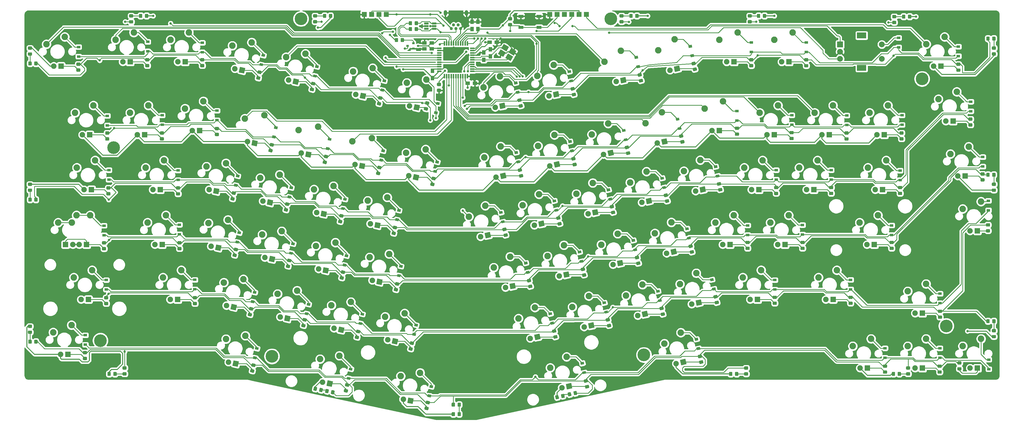
<source format=gbl>
%TF.GenerationSoftware,KiCad,Pcbnew,(5.1.10)-1*%
%TF.CreationDate,2021-09-23T19:03:45-07:00*%
%TF.ProjectId,adelheid,6164656c-6865-4696-942e-6b696361645f,2.0*%
%TF.SameCoordinates,Original*%
%TF.FileFunction,Copper,L2,Bot*%
%TF.FilePolarity,Positive*%
%FSLAX46Y46*%
G04 Gerber Fmt 4.6, Leading zero omitted, Abs format (unit mm)*
G04 Created by KiCad (PCBNEW (5.1.10)-1) date 2021-09-23 19:03:45*
%MOMM*%
%LPD*%
G01*
G04 APERTURE LIST*
%TA.AperFunction,ComponentPad*%
%ADD10C,2.250000*%
%TD*%
%TA.AperFunction,ComponentPad*%
%ADD11C,1.905000*%
%TD*%
%TA.AperFunction,ComponentPad*%
%ADD12C,0.100000*%
%TD*%
%TA.AperFunction,ComponentPad*%
%ADD13C,2.000000*%
%TD*%
%TA.AperFunction,ComponentPad*%
%ADD14R,3.200000X2.000000*%
%TD*%
%TA.AperFunction,ComponentPad*%
%ADD15R,2.000000X2.000000*%
%TD*%
%TA.AperFunction,ComponentPad*%
%ADD16R,1.905000X1.905000*%
%TD*%
%TA.AperFunction,ComponentPad*%
%ADD17O,1.200000X1.900000*%
%TD*%
%TA.AperFunction,ComponentPad*%
%ADD18C,1.100000*%
%TD*%
%TA.AperFunction,SMDPad,CuDef*%
%ADD19R,0.900000X0.800000*%
%TD*%
%TA.AperFunction,SMDPad,CuDef*%
%ADD20R,1.200000X0.900000*%
%TD*%
%TA.AperFunction,SMDPad,CuDef*%
%ADD21C,0.100000*%
%TD*%
%TA.AperFunction,ComponentPad*%
%ADD22C,4.400000*%
%TD*%
%TA.AperFunction,SMDPad,CuDef*%
%ADD23R,1.250000X1.500000*%
%TD*%
%TA.AperFunction,SMDPad,CuDef*%
%ADD24R,1.500000X1.250000*%
%TD*%
%TA.AperFunction,ComponentPad*%
%ADD25R,1.700000X1.700000*%
%TD*%
%TA.AperFunction,SMDPad,CuDef*%
%ADD26R,1.700000X1.000000*%
%TD*%
%TA.AperFunction,SMDPad,CuDef*%
%ADD27R,1.560000X0.650000*%
%TD*%
%TA.AperFunction,SMDPad,CuDef*%
%ADD28R,1.500000X0.550000*%
%TD*%
%TA.AperFunction,SMDPad,CuDef*%
%ADD29R,0.550000X1.500000*%
%TD*%
%TA.AperFunction,ViaPad*%
%ADD30C,0.800000*%
%TD*%
%TA.AperFunction,Conductor*%
%ADD31C,0.250000*%
%TD*%
%TA.AperFunction,Conductor*%
%ADD32C,0.375000*%
%TD*%
%TA.AperFunction,Conductor*%
%ADD33C,0.254000*%
%TD*%
%TA.AperFunction,Conductor*%
%ADD34C,0.100000*%
%TD*%
G04 APERTURE END LIST*
D10*
X251288104Y-35041314D03*
X245604962Y-38846049D03*
D11*
X249673744Y-45771438D03*
%TA.AperFunction,ComponentPad*%
D12*
G36*
X251424589Y-46373063D02*
G01*
X251028518Y-44509692D01*
X252891889Y-44113621D01*
X253287960Y-45976992D01*
X251424589Y-46373063D01*
G37*
%TD.AperFunction*%
D10*
X232657204Y-39003714D03*
X226974062Y-42808449D03*
D11*
X231042844Y-49733838D03*
%TA.AperFunction,ComponentPad*%
D12*
G36*
X232793689Y-50335463D02*
G01*
X232397618Y-48472092D01*
X234260989Y-48076021D01*
X234657060Y-49939392D01*
X232793689Y-50335463D01*
G37*
%TD.AperFunction*%
D13*
X323110000Y-41830000D03*
X323110000Y-36830000D03*
D14*
X316110000Y-44930000D03*
X316110000Y-33730000D03*
D13*
X308610000Y-41830000D03*
X308610000Y-39330000D03*
D15*
X308610000Y-36830000D03*
%TA.AperFunction,SMDPad,CuDef*%
G36*
G01*
X63442001Y-27499000D02*
X62541999Y-27499000D01*
G75*
G02*
X62292000Y-27249001I0J249999D01*
G01*
X62292000Y-26598999D01*
G75*
G02*
X62541999Y-26349000I249999J0D01*
G01*
X63442001Y-26349000D01*
G75*
G02*
X63692000Y-26598999I0J-249999D01*
G01*
X63692000Y-27249001D01*
G75*
G02*
X63442001Y-27499000I-249999J0D01*
G01*
G37*
%TD.AperFunction*%
%TA.AperFunction,SMDPad,CuDef*%
G36*
G01*
X63442001Y-29549000D02*
X62541999Y-29549000D01*
G75*
G02*
X62292000Y-29299001I0J249999D01*
G01*
X62292000Y-28648999D01*
G75*
G02*
X62541999Y-28399000I249999J0D01*
G01*
X63442001Y-28399000D01*
G75*
G02*
X63692000Y-28648999I0J-249999D01*
G01*
X63692000Y-29299001D01*
G75*
G02*
X63442001Y-29549000I-249999J0D01*
G01*
G37*
%TD.AperFunction*%
%TA.AperFunction,SMDPad,CuDef*%
G36*
G01*
X127196001Y-27490000D02*
X126295999Y-27490000D01*
G75*
G02*
X126046000Y-27240001I0J249999D01*
G01*
X126046000Y-26589999D01*
G75*
G02*
X126295999Y-26340000I249999J0D01*
G01*
X127196001Y-26340000D01*
G75*
G02*
X127446000Y-26589999I0J-249999D01*
G01*
X127446000Y-27240001D01*
G75*
G02*
X127196001Y-27490000I-249999J0D01*
G01*
G37*
%TD.AperFunction*%
%TA.AperFunction,SMDPad,CuDef*%
G36*
G01*
X127196001Y-29540000D02*
X126295999Y-29540000D01*
G75*
G02*
X126046000Y-29290001I0J249999D01*
G01*
X126046000Y-28639999D01*
G75*
G02*
X126295999Y-28390000I249999J0D01*
G01*
X127196001Y-28390000D01*
G75*
G02*
X127446000Y-28639999I0J-249999D01*
G01*
X127446000Y-29290001D01*
G75*
G02*
X127196001Y-29540000I-249999J0D01*
G01*
G37*
%TD.AperFunction*%
%TA.AperFunction,SMDPad,CuDef*%
G36*
G01*
X327865001Y-27744000D02*
X326964999Y-27744000D01*
G75*
G02*
X326715000Y-27494001I0J249999D01*
G01*
X326715000Y-26843999D01*
G75*
G02*
X326964999Y-26594000I249999J0D01*
G01*
X327865001Y-26594000D01*
G75*
G02*
X328115000Y-26843999I0J-249999D01*
G01*
X328115000Y-27494001D01*
G75*
G02*
X327865001Y-27744000I-249999J0D01*
G01*
G37*
%TD.AperFunction*%
%TA.AperFunction,SMDPad,CuDef*%
G36*
G01*
X327865001Y-29794000D02*
X326964999Y-29794000D01*
G75*
G02*
X326715000Y-29544001I0J249999D01*
G01*
X326715000Y-28893999D01*
G75*
G02*
X326964999Y-28644000I249999J0D01*
G01*
X327865001Y-28644000D01*
G75*
G02*
X328115000Y-28893999I0J-249999D01*
G01*
X328115000Y-29544001D01*
G75*
G02*
X327865001Y-29794000I-249999J0D01*
G01*
G37*
%TD.AperFunction*%
%TA.AperFunction,SMDPad,CuDef*%
G36*
G01*
X277818001Y-27490000D02*
X276917999Y-27490000D01*
G75*
G02*
X276668000Y-27240001I0J249999D01*
G01*
X276668000Y-26589999D01*
G75*
G02*
X276917999Y-26340000I249999J0D01*
G01*
X277818001Y-26340000D01*
G75*
G02*
X278068000Y-26589999I0J-249999D01*
G01*
X278068000Y-27240001D01*
G75*
G02*
X277818001Y-27490000I-249999J0D01*
G01*
G37*
%TD.AperFunction*%
%TA.AperFunction,SMDPad,CuDef*%
G36*
G01*
X277818001Y-29540000D02*
X276917999Y-29540000D01*
G75*
G02*
X276668000Y-29290001I0J249999D01*
G01*
X276668000Y-28639999D01*
G75*
G02*
X276917999Y-28390000I249999J0D01*
G01*
X277818001Y-28390000D01*
G75*
G02*
X278068000Y-28639999I0J-249999D01*
G01*
X278068000Y-29290001D01*
G75*
G02*
X277818001Y-29540000I-249999J0D01*
G01*
G37*
%TD.AperFunction*%
%TA.AperFunction,SMDPad,CuDef*%
G36*
G01*
X233368001Y-27490000D02*
X232467999Y-27490000D01*
G75*
G02*
X232218000Y-27240001I0J249999D01*
G01*
X232218000Y-26589999D01*
G75*
G02*
X232467999Y-26340000I249999J0D01*
G01*
X233368001Y-26340000D01*
G75*
G02*
X233618000Y-26589999I0J-249999D01*
G01*
X233618000Y-27240001D01*
G75*
G02*
X233368001Y-27490000I-249999J0D01*
G01*
G37*
%TD.AperFunction*%
%TA.AperFunction,SMDPad,CuDef*%
G36*
G01*
X233368001Y-29540000D02*
X232467999Y-29540000D01*
G75*
G02*
X232218000Y-29290001I0J249999D01*
G01*
X232218000Y-28639999D01*
G75*
G02*
X232467999Y-28390000I249999J0D01*
G01*
X233368001Y-28390000D01*
G75*
G02*
X233618000Y-28639999I0J-249999D01*
G01*
X233618000Y-29290001D01*
G75*
G02*
X233368001Y-29540000I-249999J0D01*
G01*
G37*
%TD.AperFunction*%
%TA.AperFunction,SMDPad,CuDef*%
G36*
G01*
X361375000Y-35248001D02*
X361375000Y-34347999D01*
G75*
G02*
X361624999Y-34098000I249999J0D01*
G01*
X362275001Y-34098000D01*
G75*
G02*
X362525000Y-34347999I0J-249999D01*
G01*
X362525000Y-35248001D01*
G75*
G02*
X362275001Y-35498000I-249999J0D01*
G01*
X361624999Y-35498000D01*
G75*
G02*
X361375000Y-35248001I0J249999D01*
G01*
G37*
%TD.AperFunction*%
%TA.AperFunction,SMDPad,CuDef*%
G36*
G01*
X359325000Y-35248001D02*
X359325000Y-34347999D01*
G75*
G02*
X359574999Y-34098000I249999J0D01*
G01*
X360225001Y-34098000D01*
G75*
G02*
X360475000Y-34347999I0J-249999D01*
G01*
X360475000Y-35248001D01*
G75*
G02*
X360225001Y-35498000I-249999J0D01*
G01*
X359574999Y-35498000D01*
G75*
G02*
X359325000Y-35248001I0J249999D01*
G01*
G37*
%TD.AperFunction*%
%TA.AperFunction,SMDPad,CuDef*%
G36*
G01*
X361375000Y-82492001D02*
X361375000Y-81591999D01*
G75*
G02*
X361624999Y-81342000I249999J0D01*
G01*
X362275001Y-81342000D01*
G75*
G02*
X362525000Y-81591999I0J-249999D01*
G01*
X362525000Y-82492001D01*
G75*
G02*
X362275001Y-82742000I-249999J0D01*
G01*
X361624999Y-82742000D01*
G75*
G02*
X361375000Y-82492001I0J249999D01*
G01*
G37*
%TD.AperFunction*%
%TA.AperFunction,SMDPad,CuDef*%
G36*
G01*
X359325000Y-82492001D02*
X359325000Y-81591999D01*
G75*
G02*
X359574999Y-81342000I249999J0D01*
G01*
X360225001Y-81342000D01*
G75*
G02*
X360475000Y-81591999I0J-249999D01*
G01*
X360475000Y-82492001D01*
G75*
G02*
X360225001Y-82742000I-249999J0D01*
G01*
X359574999Y-82742000D01*
G75*
G02*
X359325000Y-82492001I0J249999D01*
G01*
G37*
%TD.AperFunction*%
%TA.AperFunction,SMDPad,CuDef*%
G36*
G01*
X361375000Y-133292001D02*
X361375000Y-132391999D01*
G75*
G02*
X361624999Y-132142000I249999J0D01*
G01*
X362275001Y-132142000D01*
G75*
G02*
X362525000Y-132391999I0J-249999D01*
G01*
X362525000Y-133292001D01*
G75*
G02*
X362275001Y-133542000I-249999J0D01*
G01*
X361624999Y-133542000D01*
G75*
G02*
X361375000Y-133292001I0J249999D01*
G01*
G37*
%TD.AperFunction*%
%TA.AperFunction,SMDPad,CuDef*%
G36*
G01*
X359325000Y-133292001D02*
X359325000Y-132391999D01*
G75*
G02*
X359574999Y-132142000I249999J0D01*
G01*
X360225001Y-132142000D01*
G75*
G02*
X360475000Y-132391999I0J-249999D01*
G01*
X360475000Y-133292001D01*
G75*
G02*
X360225001Y-133542000I-249999J0D01*
G01*
X359574999Y-133542000D01*
G75*
G02*
X359325000Y-133292001I0J249999D01*
G01*
G37*
%TD.AperFunction*%
%TA.AperFunction,SMDPad,CuDef*%
G36*
G01*
X331781999Y-150555000D02*
X332682001Y-150555000D01*
G75*
G02*
X332932000Y-150804999I0J-249999D01*
G01*
X332932000Y-151455001D01*
G75*
G02*
X332682001Y-151705000I-249999J0D01*
G01*
X331781999Y-151705000D01*
G75*
G02*
X331532000Y-151455001I0J249999D01*
G01*
X331532000Y-150804999D01*
G75*
G02*
X331781999Y-150555000I249999J0D01*
G01*
G37*
%TD.AperFunction*%
%TA.AperFunction,SMDPad,CuDef*%
G36*
G01*
X331781999Y-148505000D02*
X332682001Y-148505000D01*
G75*
G02*
X332932000Y-148754999I0J-249999D01*
G01*
X332932000Y-149405001D01*
G75*
G02*
X332682001Y-149655000I-249999J0D01*
G01*
X331781999Y-149655000D01*
G75*
G02*
X331532000Y-149405001I0J249999D01*
G01*
X331532000Y-148754999D01*
G75*
G02*
X331781999Y-148505000I249999J0D01*
G01*
G37*
%TD.AperFunction*%
%TA.AperFunction,SMDPad,CuDef*%
G36*
G01*
X275647999Y-150564000D02*
X276548001Y-150564000D01*
G75*
G02*
X276798000Y-150813999I0J-249999D01*
G01*
X276798000Y-151464001D01*
G75*
G02*
X276548001Y-151714000I-249999J0D01*
G01*
X275647999Y-151714000D01*
G75*
G02*
X275398000Y-151464001I0J249999D01*
G01*
X275398000Y-150813999D01*
G75*
G02*
X275647999Y-150564000I249999J0D01*
G01*
G37*
%TD.AperFunction*%
%TA.AperFunction,SMDPad,CuDef*%
G36*
G01*
X275647999Y-148514000D02*
X276548001Y-148514000D01*
G75*
G02*
X276798000Y-148763999I0J-249999D01*
G01*
X276798000Y-149414001D01*
G75*
G02*
X276548001Y-149664000I-249999J0D01*
G01*
X275647999Y-149664000D01*
G75*
G02*
X275398000Y-149414001I0J249999D01*
G01*
X275398000Y-148763999D01*
G75*
G02*
X275647999Y-148514000I249999J0D01*
G01*
G37*
%TD.AperFunction*%
%TA.AperFunction,SMDPad,CuDef*%
G36*
G01*
X215366273Y-157641392D02*
X215553394Y-158521727D01*
G75*
G02*
X215360836Y-158818241I-244536J-51978D01*
G01*
X214725039Y-158953384D01*
G75*
G02*
X214428525Y-158760826I-51978J244536D01*
G01*
X214241404Y-157880491D01*
G75*
G02*
X214433962Y-157583977I244536J51978D01*
G01*
X215069759Y-157448834D01*
G75*
G02*
X215366273Y-157641392I51978J-244536D01*
G01*
G37*
%TD.AperFunction*%
%TA.AperFunction,SMDPad,CuDef*%
G36*
G01*
X217371475Y-157215174D02*
X217558596Y-158095509D01*
G75*
G02*
X217366038Y-158392023I-244536J-51978D01*
G01*
X216730241Y-158527166D01*
G75*
G02*
X216433727Y-158334608I-51978J244536D01*
G01*
X216246606Y-157454273D01*
G75*
G02*
X216439164Y-157157759I244536J51978D01*
G01*
X217074961Y-157022616D01*
G75*
G02*
X217371475Y-157215174I51978J-244536D01*
G01*
G37*
%TD.AperFunction*%
%TA.AperFunction,SMDPad,CuDef*%
G36*
G01*
X176100000Y-162248001D02*
X176100000Y-161347999D01*
G75*
G02*
X176349999Y-161098000I249999J0D01*
G01*
X177000001Y-161098000D01*
G75*
G02*
X177250000Y-161347999I0J-249999D01*
G01*
X177250000Y-162248001D01*
G75*
G02*
X177000001Y-162498000I-249999J0D01*
G01*
X176349999Y-162498000D01*
G75*
G02*
X176100000Y-162248001I0J249999D01*
G01*
G37*
%TD.AperFunction*%
%TA.AperFunction,SMDPad,CuDef*%
G36*
G01*
X174050000Y-162248001D02*
X174050000Y-161347999D01*
G75*
G02*
X174299999Y-161098000I249999J0D01*
G01*
X174950001Y-161098000D01*
G75*
G02*
X175200000Y-161347999I0J-249999D01*
G01*
X175200000Y-162248001D01*
G75*
G02*
X174950001Y-162498000I-249999J0D01*
G01*
X174299999Y-162498000D01*
G75*
G02*
X174050000Y-162248001I0J249999D01*
G01*
G37*
%TD.AperFunction*%
%TA.AperFunction,SMDPad,CuDef*%
G36*
G01*
X131492793Y-156754476D02*
X131305672Y-157634811D01*
G75*
G02*
X131009158Y-157827369I-244536J51978D01*
G01*
X130373361Y-157692226D01*
G75*
G02*
X130180803Y-157395712I51978J244536D01*
G01*
X130367924Y-156515377D01*
G75*
G02*
X130664438Y-156322819I244536J-51978D01*
G01*
X131300235Y-156457962D01*
G75*
G02*
X131492793Y-156754476I-51978J-244536D01*
G01*
G37*
%TD.AperFunction*%
%TA.AperFunction,SMDPad,CuDef*%
G36*
G01*
X133497995Y-157180694D02*
X133310874Y-158061029D01*
G75*
G02*
X133014360Y-158253587I-244536J51978D01*
G01*
X132378563Y-158118444D01*
G75*
G02*
X132186005Y-157821930I51978J244536D01*
G01*
X132373126Y-156941595D01*
G75*
G02*
X132669640Y-156749037I244536J-51978D01*
G01*
X133305437Y-156884180D01*
G75*
G02*
X133497995Y-157180694I-51978J-244536D01*
G01*
G37*
%TD.AperFunction*%
%TA.AperFunction,SMDPad,CuDef*%
G36*
G01*
X60255999Y-150555000D02*
X61156001Y-150555000D01*
G75*
G02*
X61406000Y-150804999I0J-249999D01*
G01*
X61406000Y-151455001D01*
G75*
G02*
X61156001Y-151705000I-249999J0D01*
G01*
X60255999Y-151705000D01*
G75*
G02*
X60006000Y-151455001I0J249999D01*
G01*
X60006000Y-150804999D01*
G75*
G02*
X60255999Y-150555000I249999J0D01*
G01*
G37*
%TD.AperFunction*%
%TA.AperFunction,SMDPad,CuDef*%
G36*
G01*
X60255999Y-148505000D02*
X61156001Y-148505000D01*
G75*
G02*
X61406000Y-148754999I0J-249999D01*
G01*
X61406000Y-149405001D01*
G75*
G02*
X61156001Y-149655000I-249999J0D01*
G01*
X60255999Y-149655000D01*
G75*
G02*
X60006000Y-149405001I0J249999D01*
G01*
X60006000Y-148754999D01*
G75*
G02*
X60255999Y-148505000I249999J0D01*
G01*
G37*
%TD.AperFunction*%
%TA.AperFunction,SMDPad,CuDef*%
G36*
G01*
X28515000Y-139503999D02*
X28515000Y-140404001D01*
G75*
G02*
X28265001Y-140654000I-249999J0D01*
G01*
X27614999Y-140654000D01*
G75*
G02*
X27365000Y-140404001I0J249999D01*
G01*
X27365000Y-139503999D01*
G75*
G02*
X27614999Y-139254000I249999J0D01*
G01*
X28265001Y-139254000D01*
G75*
G02*
X28515000Y-139503999I0J-249999D01*
G01*
G37*
%TD.AperFunction*%
%TA.AperFunction,SMDPad,CuDef*%
G36*
G01*
X30565000Y-139503999D02*
X30565000Y-140404001D01*
G75*
G02*
X30315001Y-140654000I-249999J0D01*
G01*
X29664999Y-140654000D01*
G75*
G02*
X29415000Y-140404001I0J249999D01*
G01*
X29415000Y-139503999D01*
G75*
G02*
X29664999Y-139254000I249999J0D01*
G01*
X30315001Y-139254000D01*
G75*
G02*
X30565000Y-139503999I0J-249999D01*
G01*
G37*
%TD.AperFunction*%
%TA.AperFunction,SMDPad,CuDef*%
G36*
G01*
X28515000Y-90227999D02*
X28515000Y-91128001D01*
G75*
G02*
X28265001Y-91378000I-249999J0D01*
G01*
X27614999Y-91378000D01*
G75*
G02*
X27365000Y-91128001I0J249999D01*
G01*
X27365000Y-90227999D01*
G75*
G02*
X27614999Y-89978000I249999J0D01*
G01*
X28265001Y-89978000D01*
G75*
G02*
X28515000Y-90227999I0J-249999D01*
G01*
G37*
%TD.AperFunction*%
%TA.AperFunction,SMDPad,CuDef*%
G36*
G01*
X30565000Y-90227999D02*
X30565000Y-91128001D01*
G75*
G02*
X30315001Y-91378000I-249999J0D01*
G01*
X29664999Y-91378000D01*
G75*
G02*
X29415000Y-91128001I0J249999D01*
G01*
X29415000Y-90227999D01*
G75*
G02*
X29664999Y-89978000I249999J0D01*
G01*
X30315001Y-89978000D01*
G75*
G02*
X30565000Y-90227999I0J-249999D01*
G01*
G37*
%TD.AperFunction*%
%TA.AperFunction,SMDPad,CuDef*%
G36*
G01*
X28515000Y-42983999D02*
X28515000Y-43884001D01*
G75*
G02*
X28265001Y-44134000I-249999J0D01*
G01*
X27614999Y-44134000D01*
G75*
G02*
X27365000Y-43884001I0J249999D01*
G01*
X27365000Y-42983999D01*
G75*
G02*
X27614999Y-42734000I249999J0D01*
G01*
X28265001Y-42734000D01*
G75*
G02*
X28515000Y-42983999I0J-249999D01*
G01*
G37*
%TD.AperFunction*%
%TA.AperFunction,SMDPad,CuDef*%
G36*
G01*
X30565000Y-42983999D02*
X30565000Y-43884001D01*
G75*
G02*
X30315001Y-44134000I-249999J0D01*
G01*
X29664999Y-44134000D01*
G75*
G02*
X29415000Y-43884001I0J249999D01*
G01*
X29415000Y-42983999D01*
G75*
G02*
X29664999Y-42734000I249999J0D01*
G01*
X30315001Y-42734000D01*
G75*
G02*
X30565000Y-42983999I0J-249999D01*
G01*
G37*
%TD.AperFunction*%
%TA.AperFunction,SMDPad,CuDef*%
G36*
G01*
X67760000Y-27374001D02*
X67760000Y-26473999D01*
G75*
G02*
X68009999Y-26224000I249999J0D01*
G01*
X68660001Y-26224000D01*
G75*
G02*
X68910000Y-26473999I0J-249999D01*
G01*
X68910000Y-27374001D01*
G75*
G02*
X68660001Y-27624000I-249999J0D01*
G01*
X68009999Y-27624000D01*
G75*
G02*
X67760000Y-27374001I0J249999D01*
G01*
G37*
%TD.AperFunction*%
%TA.AperFunction,SMDPad,CuDef*%
G36*
G01*
X65710000Y-27374001D02*
X65710000Y-26473999D01*
G75*
G02*
X65959999Y-26224000I249999J0D01*
G01*
X66610001Y-26224000D01*
G75*
G02*
X66860000Y-26473999I0J-249999D01*
G01*
X66860000Y-27374001D01*
G75*
G02*
X66610001Y-27624000I-249999J0D01*
G01*
X65959999Y-27624000D01*
G75*
G02*
X65710000Y-27374001I0J249999D01*
G01*
G37*
%TD.AperFunction*%
%TA.AperFunction,SMDPad,CuDef*%
G36*
G01*
X131514000Y-27365001D02*
X131514000Y-26464999D01*
G75*
G02*
X131763999Y-26215000I249999J0D01*
G01*
X132414001Y-26215000D01*
G75*
G02*
X132664000Y-26464999I0J-249999D01*
G01*
X132664000Y-27365001D01*
G75*
G02*
X132414001Y-27615000I-249999J0D01*
G01*
X131763999Y-27615000D01*
G75*
G02*
X131514000Y-27365001I0J249999D01*
G01*
G37*
%TD.AperFunction*%
%TA.AperFunction,SMDPad,CuDef*%
G36*
G01*
X129464000Y-27365001D02*
X129464000Y-26464999D01*
G75*
G02*
X129713999Y-26215000I249999J0D01*
G01*
X130364001Y-26215000D01*
G75*
G02*
X130614000Y-26464999I0J-249999D01*
G01*
X130614000Y-27365001D01*
G75*
G02*
X130364001Y-27615000I-249999J0D01*
G01*
X129713999Y-27615000D01*
G75*
G02*
X129464000Y-27365001I0J249999D01*
G01*
G37*
%TD.AperFunction*%
%TA.AperFunction,SMDPad,CuDef*%
G36*
G01*
X332174000Y-27628001D02*
X332174000Y-26727999D01*
G75*
G02*
X332423999Y-26478000I249999J0D01*
G01*
X333074001Y-26478000D01*
G75*
G02*
X333324000Y-26727999I0J-249999D01*
G01*
X333324000Y-27628001D01*
G75*
G02*
X333074001Y-27878000I-249999J0D01*
G01*
X332423999Y-27878000D01*
G75*
G02*
X332174000Y-27628001I0J249999D01*
G01*
G37*
%TD.AperFunction*%
%TA.AperFunction,SMDPad,CuDef*%
G36*
G01*
X330124000Y-27628001D02*
X330124000Y-26727999D01*
G75*
G02*
X330373999Y-26478000I249999J0D01*
G01*
X331024001Y-26478000D01*
G75*
G02*
X331274000Y-26727999I0J-249999D01*
G01*
X331274000Y-27628001D01*
G75*
G02*
X331024001Y-27878000I-249999J0D01*
G01*
X330373999Y-27878000D01*
G75*
G02*
X330124000Y-27628001I0J249999D01*
G01*
G37*
%TD.AperFunction*%
%TA.AperFunction,SMDPad,CuDef*%
G36*
G01*
X281882000Y-27374001D02*
X281882000Y-26473999D01*
G75*
G02*
X282131999Y-26224000I249999J0D01*
G01*
X282782001Y-26224000D01*
G75*
G02*
X283032000Y-26473999I0J-249999D01*
G01*
X283032000Y-27374001D01*
G75*
G02*
X282782001Y-27624000I-249999J0D01*
G01*
X282131999Y-27624000D01*
G75*
G02*
X281882000Y-27374001I0J249999D01*
G01*
G37*
%TD.AperFunction*%
%TA.AperFunction,SMDPad,CuDef*%
G36*
G01*
X279832000Y-27374001D02*
X279832000Y-26473999D01*
G75*
G02*
X280081999Y-26224000I249999J0D01*
G01*
X280732001Y-26224000D01*
G75*
G02*
X280982000Y-26473999I0J-249999D01*
G01*
X280982000Y-27374001D01*
G75*
G02*
X280732001Y-27624000I-249999J0D01*
G01*
X280081999Y-27624000D01*
G75*
G02*
X279832000Y-27374001I0J249999D01*
G01*
G37*
%TD.AperFunction*%
%TA.AperFunction,SMDPad,CuDef*%
G36*
G01*
X237677000Y-27374001D02*
X237677000Y-26473999D01*
G75*
G02*
X237926999Y-26224000I249999J0D01*
G01*
X238577001Y-26224000D01*
G75*
G02*
X238827000Y-26473999I0J-249999D01*
G01*
X238827000Y-27374001D01*
G75*
G02*
X238577001Y-27624000I-249999J0D01*
G01*
X237926999Y-27624000D01*
G75*
G02*
X237677000Y-27374001I0J249999D01*
G01*
G37*
%TD.AperFunction*%
%TA.AperFunction,SMDPad,CuDef*%
G36*
G01*
X235627000Y-27374001D02*
X235627000Y-26473999D01*
G75*
G02*
X235876999Y-26224000I249999J0D01*
G01*
X236527001Y-26224000D01*
G75*
G02*
X236777000Y-26473999I0J-249999D01*
G01*
X236777000Y-27374001D01*
G75*
G02*
X236527001Y-27624000I-249999J0D01*
G01*
X235876999Y-27624000D01*
G75*
G02*
X235627000Y-27374001I0J249999D01*
G01*
G37*
%TD.AperFunction*%
%TA.AperFunction,SMDPad,CuDef*%
G36*
G01*
X361499999Y-39566000D02*
X362400001Y-39566000D01*
G75*
G02*
X362650000Y-39815999I0J-249999D01*
G01*
X362650000Y-40466001D01*
G75*
G02*
X362400001Y-40716000I-249999J0D01*
G01*
X361499999Y-40716000D01*
G75*
G02*
X361250000Y-40466001I0J249999D01*
G01*
X361250000Y-39815999D01*
G75*
G02*
X361499999Y-39566000I249999J0D01*
G01*
G37*
%TD.AperFunction*%
%TA.AperFunction,SMDPad,CuDef*%
G36*
G01*
X361499999Y-37516000D02*
X362400001Y-37516000D01*
G75*
G02*
X362650000Y-37765999I0J-249999D01*
G01*
X362650000Y-38416001D01*
G75*
G02*
X362400001Y-38666000I-249999J0D01*
G01*
X361499999Y-38666000D01*
G75*
G02*
X361250000Y-38416001I0J249999D01*
G01*
X361250000Y-37765999D01*
G75*
G02*
X361499999Y-37516000I249999J0D01*
G01*
G37*
%TD.AperFunction*%
%TA.AperFunction,SMDPad,CuDef*%
G36*
G01*
X361499999Y-86819000D02*
X362400001Y-86819000D01*
G75*
G02*
X362650000Y-87068999I0J-249999D01*
G01*
X362650000Y-87719001D01*
G75*
G02*
X362400001Y-87969000I-249999J0D01*
G01*
X361499999Y-87969000D01*
G75*
G02*
X361250000Y-87719001I0J249999D01*
G01*
X361250000Y-87068999D01*
G75*
G02*
X361499999Y-86819000I249999J0D01*
G01*
G37*
%TD.AperFunction*%
%TA.AperFunction,SMDPad,CuDef*%
G36*
G01*
X361499999Y-84769000D02*
X362400001Y-84769000D01*
G75*
G02*
X362650000Y-85018999I0J-249999D01*
G01*
X362650000Y-85669001D01*
G75*
G02*
X362400001Y-85919000I-249999J0D01*
G01*
X361499999Y-85919000D01*
G75*
G02*
X361250000Y-85669001I0J249999D01*
G01*
X361250000Y-85018999D01*
G75*
G02*
X361499999Y-84769000I249999J0D01*
G01*
G37*
%TD.AperFunction*%
%TA.AperFunction,SMDPad,CuDef*%
G36*
G01*
X361499999Y-137619000D02*
X362400001Y-137619000D01*
G75*
G02*
X362650000Y-137868999I0J-249999D01*
G01*
X362650000Y-138519001D01*
G75*
G02*
X362400001Y-138769000I-249999J0D01*
G01*
X361499999Y-138769000D01*
G75*
G02*
X361250000Y-138519001I0J249999D01*
G01*
X361250000Y-137868999D01*
G75*
G02*
X361499999Y-137619000I249999J0D01*
G01*
G37*
%TD.AperFunction*%
%TA.AperFunction,SMDPad,CuDef*%
G36*
G01*
X361499999Y-135569000D02*
X362400001Y-135569000D01*
G75*
G02*
X362650000Y-135818999I0J-249999D01*
G01*
X362650000Y-136469001D01*
G75*
G02*
X362400001Y-136719000I-249999J0D01*
G01*
X361499999Y-136719000D01*
G75*
G02*
X361250000Y-136469001I0J249999D01*
G01*
X361250000Y-135818999D01*
G75*
G02*
X361499999Y-135569000I249999J0D01*
G01*
G37*
%TD.AperFunction*%
%TA.AperFunction,SMDPad,CuDef*%
G36*
G01*
X327709000Y-150679999D02*
X327709000Y-151580001D01*
G75*
G02*
X327459001Y-151830000I-249999J0D01*
G01*
X326808999Y-151830000D01*
G75*
G02*
X326559000Y-151580001I0J249999D01*
G01*
X326559000Y-150679999D01*
G75*
G02*
X326808999Y-150430000I249999J0D01*
G01*
X327459001Y-150430000D01*
G75*
G02*
X327709000Y-150679999I0J-249999D01*
G01*
G37*
%TD.AperFunction*%
%TA.AperFunction,SMDPad,CuDef*%
G36*
G01*
X329759000Y-150679999D02*
X329759000Y-151580001D01*
G75*
G02*
X329509001Y-151830000I-249999J0D01*
G01*
X328858999Y-151830000D01*
G75*
G02*
X328609000Y-151580001I0J249999D01*
G01*
X328609000Y-150679999D01*
G75*
G02*
X328858999Y-150430000I249999J0D01*
G01*
X329509001Y-150430000D01*
G75*
G02*
X329759000Y-150679999I0J-249999D01*
G01*
G37*
%TD.AperFunction*%
%TA.AperFunction,SMDPad,CuDef*%
G36*
G01*
X271330000Y-150679999D02*
X271330000Y-151580001D01*
G75*
G02*
X271080001Y-151830000I-249999J0D01*
G01*
X270429999Y-151830000D01*
G75*
G02*
X270180000Y-151580001I0J249999D01*
G01*
X270180000Y-150679999D01*
G75*
G02*
X270429999Y-150430000I249999J0D01*
G01*
X271080001Y-150430000D01*
G75*
G02*
X271330000Y-150679999I0J-249999D01*
G01*
G37*
%TD.AperFunction*%
%TA.AperFunction,SMDPad,CuDef*%
G36*
G01*
X273380000Y-150679999D02*
X273380000Y-151580001D01*
G75*
G02*
X273130001Y-151830000I-249999J0D01*
G01*
X272479999Y-151830000D01*
G75*
G02*
X272230000Y-151580001I0J249999D01*
G01*
X272230000Y-150679999D01*
G75*
G02*
X272479999Y-150430000I249999J0D01*
G01*
X273130001Y-150430000D01*
G75*
G02*
X273380000Y-150679999I0J-249999D01*
G01*
G37*
%TD.AperFunction*%
%TA.AperFunction,SMDPad,CuDef*%
G36*
G01*
X211048273Y-158657392D02*
X211235394Y-159537727D01*
G75*
G02*
X211042836Y-159834241I-244536J-51978D01*
G01*
X210407039Y-159969384D01*
G75*
G02*
X210110525Y-159776826I-51978J244536D01*
G01*
X209923404Y-158896491D01*
G75*
G02*
X210115962Y-158599977I244536J51978D01*
G01*
X210751759Y-158464834D01*
G75*
G02*
X211048273Y-158657392I51978J-244536D01*
G01*
G37*
%TD.AperFunction*%
%TA.AperFunction,SMDPad,CuDef*%
G36*
G01*
X213053475Y-158231174D02*
X213240596Y-159111509D01*
G75*
G02*
X213048038Y-159408023I-244536J-51978D01*
G01*
X212412241Y-159543166D01*
G75*
G02*
X212115727Y-159350608I-51978J244536D01*
G01*
X211928606Y-158470273D01*
G75*
G02*
X212121164Y-158173759I244536J51978D01*
G01*
X212756961Y-158038616D01*
G75*
G02*
X213053475Y-158231174I51978J-244536D01*
G01*
G37*
%TD.AperFunction*%
%TA.AperFunction,SMDPad,CuDef*%
G36*
G01*
X175200000Y-164649999D02*
X175200000Y-165550001D01*
G75*
G02*
X174950001Y-165800000I-249999J0D01*
G01*
X174299999Y-165800000D01*
G75*
G02*
X174050000Y-165550001I0J249999D01*
G01*
X174050000Y-164649999D01*
G75*
G02*
X174299999Y-164400000I249999J0D01*
G01*
X174950001Y-164400000D01*
G75*
G02*
X175200000Y-164649999I0J-249999D01*
G01*
G37*
%TD.AperFunction*%
%TA.AperFunction,SMDPad,CuDef*%
G36*
G01*
X177250000Y-164649999D02*
X177250000Y-165550001D01*
G75*
G02*
X177000001Y-165800000I-249999J0D01*
G01*
X176349999Y-165800000D01*
G75*
G02*
X176100000Y-165550001I0J249999D01*
G01*
X176100000Y-164649999D01*
G75*
G02*
X176349999Y-164400000I249999J0D01*
G01*
X177000001Y-164400000D01*
G75*
G02*
X177250000Y-164649999I0J-249999D01*
G01*
G37*
%TD.AperFunction*%
%TA.AperFunction,SMDPad,CuDef*%
G36*
G01*
X127428793Y-155971164D02*
X127241672Y-156851499D01*
G75*
G02*
X126945158Y-157044057I-244536J51978D01*
G01*
X126309361Y-156908914D01*
G75*
G02*
X126116803Y-156612400I51978J244536D01*
G01*
X126303924Y-155732065D01*
G75*
G02*
X126600438Y-155539507I244536J-51978D01*
G01*
X127236235Y-155674650D01*
G75*
G02*
X127428793Y-155971164I-51978J-244536D01*
G01*
G37*
%TD.AperFunction*%
%TA.AperFunction,SMDPad,CuDef*%
G36*
G01*
X129433995Y-156397382D02*
X129246874Y-157277717D01*
G75*
G02*
X128950360Y-157470275I-244536J51978D01*
G01*
X128314563Y-157335132D01*
G75*
G02*
X128122005Y-157038618I51978J244536D01*
G01*
X128309126Y-156158283D01*
G75*
G02*
X128605640Y-155965725I244536J-51978D01*
G01*
X129241437Y-156100868D01*
G75*
G02*
X129433995Y-156397382I-51978J-244536D01*
G01*
G37*
%TD.AperFunction*%
%TA.AperFunction,SMDPad,CuDef*%
G36*
G01*
X55929000Y-150679999D02*
X55929000Y-151580001D01*
G75*
G02*
X55679001Y-151830000I-249999J0D01*
G01*
X55028999Y-151830000D01*
G75*
G02*
X54779000Y-151580001I0J249999D01*
G01*
X54779000Y-150679999D01*
G75*
G02*
X55028999Y-150430000I249999J0D01*
G01*
X55679001Y-150430000D01*
G75*
G02*
X55929000Y-150679999I0J-249999D01*
G01*
G37*
%TD.AperFunction*%
%TA.AperFunction,SMDPad,CuDef*%
G36*
G01*
X57979000Y-150679999D02*
X57979000Y-151580001D01*
G75*
G02*
X57729001Y-151830000I-249999J0D01*
G01*
X57078999Y-151830000D01*
G75*
G02*
X56829000Y-151580001I0J249999D01*
G01*
X56829000Y-150679999D01*
G75*
G02*
X57078999Y-150430000I249999J0D01*
G01*
X57729001Y-150430000D01*
G75*
G02*
X57979000Y-150679999I0J-249999D01*
G01*
G37*
%TD.AperFunction*%
%TA.AperFunction,SMDPad,CuDef*%
G36*
G01*
X28390001Y-135195000D02*
X27489999Y-135195000D01*
G75*
G02*
X27240000Y-134945001I0J249999D01*
G01*
X27240000Y-134294999D01*
G75*
G02*
X27489999Y-134045000I249999J0D01*
G01*
X28390001Y-134045000D01*
G75*
G02*
X28640000Y-134294999I0J-249999D01*
G01*
X28640000Y-134945001D01*
G75*
G02*
X28390001Y-135195000I-249999J0D01*
G01*
G37*
%TD.AperFunction*%
%TA.AperFunction,SMDPad,CuDef*%
G36*
G01*
X28390001Y-137245000D02*
X27489999Y-137245000D01*
G75*
G02*
X27240000Y-136995001I0J249999D01*
G01*
X27240000Y-136344999D01*
G75*
G02*
X27489999Y-136095000I249999J0D01*
G01*
X28390001Y-136095000D01*
G75*
G02*
X28640000Y-136344999I0J-249999D01*
G01*
X28640000Y-136995001D01*
G75*
G02*
X28390001Y-137245000I-249999J0D01*
G01*
G37*
%TD.AperFunction*%
%TA.AperFunction,SMDPad,CuDef*%
G36*
G01*
X28390001Y-85919000D02*
X27489999Y-85919000D01*
G75*
G02*
X27240000Y-85669001I0J249999D01*
G01*
X27240000Y-85018999D01*
G75*
G02*
X27489999Y-84769000I249999J0D01*
G01*
X28390001Y-84769000D01*
G75*
G02*
X28640000Y-85018999I0J-249999D01*
G01*
X28640000Y-85669001D01*
G75*
G02*
X28390001Y-85919000I-249999J0D01*
G01*
G37*
%TD.AperFunction*%
%TA.AperFunction,SMDPad,CuDef*%
G36*
G01*
X28390001Y-87969000D02*
X27489999Y-87969000D01*
G75*
G02*
X27240000Y-87719001I0J249999D01*
G01*
X27240000Y-87068999D01*
G75*
G02*
X27489999Y-86819000I249999J0D01*
G01*
X28390001Y-86819000D01*
G75*
G02*
X28640000Y-87068999I0J-249999D01*
G01*
X28640000Y-87719001D01*
G75*
G02*
X28390001Y-87969000I-249999J0D01*
G01*
G37*
%TD.AperFunction*%
%TA.AperFunction,SMDPad,CuDef*%
G36*
G01*
X28390001Y-38675000D02*
X27489999Y-38675000D01*
G75*
G02*
X27240000Y-38425001I0J249999D01*
G01*
X27240000Y-37774999D01*
G75*
G02*
X27489999Y-37525000I249999J0D01*
G01*
X28390001Y-37525000D01*
G75*
G02*
X28640000Y-37774999I0J-249999D01*
G01*
X28640000Y-38425001D01*
G75*
G02*
X28390001Y-38675000I-249999J0D01*
G01*
G37*
%TD.AperFunction*%
%TA.AperFunction,SMDPad,CuDef*%
G36*
G01*
X28390001Y-40725000D02*
X27489999Y-40725000D01*
G75*
G02*
X27240000Y-40475001I0J249999D01*
G01*
X27240000Y-39824999D01*
G75*
G02*
X27489999Y-39575000I249999J0D01*
G01*
X28390001Y-39575000D01*
G75*
G02*
X28640000Y-39824999I0J-249999D01*
G01*
X28640000Y-40475001D01*
G75*
G02*
X28390001Y-40725000I-249999J0D01*
G01*
G37*
%TD.AperFunction*%
D10*
X190747204Y-47919114D03*
X185064062Y-51723849D03*
D11*
X189132844Y-58649238D03*
%TA.AperFunction,ComponentPad*%
D12*
G36*
X190883689Y-59250863D02*
G01*
X190487618Y-57387492D01*
X192350989Y-56991421D01*
X192747060Y-58854792D01*
X190883689Y-59250863D01*
G37*
%TD.AperFunction*%
D10*
X135176186Y-144822206D03*
X128436853Y-145986462D03*
D11*
X129337061Y-153968042D03*
%TA.AperFunction,ComponentPad*%
D12*
G36*
X130691835Y-155229788D02*
G01*
X131087906Y-153366417D01*
X132951277Y-153762488D01*
X132555206Y-155625859D01*
X130691835Y-155229788D01*
G37*
%TD.AperFunction*%
D10*
X321779900Y-96100900D03*
X315429900Y-98640900D03*
D11*
X317969900Y-106260900D03*
D16*
X320509900Y-106260900D03*
D17*
X179176700Y-25863200D03*
X171876700Y-25863200D03*
D18*
X177126700Y-31283200D03*
X176326700Y-30083200D03*
X175526700Y-31283200D03*
X174726700Y-30083200D03*
X173926700Y-31283200D03*
D10*
X44056300Y-96100900D03*
X37706300Y-98640900D03*
D11*
X42786300Y-106260900D03*
D16*
X40246300Y-106260900D03*
D10*
X50520600Y-77063600D03*
X44170600Y-79603600D03*
D11*
X46710600Y-87223600D03*
D16*
X49250600Y-87223600D03*
D10*
X253459804Y-136806414D03*
X247776662Y-140611149D03*
D11*
X251845444Y-147536538D03*
%TA.AperFunction,ComponentPad*%
D12*
G36*
X253596289Y-148138163D02*
G01*
X253200218Y-146274792D01*
X255063589Y-145878721D01*
X255459660Y-147742092D01*
X253596289Y-148138163D01*
G37*
%TD.AperFunction*%
D10*
X42316400Y-134213600D03*
X35966400Y-136753600D03*
D11*
X38506400Y-144373600D03*
D16*
X41046400Y-144373600D03*
%TA.AperFunction,SMDPad,CuDef*%
G36*
G01*
X350462001Y-147895000D02*
X349561999Y-147895000D01*
G75*
G02*
X349312000Y-147645001I0J249999D01*
G01*
X349312000Y-146994999D01*
G75*
G02*
X349561999Y-146745000I249999J0D01*
G01*
X350462001Y-146745000D01*
G75*
G02*
X350712000Y-146994999I0J-249999D01*
G01*
X350712000Y-147645001D01*
G75*
G02*
X350462001Y-147895000I-249999J0D01*
G01*
G37*
%TD.AperFunction*%
%TA.AperFunction,SMDPad,CuDef*%
G36*
G01*
X350462001Y-149945000D02*
X349561999Y-149945000D01*
G75*
G02*
X349312000Y-149695001I0J249999D01*
G01*
X349312000Y-149044999D01*
G75*
G02*
X349561999Y-148795000I249999J0D01*
G01*
X350462001Y-148795000D01*
G75*
G02*
X350712000Y-149044999I0J-249999D01*
G01*
X350712000Y-149695001D01*
G75*
G02*
X350462001Y-149945000I-249999J0D01*
G01*
G37*
%TD.AperFunction*%
%TA.AperFunction,SMDPad,CuDef*%
G36*
G01*
X360368001Y-100016000D02*
X359467999Y-100016000D01*
G75*
G02*
X359218000Y-99766001I0J249999D01*
G01*
X359218000Y-99115999D01*
G75*
G02*
X359467999Y-98866000I249999J0D01*
G01*
X360368001Y-98866000D01*
G75*
G02*
X360618000Y-99115999I0J-249999D01*
G01*
X360618000Y-99766001D01*
G75*
G02*
X360368001Y-100016000I-249999J0D01*
G01*
G37*
%TD.AperFunction*%
%TA.AperFunction,SMDPad,CuDef*%
G36*
G01*
X360368001Y-102066000D02*
X359467999Y-102066000D01*
G75*
G02*
X359218000Y-101816001I0J249999D01*
G01*
X359218000Y-101165999D01*
G75*
G02*
X359467999Y-100916000I249999J0D01*
G01*
X360368001Y-100916000D01*
G75*
G02*
X360618000Y-101165999I0J-249999D01*
G01*
X360618000Y-101816001D01*
G75*
G02*
X360368001Y-102066000I-249999J0D01*
G01*
G37*
%TD.AperFunction*%
%TA.AperFunction,SMDPad,CuDef*%
G36*
G01*
X358463001Y-82345000D02*
X357562999Y-82345000D01*
G75*
G02*
X357313000Y-82095001I0J249999D01*
G01*
X357313000Y-81444999D01*
G75*
G02*
X357562999Y-81195000I249999J0D01*
G01*
X358463001Y-81195000D01*
G75*
G02*
X358713000Y-81444999I0J-249999D01*
G01*
X358713000Y-82095001D01*
G75*
G02*
X358463001Y-82345000I-249999J0D01*
G01*
G37*
%TD.AperFunction*%
%TA.AperFunction,SMDPad,CuDef*%
G36*
G01*
X358463001Y-84395000D02*
X357562999Y-84395000D01*
G75*
G02*
X357313000Y-84145001I0J249999D01*
G01*
X357313000Y-83494999D01*
G75*
G02*
X357562999Y-83245000I249999J0D01*
G01*
X358463001Y-83245000D01*
G75*
G02*
X358713000Y-83494999I0J-249999D01*
G01*
X358713000Y-84145001D01*
G75*
G02*
X358463001Y-84395000I-249999J0D01*
G01*
G37*
%TD.AperFunction*%
%TA.AperFunction,SMDPad,CuDef*%
G36*
G01*
X354272001Y-63295000D02*
X353371999Y-63295000D01*
G75*
G02*
X353122000Y-63045001I0J249999D01*
G01*
X353122000Y-62394999D01*
G75*
G02*
X353371999Y-62145000I249999J0D01*
G01*
X354272001Y-62145000D01*
G75*
G02*
X354522000Y-62394999I0J-249999D01*
G01*
X354522000Y-63045001D01*
G75*
G02*
X354272001Y-63295000I-249999J0D01*
G01*
G37*
%TD.AperFunction*%
%TA.AperFunction,SMDPad,CuDef*%
G36*
G01*
X354272001Y-65345000D02*
X353371999Y-65345000D01*
G75*
G02*
X353122000Y-65095001I0J249999D01*
G01*
X353122000Y-64444999D01*
G75*
G02*
X353371999Y-64195000I249999J0D01*
G01*
X354272001Y-64195000D01*
G75*
G02*
X354522000Y-64444999I0J-249999D01*
G01*
X354522000Y-65095001D01*
G75*
G02*
X354272001Y-65345000I-249999J0D01*
G01*
G37*
%TD.AperFunction*%
%TA.AperFunction,SMDPad,CuDef*%
G36*
G01*
X330396001Y-68121000D02*
X329495999Y-68121000D01*
G75*
G02*
X329246000Y-67871001I0J249999D01*
G01*
X329246000Y-67220999D01*
G75*
G02*
X329495999Y-66971000I249999J0D01*
G01*
X330396001Y-66971000D01*
G75*
G02*
X330646000Y-67220999I0J-249999D01*
G01*
X330646000Y-67871001D01*
G75*
G02*
X330396001Y-68121000I-249999J0D01*
G01*
G37*
%TD.AperFunction*%
%TA.AperFunction,SMDPad,CuDef*%
G36*
G01*
X330396001Y-70171000D02*
X329495999Y-70171000D01*
G75*
G02*
X329246000Y-69921001I0J249999D01*
G01*
X329246000Y-69270999D01*
G75*
G02*
X329495999Y-69021000I249999J0D01*
G01*
X330396001Y-69021000D01*
G75*
G02*
X330646000Y-69270999I0J-249999D01*
G01*
X330646000Y-69921001D01*
G75*
G02*
X330396001Y-70171000I-249999J0D01*
G01*
G37*
%TD.AperFunction*%
%TA.AperFunction,SMDPad,CuDef*%
G36*
G01*
X350081001Y-44263000D02*
X349180999Y-44263000D01*
G75*
G02*
X348931000Y-44013001I0J249999D01*
G01*
X348931000Y-43362999D01*
G75*
G02*
X349180999Y-43113000I249999J0D01*
G01*
X350081001Y-43113000D01*
G75*
G02*
X350331000Y-43362999I0J-249999D01*
G01*
X350331000Y-44013001D01*
G75*
G02*
X350081001Y-44263000I-249999J0D01*
G01*
G37*
%TD.AperFunction*%
%TA.AperFunction,SMDPad,CuDef*%
G36*
G01*
X350081001Y-46313000D02*
X349180999Y-46313000D01*
G75*
G02*
X348931000Y-46063001I0J249999D01*
G01*
X348931000Y-45412999D01*
G75*
G02*
X349180999Y-45163000I249999J0D01*
G01*
X350081001Y-45163000D01*
G75*
G02*
X350331000Y-45412999I0J-249999D01*
G01*
X350331000Y-46063001D01*
G75*
G02*
X350081001Y-46313000I-249999J0D01*
G01*
G37*
%TD.AperFunction*%
%TA.AperFunction,SMDPad,CuDef*%
G36*
G01*
X343604001Y-149020000D02*
X342703999Y-149020000D01*
G75*
G02*
X342454000Y-148770001I0J249999D01*
G01*
X342454000Y-148119999D01*
G75*
G02*
X342703999Y-147870000I249999J0D01*
G01*
X343604001Y-147870000D01*
G75*
G02*
X343854000Y-148119999I0J-249999D01*
G01*
X343854000Y-148770001D01*
G75*
G02*
X343604001Y-149020000I-249999J0D01*
G01*
G37*
%TD.AperFunction*%
%TA.AperFunction,SMDPad,CuDef*%
G36*
G01*
X343604001Y-151070000D02*
X342703999Y-151070000D01*
G75*
G02*
X342454000Y-150820001I0J249999D01*
G01*
X342454000Y-150169999D01*
G75*
G02*
X342703999Y-149920000I249999J0D01*
G01*
X343604001Y-149920000D01*
G75*
G02*
X343854000Y-150169999I0J-249999D01*
G01*
X343854000Y-150820001D01*
G75*
G02*
X343604001Y-151070000I-249999J0D01*
G01*
G37*
%TD.AperFunction*%
%TA.AperFunction,SMDPad,CuDef*%
G36*
G01*
X343731001Y-129970000D02*
X342830999Y-129970000D01*
G75*
G02*
X342581000Y-129720001I0J249999D01*
G01*
X342581000Y-129069999D01*
G75*
G02*
X342830999Y-128820000I249999J0D01*
G01*
X343731001Y-128820000D01*
G75*
G02*
X343981000Y-129069999I0J-249999D01*
G01*
X343981000Y-129720001D01*
G75*
G02*
X343731001Y-129970000I-249999J0D01*
G01*
G37*
%TD.AperFunction*%
%TA.AperFunction,SMDPad,CuDef*%
G36*
G01*
X343731001Y-132020000D02*
X342830999Y-132020000D01*
G75*
G02*
X342581000Y-131770001I0J249999D01*
G01*
X342581000Y-131119999D01*
G75*
G02*
X342830999Y-130870000I249999J0D01*
G01*
X343731001Y-130870000D01*
G75*
G02*
X343981000Y-131119999I0J-249999D01*
G01*
X343981000Y-131770001D01*
G75*
G02*
X343731001Y-132020000I-249999J0D01*
G01*
G37*
%TD.AperFunction*%
%TA.AperFunction,SMDPad,CuDef*%
G36*
G01*
X329888001Y-87044000D02*
X328987999Y-87044000D01*
G75*
G02*
X328738000Y-86794001I0J249999D01*
G01*
X328738000Y-86143999D01*
G75*
G02*
X328987999Y-85894000I249999J0D01*
G01*
X329888001Y-85894000D01*
G75*
G02*
X330138000Y-86143999I0J-249999D01*
G01*
X330138000Y-86794001D01*
G75*
G02*
X329888001Y-87044000I-249999J0D01*
G01*
G37*
%TD.AperFunction*%
%TA.AperFunction,SMDPad,CuDef*%
G36*
G01*
X329888001Y-89094000D02*
X328987999Y-89094000D01*
G75*
G02*
X328738000Y-88844001I0J249999D01*
G01*
X328738000Y-88193999D01*
G75*
G02*
X328987999Y-87944000I249999J0D01*
G01*
X329888001Y-87944000D01*
G75*
G02*
X330138000Y-88193999I0J-249999D01*
G01*
X330138000Y-88844001D01*
G75*
G02*
X329888001Y-89094000I-249999J0D01*
G01*
G37*
%TD.AperFunction*%
%TA.AperFunction,SMDPad,CuDef*%
G36*
G01*
X311346001Y-68139000D02*
X310445999Y-68139000D01*
G75*
G02*
X310196000Y-67889001I0J249999D01*
G01*
X310196000Y-67238999D01*
G75*
G02*
X310445999Y-66989000I249999J0D01*
G01*
X311346001Y-66989000D01*
G75*
G02*
X311596000Y-67238999I0J-249999D01*
G01*
X311596000Y-67889001D01*
G75*
G02*
X311346001Y-68139000I-249999J0D01*
G01*
G37*
%TD.AperFunction*%
%TA.AperFunction,SMDPad,CuDef*%
G36*
G01*
X311346001Y-70189000D02*
X310445999Y-70189000D01*
G75*
G02*
X310196000Y-69939001I0J249999D01*
G01*
X310196000Y-69288999D01*
G75*
G02*
X310445999Y-69039000I249999J0D01*
G01*
X311346001Y-69039000D01*
G75*
G02*
X311596000Y-69288999I0J-249999D01*
G01*
X311596000Y-69939001D01*
G75*
G02*
X311346001Y-70189000I-249999J0D01*
G01*
G37*
%TD.AperFunction*%
%TA.AperFunction,SMDPad,CuDef*%
G36*
G01*
X324681001Y-149020000D02*
X323780999Y-149020000D01*
G75*
G02*
X323531000Y-148770001I0J249999D01*
G01*
X323531000Y-148119999D01*
G75*
G02*
X323780999Y-147870000I249999J0D01*
G01*
X324681001Y-147870000D01*
G75*
G02*
X324931000Y-148119999I0J-249999D01*
G01*
X324931000Y-148770001D01*
G75*
G02*
X324681001Y-149020000I-249999J0D01*
G01*
G37*
%TD.AperFunction*%
%TA.AperFunction,SMDPad,CuDef*%
G36*
G01*
X324681001Y-151070000D02*
X323780999Y-151070000D01*
G75*
G02*
X323531000Y-150820001I0J249999D01*
G01*
X323531000Y-150169999D01*
G75*
G02*
X323780999Y-149920000I249999J0D01*
G01*
X324681001Y-149920000D01*
G75*
G02*
X324931000Y-150169999I0J-249999D01*
G01*
X324931000Y-150820001D01*
G75*
G02*
X324681001Y-151070000I-249999J0D01*
G01*
G37*
%TD.AperFunction*%
%TA.AperFunction,SMDPad,CuDef*%
G36*
G01*
X326967001Y-106094000D02*
X326066999Y-106094000D01*
G75*
G02*
X325817000Y-105844001I0J249999D01*
G01*
X325817000Y-105193999D01*
G75*
G02*
X326066999Y-104944000I249999J0D01*
G01*
X326967001Y-104944000D01*
G75*
G02*
X327217000Y-105193999I0J-249999D01*
G01*
X327217000Y-105844001D01*
G75*
G02*
X326967001Y-106094000I-249999J0D01*
G01*
G37*
%TD.AperFunction*%
%TA.AperFunction,SMDPad,CuDef*%
G36*
G01*
X326967001Y-108144000D02*
X326066999Y-108144000D01*
G75*
G02*
X325817000Y-107894001I0J249999D01*
G01*
X325817000Y-107243999D01*
G75*
G02*
X326066999Y-106994000I249999J0D01*
G01*
X326967001Y-106994000D01*
G75*
G02*
X327217000Y-107243999I0J-249999D01*
G01*
X327217000Y-107894001D01*
G75*
G02*
X326967001Y-108144000I-249999J0D01*
G01*
G37*
%TD.AperFunction*%
%TA.AperFunction,SMDPad,CuDef*%
G36*
G01*
X306012001Y-87044000D02*
X305111999Y-87044000D01*
G75*
G02*
X304862000Y-86794001I0J249999D01*
G01*
X304862000Y-86143999D01*
G75*
G02*
X305111999Y-85894000I249999J0D01*
G01*
X306012001Y-85894000D01*
G75*
G02*
X306262000Y-86143999I0J-249999D01*
G01*
X306262000Y-86794001D01*
G75*
G02*
X306012001Y-87044000I-249999J0D01*
G01*
G37*
%TD.AperFunction*%
%TA.AperFunction,SMDPad,CuDef*%
G36*
G01*
X306012001Y-89094000D02*
X305111999Y-89094000D01*
G75*
G02*
X304862000Y-88844001I0J249999D01*
G01*
X304862000Y-88193999D01*
G75*
G02*
X305111999Y-87944000I249999J0D01*
G01*
X306012001Y-87944000D01*
G75*
G02*
X306262000Y-88193999I0J-249999D01*
G01*
X306262000Y-88844001D01*
G75*
G02*
X306012001Y-89094000I-249999J0D01*
G01*
G37*
%TD.AperFunction*%
%TA.AperFunction,SMDPad,CuDef*%
G36*
G01*
X292296001Y-67994000D02*
X291395999Y-67994000D01*
G75*
G02*
X291146000Y-67744001I0J249999D01*
G01*
X291146000Y-67093999D01*
G75*
G02*
X291395999Y-66844000I249999J0D01*
G01*
X292296001Y-66844000D01*
G75*
G02*
X292546000Y-67093999I0J-249999D01*
G01*
X292546000Y-67744001D01*
G75*
G02*
X292296001Y-67994000I-249999J0D01*
G01*
G37*
%TD.AperFunction*%
%TA.AperFunction,SMDPad,CuDef*%
G36*
G01*
X292296001Y-70044000D02*
X291395999Y-70044000D01*
G75*
G02*
X291146000Y-69794001I0J249999D01*
G01*
X291146000Y-69143999D01*
G75*
G02*
X291395999Y-68894000I249999J0D01*
G01*
X292296001Y-68894000D01*
G75*
G02*
X292546000Y-69143999I0J-249999D01*
G01*
X292546000Y-69794001D01*
G75*
G02*
X292296001Y-70044000I-249999J0D01*
G01*
G37*
%TD.AperFunction*%
%TA.AperFunction,SMDPad,CuDef*%
G36*
G01*
X297376001Y-42739000D02*
X296475999Y-42739000D01*
G75*
G02*
X296226000Y-42489001I0J249999D01*
G01*
X296226000Y-41838999D01*
G75*
G02*
X296475999Y-41589000I249999J0D01*
G01*
X297376001Y-41589000D01*
G75*
G02*
X297626000Y-41838999I0J-249999D01*
G01*
X297626000Y-42489001D01*
G75*
G02*
X297376001Y-42739000I-249999J0D01*
G01*
G37*
%TD.AperFunction*%
%TA.AperFunction,SMDPad,CuDef*%
G36*
G01*
X297376001Y-44789000D02*
X296475999Y-44789000D01*
G75*
G02*
X296226000Y-44539001I0J249999D01*
G01*
X296226000Y-43888999D01*
G75*
G02*
X296475999Y-43639000I249999J0D01*
G01*
X297376001Y-43639000D01*
G75*
G02*
X297626000Y-43888999I0J-249999D01*
G01*
X297626000Y-44539001D01*
G75*
G02*
X297376001Y-44789000I-249999J0D01*
G01*
G37*
%TD.AperFunction*%
%TA.AperFunction,SMDPad,CuDef*%
G36*
G01*
X312743001Y-125144000D02*
X311842999Y-125144000D01*
G75*
G02*
X311593000Y-124894001I0J249999D01*
G01*
X311593000Y-124243999D01*
G75*
G02*
X311842999Y-123994000I249999J0D01*
G01*
X312743001Y-123994000D01*
G75*
G02*
X312993000Y-124243999I0J-249999D01*
G01*
X312993000Y-124894001D01*
G75*
G02*
X312743001Y-125144000I-249999J0D01*
G01*
G37*
%TD.AperFunction*%
%TA.AperFunction,SMDPad,CuDef*%
G36*
G01*
X312743001Y-127194000D02*
X311842999Y-127194000D01*
G75*
G02*
X311593000Y-126944001I0J249999D01*
G01*
X311593000Y-126293999D01*
G75*
G02*
X311842999Y-126044000I249999J0D01*
G01*
X312743001Y-126044000D01*
G75*
G02*
X312993000Y-126293999I0J-249999D01*
G01*
X312993000Y-126944001D01*
G75*
G02*
X312743001Y-127194000I-249999J0D01*
G01*
G37*
%TD.AperFunction*%
%TA.AperFunction,SMDPad,CuDef*%
G36*
G01*
X296106001Y-106103000D02*
X295205999Y-106103000D01*
G75*
G02*
X294956000Y-105853001I0J249999D01*
G01*
X294956000Y-105202999D01*
G75*
G02*
X295205999Y-104953000I249999J0D01*
G01*
X296106001Y-104953000D01*
G75*
G02*
X296356000Y-105202999I0J-249999D01*
G01*
X296356000Y-105853001D01*
G75*
G02*
X296106001Y-106103000I-249999J0D01*
G01*
G37*
%TD.AperFunction*%
%TA.AperFunction,SMDPad,CuDef*%
G36*
G01*
X296106001Y-108153000D02*
X295205999Y-108153000D01*
G75*
G02*
X294956000Y-107903001I0J249999D01*
G01*
X294956000Y-107252999D01*
G75*
G02*
X295205999Y-107003000I249999J0D01*
G01*
X296106001Y-107003000D01*
G75*
G02*
X296356000Y-107252999I0J-249999D01*
G01*
X296356000Y-107903001D01*
G75*
G02*
X296106001Y-108153000I-249999J0D01*
G01*
G37*
%TD.AperFunction*%
%TA.AperFunction,SMDPad,CuDef*%
G36*
G01*
X286962001Y-87062000D02*
X286061999Y-87062000D01*
G75*
G02*
X285812000Y-86812001I0J249999D01*
G01*
X285812000Y-86161999D01*
G75*
G02*
X286061999Y-85912000I249999J0D01*
G01*
X286962001Y-85912000D01*
G75*
G02*
X287212000Y-86161999I0J-249999D01*
G01*
X287212000Y-86812001D01*
G75*
G02*
X286962001Y-87062000I-249999J0D01*
G01*
G37*
%TD.AperFunction*%
%TA.AperFunction,SMDPad,CuDef*%
G36*
G01*
X286962001Y-89112000D02*
X286061999Y-89112000D01*
G75*
G02*
X285812000Y-88862001I0J249999D01*
G01*
X285812000Y-88211999D01*
G75*
G02*
X286061999Y-87962000I249999J0D01*
G01*
X286962001Y-87962000D01*
G75*
G02*
X287212000Y-88211999I0J-249999D01*
G01*
X287212000Y-88862001D01*
G75*
G02*
X286962001Y-89112000I-249999J0D01*
G01*
G37*
%TD.AperFunction*%
%TA.AperFunction,SMDPad,CuDef*%
G36*
G01*
X273373001Y-66470000D02*
X272472999Y-66470000D01*
G75*
G02*
X272223000Y-66220001I0J249999D01*
G01*
X272223000Y-65569999D01*
G75*
G02*
X272472999Y-65320000I249999J0D01*
G01*
X273373001Y-65320000D01*
G75*
G02*
X273623000Y-65569999I0J-249999D01*
G01*
X273623000Y-66220001D01*
G75*
G02*
X273373001Y-66470000I-249999J0D01*
G01*
G37*
%TD.AperFunction*%
%TA.AperFunction,SMDPad,CuDef*%
G36*
G01*
X273373001Y-68520000D02*
X272472999Y-68520000D01*
G75*
G02*
X272223000Y-68270001I0J249999D01*
G01*
X272223000Y-67619999D01*
G75*
G02*
X272472999Y-67370000I249999J0D01*
G01*
X273373001Y-67370000D01*
G75*
G02*
X273623000Y-67619999I0J-249999D01*
G01*
X273623000Y-68270001D01*
G75*
G02*
X273373001Y-68520000I-249999J0D01*
G01*
G37*
%TD.AperFunction*%
%TA.AperFunction,SMDPad,CuDef*%
G36*
G01*
X278326001Y-42730000D02*
X277425999Y-42730000D01*
G75*
G02*
X277176000Y-42480001I0J249999D01*
G01*
X277176000Y-41829999D01*
G75*
G02*
X277425999Y-41580000I249999J0D01*
G01*
X278326001Y-41580000D01*
G75*
G02*
X278576000Y-41829999I0J-249999D01*
G01*
X278576000Y-42480001D01*
G75*
G02*
X278326001Y-42730000I-249999J0D01*
G01*
G37*
%TD.AperFunction*%
%TA.AperFunction,SMDPad,CuDef*%
G36*
G01*
X278326001Y-44780000D02*
X277425999Y-44780000D01*
G75*
G02*
X277176000Y-44530001I0J249999D01*
G01*
X277176000Y-43879999D01*
G75*
G02*
X277425999Y-43630000I249999J0D01*
G01*
X278326001Y-43630000D01*
G75*
G02*
X278576000Y-43879999I0J-249999D01*
G01*
X278576000Y-44530001D01*
G75*
G02*
X278326001Y-44780000I-249999J0D01*
G01*
G37*
%TD.AperFunction*%
%TA.AperFunction,SMDPad,CuDef*%
G36*
G01*
X286454001Y-125144000D02*
X285553999Y-125144000D01*
G75*
G02*
X285304000Y-124894001I0J249999D01*
G01*
X285304000Y-124243999D01*
G75*
G02*
X285553999Y-123994000I249999J0D01*
G01*
X286454001Y-123994000D01*
G75*
G02*
X286704000Y-124243999I0J-249999D01*
G01*
X286704000Y-124894001D01*
G75*
G02*
X286454001Y-125144000I-249999J0D01*
G01*
G37*
%TD.AperFunction*%
%TA.AperFunction,SMDPad,CuDef*%
G36*
G01*
X286454001Y-127194000D02*
X285553999Y-127194000D01*
G75*
G02*
X285304000Y-126944001I0J249999D01*
G01*
X285304000Y-126293999D01*
G75*
G02*
X285553999Y-126044000I249999J0D01*
G01*
X286454001Y-126044000D01*
G75*
G02*
X286704000Y-126293999I0J-249999D01*
G01*
X286704000Y-126944001D01*
G75*
G02*
X286454001Y-127194000I-249999J0D01*
G01*
G37*
%TD.AperFunction*%
%TA.AperFunction,SMDPad,CuDef*%
G36*
G01*
X277056001Y-106094000D02*
X276155999Y-106094000D01*
G75*
G02*
X275906000Y-105844001I0J249999D01*
G01*
X275906000Y-105193999D01*
G75*
G02*
X276155999Y-104944000I249999J0D01*
G01*
X277056001Y-104944000D01*
G75*
G02*
X277306000Y-105193999I0J-249999D01*
G01*
X277306000Y-105844001D01*
G75*
G02*
X277056001Y-106094000I-249999J0D01*
G01*
G37*
%TD.AperFunction*%
%TA.AperFunction,SMDPad,CuDef*%
G36*
G01*
X277056001Y-108144000D02*
X276155999Y-108144000D01*
G75*
G02*
X275906000Y-107894001I0J249999D01*
G01*
X275906000Y-107243999D01*
G75*
G02*
X276155999Y-106994000I249999J0D01*
G01*
X277056001Y-106994000D01*
G75*
G02*
X277306000Y-107243999I0J-249999D01*
G01*
X277306000Y-107894001D01*
G75*
G02*
X277056001Y-108144000I-249999J0D01*
G01*
G37*
%TD.AperFunction*%
%TA.AperFunction,SMDPad,CuDef*%
G36*
G01*
X267259717Y-85685874D02*
X266379382Y-85872995D01*
G75*
G02*
X266082868Y-85680437I-51978J244536D01*
G01*
X265947725Y-85044640D01*
G75*
G02*
X266140283Y-84748126I244536J51978D01*
G01*
X267020618Y-84561005D01*
G75*
G02*
X267317132Y-84753563I51978J-244536D01*
G01*
X267452275Y-85389360D01*
G75*
G02*
X267259717Y-85685874I-244536J-51978D01*
G01*
G37*
%TD.AperFunction*%
%TA.AperFunction,SMDPad,CuDef*%
G36*
G01*
X267685935Y-87691076D02*
X266805600Y-87878197D01*
G75*
G02*
X266509086Y-87685639I-51978J244536D01*
G01*
X266373943Y-87049842D01*
G75*
G02*
X266566501Y-86753328I244536J51978D01*
G01*
X267446836Y-86566207D01*
G75*
G02*
X267743350Y-86758765I51978J-244536D01*
G01*
X267878493Y-87394562D01*
G75*
G02*
X267685935Y-87691076I-244536J-51978D01*
G01*
G37*
%TD.AperFunction*%
%TA.AperFunction,SMDPad,CuDef*%
G36*
G01*
X254133499Y-69075672D02*
X253253164Y-69262793D01*
G75*
G02*
X252956650Y-69070235I-51978J244536D01*
G01*
X252821507Y-68434438D01*
G75*
G02*
X253014065Y-68137924I244536J51978D01*
G01*
X253894400Y-67950803D01*
G75*
G02*
X254190914Y-68143361I51978J-244536D01*
G01*
X254326057Y-68779158D01*
G75*
G02*
X254133499Y-69075672I-244536J-51978D01*
G01*
G37*
%TD.AperFunction*%
%TA.AperFunction,SMDPad,CuDef*%
G36*
G01*
X254559717Y-71080874D02*
X253679382Y-71267995D01*
G75*
G02*
X253382868Y-71075437I-51978J244536D01*
G01*
X253247725Y-70439640D01*
G75*
G02*
X253440283Y-70143126I244536J51978D01*
G01*
X254320618Y-69956005D01*
G75*
G02*
X254617132Y-70148563I51978J-244536D01*
G01*
X254752275Y-70784360D01*
G75*
G02*
X254559717Y-71080874I-244536J-51978D01*
G01*
G37*
%TD.AperFunction*%
%TA.AperFunction,SMDPad,CuDef*%
G36*
G01*
X258451499Y-43916273D02*
X257571164Y-44103394D01*
G75*
G02*
X257274650Y-43910836I-51978J244536D01*
G01*
X257139507Y-43275039D01*
G75*
G02*
X257332065Y-42978525I244536J51978D01*
G01*
X258212400Y-42791404D01*
G75*
G02*
X258508914Y-42983962I51978J-244536D01*
G01*
X258644057Y-43619759D01*
G75*
G02*
X258451499Y-43916273I-244536J-51978D01*
G01*
G37*
%TD.AperFunction*%
%TA.AperFunction,SMDPad,CuDef*%
G36*
G01*
X258877717Y-45921475D02*
X257997382Y-46108596D01*
G75*
G02*
X257700868Y-45916038I-51978J244536D01*
G01*
X257565725Y-45280241D01*
G75*
G02*
X257758283Y-44983727I244536J51978D01*
G01*
X258638618Y-44796606D01*
G75*
G02*
X258935132Y-44989164I51978J-244536D01*
G01*
X259070275Y-45624961D01*
G75*
G02*
X258877717Y-45921475I-244536J-51978D01*
G01*
G37*
%TD.AperFunction*%
%TA.AperFunction,SMDPad,CuDef*%
G36*
G01*
X260655717Y-145502874D02*
X259775382Y-145689995D01*
G75*
G02*
X259478868Y-145497437I-51978J244536D01*
G01*
X259343725Y-144861640D01*
G75*
G02*
X259536283Y-144565126I244536J51978D01*
G01*
X260416618Y-144378005D01*
G75*
G02*
X260713132Y-144570563I51978J-244536D01*
G01*
X260848275Y-145206360D01*
G75*
G02*
X260655717Y-145502874I-244536J-51978D01*
G01*
G37*
%TD.AperFunction*%
%TA.AperFunction,SMDPad,CuDef*%
G36*
G01*
X261081935Y-147508076D02*
X260201600Y-147695197D01*
G75*
G02*
X259905086Y-147502639I-51978J244536D01*
G01*
X259769943Y-146866842D01*
G75*
G02*
X259962501Y-146570328I244536J51978D01*
G01*
X260842836Y-146383207D01*
G75*
G02*
X261139350Y-146575765I51978J-244536D01*
G01*
X261274493Y-147211562D01*
G75*
G02*
X261081935Y-147508076I-244536J-51978D01*
G01*
G37*
%TD.AperFunction*%
%TA.AperFunction,SMDPad,CuDef*%
G36*
G01*
X266071499Y-124828672D02*
X265191164Y-125015793D01*
G75*
G02*
X264894650Y-124823235I-51978J244536D01*
G01*
X264759507Y-124187438D01*
G75*
G02*
X264952065Y-123890924I244536J51978D01*
G01*
X265832400Y-123703803D01*
G75*
G02*
X266128914Y-123896361I51978J-244536D01*
G01*
X266264057Y-124532158D01*
G75*
G02*
X266071499Y-124828672I-244536J-51978D01*
G01*
G37*
%TD.AperFunction*%
%TA.AperFunction,SMDPad,CuDef*%
G36*
G01*
X266497717Y-126833874D02*
X265617382Y-127020995D01*
G75*
G02*
X265320868Y-126828437I-51978J244536D01*
G01*
X265185725Y-126192640D01*
G75*
G02*
X265378283Y-125896126I244536J51978D01*
G01*
X266258618Y-125709005D01*
G75*
G02*
X266555132Y-125901563I51978J-244536D01*
G01*
X266690275Y-126537360D01*
G75*
G02*
X266497717Y-126833874I-244536J-51978D01*
G01*
G37*
%TD.AperFunction*%
%TA.AperFunction,SMDPad,CuDef*%
G36*
G01*
X257435499Y-107302672D02*
X256555164Y-107489793D01*
G75*
G02*
X256258650Y-107297235I-51978J244536D01*
G01*
X256123507Y-106661438D01*
G75*
G02*
X256316065Y-106364924I244536J51978D01*
G01*
X257196400Y-106177803D01*
G75*
G02*
X257492914Y-106370361I51978J-244536D01*
G01*
X257628057Y-107006158D01*
G75*
G02*
X257435499Y-107302672I-244536J-51978D01*
G01*
G37*
%TD.AperFunction*%
%TA.AperFunction,SMDPad,CuDef*%
G36*
G01*
X257861717Y-109307874D02*
X256981382Y-109494995D01*
G75*
G02*
X256684868Y-109302437I-51978J244536D01*
G01*
X256549725Y-108666640D01*
G75*
G02*
X256742283Y-108370126I244536J51978D01*
G01*
X257622618Y-108183005D01*
G75*
G02*
X257919132Y-108375563I51978J-244536D01*
G01*
X258054275Y-109011360D01*
G75*
G02*
X257861717Y-109307874I-244536J-51978D01*
G01*
G37*
%TD.AperFunction*%
%TA.AperFunction,SMDPad,CuDef*%
G36*
G01*
X248844717Y-89622874D02*
X247964382Y-89809995D01*
G75*
G02*
X247667868Y-89617437I-51978J244536D01*
G01*
X247532725Y-88981640D01*
G75*
G02*
X247725283Y-88685126I244536J51978D01*
G01*
X248605618Y-88498005D01*
G75*
G02*
X248902132Y-88690563I51978J-244536D01*
G01*
X249037275Y-89326360D01*
G75*
G02*
X248844717Y-89622874I-244536J-51978D01*
G01*
G37*
%TD.AperFunction*%
%TA.AperFunction,SMDPad,CuDef*%
G36*
G01*
X249270935Y-91628076D02*
X248390600Y-91815197D01*
G75*
G02*
X248094086Y-91622639I-51978J244536D01*
G01*
X247958943Y-90986842D01*
G75*
G02*
X248151501Y-90690328I244536J51978D01*
G01*
X249031836Y-90503207D01*
G75*
G02*
X249328350Y-90695765I51978J-244536D01*
G01*
X249463493Y-91331562D01*
G75*
G02*
X249270935Y-91628076I-244536J-51978D01*
G01*
G37*
%TD.AperFunction*%
%TA.AperFunction,SMDPad,CuDef*%
G36*
G01*
X235337499Y-73012672D02*
X234457164Y-73199793D01*
G75*
G02*
X234160650Y-73007235I-51978J244536D01*
G01*
X234025507Y-72371438D01*
G75*
G02*
X234218065Y-72074924I244536J51978D01*
G01*
X235098400Y-71887803D01*
G75*
G02*
X235394914Y-72080361I51978J-244536D01*
G01*
X235530057Y-72716158D01*
G75*
G02*
X235337499Y-73012672I-244536J-51978D01*
G01*
G37*
%TD.AperFunction*%
%TA.AperFunction,SMDPad,CuDef*%
G36*
G01*
X235763717Y-75017874D02*
X234883382Y-75204995D01*
G75*
G02*
X234586868Y-75012437I-51978J244536D01*
G01*
X234451725Y-74376640D01*
G75*
G02*
X234644283Y-74080126I244536J51978D01*
G01*
X235524618Y-73893005D01*
G75*
G02*
X235821132Y-74085563I51978J-244536D01*
G01*
X235956275Y-74721360D01*
G75*
G02*
X235763717Y-75017874I-244536J-51978D01*
G01*
G37*
%TD.AperFunction*%
%TA.AperFunction,SMDPad,CuDef*%
G36*
G01*
X239782499Y-47866672D02*
X238902164Y-48053793D01*
G75*
G02*
X238605650Y-47861235I-51978J244536D01*
G01*
X238470507Y-47225438D01*
G75*
G02*
X238663065Y-46928924I244536J51978D01*
G01*
X239543400Y-46741803D01*
G75*
G02*
X239839914Y-46934361I51978J-244536D01*
G01*
X239975057Y-47570158D01*
G75*
G02*
X239782499Y-47866672I-244536J-51978D01*
G01*
G37*
%TD.AperFunction*%
%TA.AperFunction,SMDPad,CuDef*%
G36*
G01*
X240208717Y-49871874D02*
X239328382Y-50058995D01*
G75*
G02*
X239031868Y-49866437I-51978J244536D01*
G01*
X238896725Y-49230640D01*
G75*
G02*
X239089283Y-48934126I244536J51978D01*
G01*
X239969618Y-48747005D01*
G75*
G02*
X240266132Y-48939563I51978J-244536D01*
G01*
X240401275Y-49575360D01*
G75*
G02*
X240208717Y-49871874I-244536J-51978D01*
G01*
G37*
%TD.AperFunction*%
%TA.AperFunction,SMDPad,CuDef*%
G36*
G01*
X247361608Y-128879273D02*
X246481273Y-129066394D01*
G75*
G02*
X246184759Y-128873836I-51978J244536D01*
G01*
X246049616Y-128238039D01*
G75*
G02*
X246242174Y-127941525I244536J51978D01*
G01*
X247122509Y-127754404D01*
G75*
G02*
X247419023Y-127946962I51978J-244536D01*
G01*
X247554166Y-128582759D01*
G75*
G02*
X247361608Y-128879273I-244536J-51978D01*
G01*
G37*
%TD.AperFunction*%
%TA.AperFunction,SMDPad,CuDef*%
G36*
G01*
X247787826Y-130884475D02*
X246907491Y-131071596D01*
G75*
G02*
X246610977Y-130879038I-51978J244536D01*
G01*
X246475834Y-130243241D01*
G75*
G02*
X246668392Y-129946727I244536J51978D01*
G01*
X247548727Y-129759606D01*
G75*
G02*
X247845241Y-129952164I51978J-244536D01*
G01*
X247980384Y-130587961D01*
G75*
G02*
X247787826Y-130884475I-244536J-51978D01*
G01*
G37*
%TD.AperFunction*%
%TA.AperFunction,SMDPad,CuDef*%
G36*
G01*
X238852608Y-111226273D02*
X237972273Y-111413394D01*
G75*
G02*
X237675759Y-111220836I-51978J244536D01*
G01*
X237540616Y-110585039D01*
G75*
G02*
X237733174Y-110288525I244536J51978D01*
G01*
X238613509Y-110101404D01*
G75*
G02*
X238910023Y-110293962I51978J-244536D01*
G01*
X239045166Y-110929759D01*
G75*
G02*
X238852608Y-111226273I-244536J-51978D01*
G01*
G37*
%TD.AperFunction*%
%TA.AperFunction,SMDPad,CuDef*%
G36*
G01*
X239278826Y-113231475D02*
X238398491Y-113418596D01*
G75*
G02*
X238101977Y-113226038I-51978J244536D01*
G01*
X237966834Y-112590241D01*
G75*
G02*
X238159392Y-112293727I244536J51978D01*
G01*
X239039727Y-112106606D01*
G75*
G02*
X239336241Y-112299164I51978J-244536D01*
G01*
X239471384Y-112934961D01*
G75*
G02*
X239278826Y-113231475I-244536J-51978D01*
G01*
G37*
%TD.AperFunction*%
%TA.AperFunction,SMDPad,CuDef*%
G36*
G01*
X230130499Y-93586672D02*
X229250164Y-93773793D01*
G75*
G02*
X228953650Y-93581235I-51978J244536D01*
G01*
X228818507Y-92945438D01*
G75*
G02*
X229011065Y-92648924I244536J51978D01*
G01*
X229891400Y-92461803D01*
G75*
G02*
X230187914Y-92654361I51978J-244536D01*
G01*
X230323057Y-93290158D01*
G75*
G02*
X230130499Y-93586672I-244536J-51978D01*
G01*
G37*
%TD.AperFunction*%
%TA.AperFunction,SMDPad,CuDef*%
G36*
G01*
X230556717Y-95591874D02*
X229676382Y-95778995D01*
G75*
G02*
X229379868Y-95586437I-51978J244536D01*
G01*
X229244725Y-94950640D01*
G75*
G02*
X229437283Y-94654126I244536J51978D01*
G01*
X230317618Y-94467005D01*
G75*
G02*
X230614132Y-94659563I51978J-244536D01*
G01*
X230749275Y-95295360D01*
G75*
G02*
X230556717Y-95591874I-244536J-51978D01*
G01*
G37*
%TD.AperFunction*%
%TA.AperFunction,SMDPad,CuDef*%
G36*
G01*
X216795499Y-76949672D02*
X215915164Y-77136793D01*
G75*
G02*
X215618650Y-76944235I-51978J244536D01*
G01*
X215483507Y-76308438D01*
G75*
G02*
X215676065Y-76011924I244536J51978D01*
G01*
X216556400Y-75824803D01*
G75*
G02*
X216852914Y-76017361I51978J-244536D01*
G01*
X216988057Y-76653158D01*
G75*
G02*
X216795499Y-76949672I-244536J-51978D01*
G01*
G37*
%TD.AperFunction*%
%TA.AperFunction,SMDPad,CuDef*%
G36*
G01*
X217221717Y-78954874D02*
X216341382Y-79141995D01*
G75*
G02*
X216044868Y-78949437I-51978J244536D01*
G01*
X215909725Y-78313640D01*
G75*
G02*
X216102283Y-78017126I244536J51978D01*
G01*
X216982618Y-77830005D01*
G75*
G02*
X217279132Y-78022563I51978J-244536D01*
G01*
X217414275Y-78658360D01*
G75*
G02*
X217221717Y-78954874I-244536J-51978D01*
G01*
G37*
%TD.AperFunction*%
%TA.AperFunction,SMDPad,CuDef*%
G36*
G01*
X216541499Y-52692672D02*
X215661164Y-52879793D01*
G75*
G02*
X215364650Y-52687235I-51978J244536D01*
G01*
X215229507Y-52051438D01*
G75*
G02*
X215422065Y-51754924I244536J51978D01*
G01*
X216302400Y-51567803D01*
G75*
G02*
X216598914Y-51760361I51978J-244536D01*
G01*
X216734057Y-52396158D01*
G75*
G02*
X216541499Y-52692672I-244536J-51978D01*
G01*
G37*
%TD.AperFunction*%
%TA.AperFunction,SMDPad,CuDef*%
G36*
G01*
X216967717Y-54697874D02*
X216087382Y-54884995D01*
G75*
G02*
X215790868Y-54692437I-51978J244536D01*
G01*
X215655725Y-54056640D01*
G75*
G02*
X215848283Y-53760126I244536J51978D01*
G01*
X216728618Y-53573005D01*
G75*
G02*
X217025132Y-53765563I51978J-244536D01*
G01*
X217160275Y-54401360D01*
G75*
G02*
X216967717Y-54697874I-244536J-51978D01*
G01*
G37*
%TD.AperFunction*%
%TA.AperFunction,SMDPad,CuDef*%
G36*
G01*
X221113499Y-154038672D02*
X220233164Y-154225793D01*
G75*
G02*
X219936650Y-154033235I-51978J244536D01*
G01*
X219801507Y-153397438D01*
G75*
G02*
X219994065Y-153100924I244536J51978D01*
G01*
X220874400Y-152913803D01*
G75*
G02*
X221170914Y-153106361I51978J-244536D01*
G01*
X221306057Y-153742158D01*
G75*
G02*
X221113499Y-154038672I-244536J-51978D01*
G01*
G37*
%TD.AperFunction*%
%TA.AperFunction,SMDPad,CuDef*%
G36*
G01*
X221539717Y-156043874D02*
X220659382Y-156230995D01*
G75*
G02*
X220362868Y-156038437I-51978J244536D01*
G01*
X220227725Y-155402640D01*
G75*
G02*
X220420283Y-155106126I244536J51978D01*
G01*
X221300618Y-154919005D01*
G75*
G02*
X221597132Y-155111563I51978J-244536D01*
G01*
X221732275Y-155747360D01*
G75*
G02*
X221539717Y-156043874I-244536J-51978D01*
G01*
G37*
%TD.AperFunction*%
%TA.AperFunction,SMDPad,CuDef*%
G36*
G01*
X228733499Y-132829672D02*
X227853164Y-133016793D01*
G75*
G02*
X227556650Y-132824235I-51978J244536D01*
G01*
X227421507Y-132188438D01*
G75*
G02*
X227614065Y-131891924I244536J51978D01*
G01*
X228494400Y-131704803D01*
G75*
G02*
X228790914Y-131897361I51978J-244536D01*
G01*
X228926057Y-132533158D01*
G75*
G02*
X228733499Y-132829672I-244536J-51978D01*
G01*
G37*
%TD.AperFunction*%
%TA.AperFunction,SMDPad,CuDef*%
G36*
G01*
X229159717Y-134834874D02*
X228279382Y-135021995D01*
G75*
G02*
X227982868Y-134829437I-51978J244536D01*
G01*
X227847725Y-134193640D01*
G75*
G02*
X228040283Y-133897126I244536J51978D01*
G01*
X228920618Y-133710005D01*
G75*
G02*
X229217132Y-133902563I51978J-244536D01*
G01*
X229352275Y-134538360D01*
G75*
G02*
X229159717Y-134834874I-244536J-51978D01*
G01*
G37*
%TD.AperFunction*%
%TA.AperFunction,SMDPad,CuDef*%
G36*
G01*
X220097499Y-115303672D02*
X219217164Y-115490793D01*
G75*
G02*
X218920650Y-115298235I-51978J244536D01*
G01*
X218785507Y-114662438D01*
G75*
G02*
X218978065Y-114365924I244536J51978D01*
G01*
X219858400Y-114178803D01*
G75*
G02*
X220154914Y-114371361I51978J-244536D01*
G01*
X220290057Y-115007158D01*
G75*
G02*
X220097499Y-115303672I-244536J-51978D01*
G01*
G37*
%TD.AperFunction*%
%TA.AperFunction,SMDPad,CuDef*%
G36*
G01*
X220523717Y-117308874D02*
X219643382Y-117495995D01*
G75*
G02*
X219346868Y-117303437I-51978J244536D01*
G01*
X219211725Y-116667640D01*
G75*
G02*
X219404283Y-116371126I244536J51978D01*
G01*
X220284618Y-116184005D01*
G75*
G02*
X220581132Y-116376563I51978J-244536D01*
G01*
X220716275Y-117012360D01*
G75*
G02*
X220523717Y-117308874I-244536J-51978D01*
G01*
G37*
%TD.AperFunction*%
%TA.AperFunction,SMDPad,CuDef*%
G36*
G01*
X211588499Y-97523672D02*
X210708164Y-97710793D01*
G75*
G02*
X210411650Y-97518235I-51978J244536D01*
G01*
X210276507Y-96882438D01*
G75*
G02*
X210469065Y-96585924I244536J51978D01*
G01*
X211349400Y-96398803D01*
G75*
G02*
X211645914Y-96591361I51978J-244536D01*
G01*
X211781057Y-97227158D01*
G75*
G02*
X211588499Y-97523672I-244536J-51978D01*
G01*
G37*
%TD.AperFunction*%
%TA.AperFunction,SMDPad,CuDef*%
G36*
G01*
X212014717Y-99528874D02*
X211134382Y-99715995D01*
G75*
G02*
X210837868Y-99523437I-51978J244536D01*
G01*
X210702725Y-98887640D01*
G75*
G02*
X210895283Y-98591126I244536J51978D01*
G01*
X211775618Y-98404005D01*
G75*
G02*
X212072132Y-98596563I51978J-244536D01*
G01*
X212207275Y-99232360D01*
G75*
G02*
X212014717Y-99528874I-244536J-51978D01*
G01*
G37*
%TD.AperFunction*%
%TA.AperFunction,SMDPad,CuDef*%
G36*
G01*
X198253499Y-80886672D02*
X197373164Y-81073793D01*
G75*
G02*
X197076650Y-80881235I-51978J244536D01*
G01*
X196941507Y-80245438D01*
G75*
G02*
X197134065Y-79948924I244536J51978D01*
G01*
X198014400Y-79761803D01*
G75*
G02*
X198310914Y-79954361I51978J-244536D01*
G01*
X198446057Y-80590158D01*
G75*
G02*
X198253499Y-80886672I-244536J-51978D01*
G01*
G37*
%TD.AperFunction*%
%TA.AperFunction,SMDPad,CuDef*%
G36*
G01*
X198679717Y-82891874D02*
X197799382Y-83078995D01*
G75*
G02*
X197502868Y-82886437I-51978J244536D01*
G01*
X197367725Y-82250640D01*
G75*
G02*
X197560283Y-81954126I244536J51978D01*
G01*
X198440618Y-81767005D01*
G75*
G02*
X198737132Y-81959563I51978J-244536D01*
G01*
X198872275Y-82595360D01*
G75*
G02*
X198679717Y-82891874I-244536J-51978D01*
G01*
G37*
%TD.AperFunction*%
%TA.AperFunction,SMDPad,CuDef*%
G36*
G01*
X198126499Y-56629672D02*
X197246164Y-56816793D01*
G75*
G02*
X196949650Y-56624235I-51978J244536D01*
G01*
X196814507Y-55988438D01*
G75*
G02*
X197007065Y-55691924I244536J51978D01*
G01*
X197887400Y-55504803D01*
G75*
G02*
X198183914Y-55697361I51978J-244536D01*
G01*
X198319057Y-56333158D01*
G75*
G02*
X198126499Y-56629672I-244536J-51978D01*
G01*
G37*
%TD.AperFunction*%
%TA.AperFunction,SMDPad,CuDef*%
G36*
G01*
X198552717Y-58634874D02*
X197672382Y-58821995D01*
G75*
G02*
X197375868Y-58629437I-51978J244536D01*
G01*
X197240725Y-57993640D01*
G75*
G02*
X197433283Y-57697126I244536J51978D01*
G01*
X198313618Y-57510005D01*
G75*
G02*
X198610132Y-57702563I51978J-244536D01*
G01*
X198745275Y-58338360D01*
G75*
G02*
X198552717Y-58634874I-244536J-51978D01*
G01*
G37*
%TD.AperFunction*%
%TA.AperFunction,SMDPad,CuDef*%
G36*
G01*
X210150608Y-136753273D02*
X209270273Y-136940394D01*
G75*
G02*
X208973759Y-136747836I-51978J244536D01*
G01*
X208838616Y-136112039D01*
G75*
G02*
X209031174Y-135815525I244536J51978D01*
G01*
X209911509Y-135628404D01*
G75*
G02*
X210208023Y-135820962I51978J-244536D01*
G01*
X210343166Y-136456759D01*
G75*
G02*
X210150608Y-136753273I-244536J-51978D01*
G01*
G37*
%TD.AperFunction*%
%TA.AperFunction,SMDPad,CuDef*%
G36*
G01*
X210576826Y-138758475D02*
X209696491Y-138945596D01*
G75*
G02*
X209399977Y-138753038I-51978J244536D01*
G01*
X209264834Y-138117241D01*
G75*
G02*
X209457392Y-137820727I244536J51978D01*
G01*
X210337727Y-137633606D01*
G75*
G02*
X210634241Y-137826164I51978J-244536D01*
G01*
X210769384Y-138461961D01*
G75*
G02*
X210576826Y-138758475I-244536J-51978D01*
G01*
G37*
%TD.AperFunction*%
%TA.AperFunction,SMDPad,CuDef*%
G36*
G01*
X201428499Y-119240672D02*
X200548164Y-119427793D01*
G75*
G02*
X200251650Y-119235235I-51978J244536D01*
G01*
X200116507Y-118599438D01*
G75*
G02*
X200309065Y-118302924I244536J51978D01*
G01*
X201189400Y-118115803D01*
G75*
G02*
X201485914Y-118308361I51978J-244536D01*
G01*
X201621057Y-118944158D01*
G75*
G02*
X201428499Y-119240672I-244536J-51978D01*
G01*
G37*
%TD.AperFunction*%
%TA.AperFunction,SMDPad,CuDef*%
G36*
G01*
X201854717Y-121245874D02*
X200974382Y-121432995D01*
G75*
G02*
X200677868Y-121240437I-51978J244536D01*
G01*
X200542725Y-120604640D01*
G75*
G02*
X200735283Y-120308126I244536J51978D01*
G01*
X201615618Y-120121005D01*
G75*
G02*
X201912132Y-120313563I51978J-244536D01*
G01*
X202047275Y-120949360D01*
G75*
G02*
X201854717Y-121245874I-244536J-51978D01*
G01*
G37*
%TD.AperFunction*%
%TA.AperFunction,SMDPad,CuDef*%
G36*
G01*
X192919499Y-101460672D02*
X192039164Y-101647793D01*
G75*
G02*
X191742650Y-101455235I-51978J244536D01*
G01*
X191607507Y-100819438D01*
G75*
G02*
X191800065Y-100522924I244536J51978D01*
G01*
X192680400Y-100335803D01*
G75*
G02*
X192976914Y-100528361I51978J-244536D01*
G01*
X193112057Y-101164158D01*
G75*
G02*
X192919499Y-101460672I-244536J-51978D01*
G01*
G37*
%TD.AperFunction*%
%TA.AperFunction,SMDPad,CuDef*%
G36*
G01*
X193345717Y-103465874D02*
X192465382Y-103652995D01*
G75*
G02*
X192168868Y-103460437I-51978J244536D01*
G01*
X192033725Y-102824640D01*
G75*
G02*
X192226283Y-102528126I244536J51978D01*
G01*
X193106618Y-102341005D01*
G75*
G02*
X193403132Y-102533563I51978J-244536D01*
G01*
X193538275Y-103169360D01*
G75*
G02*
X193345717Y-103465874I-244536J-51978D01*
G01*
G37*
%TD.AperFunction*%
%TA.AperFunction,SMDPad,CuDef*%
G36*
G01*
X168132836Y-83994793D02*
X167252501Y-83807672D01*
G75*
G02*
X167059943Y-83511158I51978J244536D01*
G01*
X167195086Y-82875361D01*
G75*
G02*
X167491600Y-82682803I244536J-51978D01*
G01*
X168371935Y-82869924D01*
G75*
G02*
X168564493Y-83166438I-51978J-244536D01*
G01*
X168429350Y-83802235D01*
G75*
G02*
X168132836Y-83994793I-244536J51978D01*
G01*
G37*
%TD.AperFunction*%
%TA.AperFunction,SMDPad,CuDef*%
G36*
G01*
X167706618Y-85999995D02*
X166826283Y-85812874D01*
G75*
G02*
X166633725Y-85516360I51978J244536D01*
G01*
X166768868Y-84880563D01*
G75*
G02*
X167065382Y-84688005I244536J-51978D01*
G01*
X167945717Y-84875126D01*
G75*
G02*
X168138275Y-85171640I-51978J-244536D01*
G01*
X168003132Y-85807437D01*
G75*
G02*
X167706618Y-85999995I-244536J51978D01*
G01*
G37*
%TD.AperFunction*%
%TA.AperFunction,SMDPad,CuDef*%
G36*
G01*
X165887727Y-57819394D02*
X165007392Y-57632273D01*
G75*
G02*
X164814834Y-57335759I51978J244536D01*
G01*
X164949977Y-56699962D01*
G75*
G02*
X165246491Y-56507404I244536J-51978D01*
G01*
X166126826Y-56694525D01*
G75*
G02*
X166319384Y-56991039I-51978J-244536D01*
G01*
X166184241Y-57626836D01*
G75*
G02*
X165887727Y-57819394I-244536J51978D01*
G01*
G37*
%TD.AperFunction*%
%TA.AperFunction,SMDPad,CuDef*%
G36*
G01*
X165461509Y-59824596D02*
X164581174Y-59637475D01*
G75*
G02*
X164388616Y-59340961I51978J244536D01*
G01*
X164523759Y-58705164D01*
G75*
G02*
X164820273Y-58512606I244536J-51978D01*
G01*
X165700608Y-58699727D01*
G75*
G02*
X165893166Y-58996241I-51978J-244536D01*
G01*
X165758023Y-59632038D01*
G75*
G02*
X165461509Y-59824596I-244536J51978D01*
G01*
G37*
%TD.AperFunction*%
%TA.AperFunction,SMDPad,CuDef*%
G36*
G01*
X166100836Y-161718793D02*
X165220501Y-161531672D01*
G75*
G02*
X165027943Y-161235158I51978J244536D01*
G01*
X165163086Y-160599361D01*
G75*
G02*
X165459600Y-160406803I244536J-51978D01*
G01*
X166339935Y-160593924D01*
G75*
G02*
X166532493Y-160890438I-51978J-244536D01*
G01*
X166397350Y-161526235D01*
G75*
G02*
X166100836Y-161718793I-244536J51978D01*
G01*
G37*
%TD.AperFunction*%
%TA.AperFunction,SMDPad,CuDef*%
G36*
G01*
X165674618Y-163723995D02*
X164794283Y-163536874D01*
G75*
G02*
X164601725Y-163240360I51978J244536D01*
G01*
X164736868Y-162604563D01*
G75*
G02*
X165033382Y-162412005I244536J-51978D01*
G01*
X165913717Y-162599126D01*
G75*
G02*
X166106275Y-162895640I-51978J-244536D01*
G01*
X165971132Y-163531437D01*
G75*
G02*
X165674618Y-163723995I-244536J51978D01*
G01*
G37*
%TD.AperFunction*%
%TA.AperFunction,SMDPad,CuDef*%
G36*
G01*
X160594618Y-141117995D02*
X159714283Y-140930874D01*
G75*
G02*
X159521725Y-140634360I51978J244536D01*
G01*
X159656868Y-139998563D01*
G75*
G02*
X159953382Y-139806005I244536J-51978D01*
G01*
X160833717Y-139993126D01*
G75*
G02*
X161026275Y-140289640I-51978J-244536D01*
G01*
X160891132Y-140925437D01*
G75*
G02*
X160594618Y-141117995I-244536J51978D01*
G01*
G37*
%TD.AperFunction*%
%TA.AperFunction,SMDPad,CuDef*%
G36*
G01*
X160168400Y-143123197D02*
X159288065Y-142936076D01*
G75*
G02*
X159095507Y-142639562I51978J244536D01*
G01*
X159230650Y-142003765D01*
G75*
G02*
X159527164Y-141811207I244536J-51978D01*
G01*
X160407499Y-141998328D01*
G75*
G02*
X160600057Y-142294842I-51978J-244536D01*
G01*
X160464914Y-142930639D01*
G75*
G02*
X160168400Y-143123197I-244536J51978D01*
G01*
G37*
%TD.AperFunction*%
%TA.AperFunction,SMDPad,CuDef*%
G36*
G01*
X155473727Y-120557394D02*
X154593392Y-120370273D01*
G75*
G02*
X154400834Y-120073759I51978J244536D01*
G01*
X154535977Y-119437962D01*
G75*
G02*
X154832491Y-119245404I244536J-51978D01*
G01*
X155712826Y-119432525D01*
G75*
G02*
X155905384Y-119729039I-51978J-244536D01*
G01*
X155770241Y-120364836D01*
G75*
G02*
X155473727Y-120557394I-244536J51978D01*
G01*
G37*
%TD.AperFunction*%
%TA.AperFunction,SMDPad,CuDef*%
G36*
G01*
X155047509Y-122562596D02*
X154167174Y-122375475D01*
G75*
G02*
X153974616Y-122078961I51978J244536D01*
G01*
X154109759Y-121443164D01*
G75*
G02*
X154406273Y-121250606I244536J-51978D01*
G01*
X155286608Y-121437727D01*
G75*
G02*
X155479166Y-121734241I-51978J-244536D01*
G01*
X155344023Y-122370038D01*
G75*
G02*
X155047509Y-122562596I-244536J51978D01*
G01*
G37*
%TD.AperFunction*%
%TA.AperFunction,SMDPad,CuDef*%
G36*
G01*
X154711727Y-100999394D02*
X153831392Y-100812273D01*
G75*
G02*
X153638834Y-100515759I51978J244536D01*
G01*
X153773977Y-99879962D01*
G75*
G02*
X154070491Y-99687404I244536J-51978D01*
G01*
X154950826Y-99874525D01*
G75*
G02*
X155143384Y-100171039I-51978J-244536D01*
G01*
X155008241Y-100806836D01*
G75*
G02*
X154711727Y-100999394I-244536J51978D01*
G01*
G37*
%TD.AperFunction*%
%TA.AperFunction,SMDPad,CuDef*%
G36*
G01*
X154285509Y-103004596D02*
X153405174Y-102817475D01*
G75*
G02*
X153212616Y-102520961I51978J244536D01*
G01*
X153347759Y-101885164D01*
G75*
G02*
X153644273Y-101692606I244536J-51978D01*
G01*
X154524608Y-101879727D01*
G75*
G02*
X154717166Y-102176241I-51978J-244536D01*
G01*
X154582023Y-102812038D01*
G75*
G02*
X154285509Y-103004596I-244536J51978D01*
G01*
G37*
%TD.AperFunction*%
%TA.AperFunction,SMDPad,CuDef*%
G36*
G01*
X149336836Y-80184793D02*
X148456501Y-79997672D01*
G75*
G02*
X148263943Y-79701158I51978J244536D01*
G01*
X148399086Y-79065361D01*
G75*
G02*
X148695600Y-78872803I244536J-51978D01*
G01*
X149575935Y-79059924D01*
G75*
G02*
X149768493Y-79356438I-51978J-244536D01*
G01*
X149633350Y-79992235D01*
G75*
G02*
X149336836Y-80184793I-244536J51978D01*
G01*
G37*
%TD.AperFunction*%
%TA.AperFunction,SMDPad,CuDef*%
G36*
G01*
X148910618Y-82189995D02*
X148030283Y-82002874D01*
G75*
G02*
X147837725Y-81706360I51978J244536D01*
G01*
X147972868Y-81070563D01*
G75*
G02*
X148269382Y-80878005I244536J-51978D01*
G01*
X149149717Y-81065126D01*
G75*
G02*
X149342275Y-81361640I-51978J-244536D01*
G01*
X149207132Y-81997437D01*
G75*
G02*
X148910618Y-82189995I-244536J51978D01*
G01*
G37*
%TD.AperFunction*%
%TA.AperFunction,SMDPad,CuDef*%
G36*
G01*
X149631727Y-56041394D02*
X148751392Y-55854273D01*
G75*
G02*
X148558834Y-55557759I51978J244536D01*
G01*
X148693977Y-54921962D01*
G75*
G02*
X148990491Y-54729404I244536J-51978D01*
G01*
X149870826Y-54916525D01*
G75*
G02*
X150063384Y-55213039I-51978J-244536D01*
G01*
X149928241Y-55848836D01*
G75*
G02*
X149631727Y-56041394I-244536J51978D01*
G01*
G37*
%TD.AperFunction*%
%TA.AperFunction,SMDPad,CuDef*%
G36*
G01*
X149205509Y-58046596D02*
X148325174Y-57859475D01*
G75*
G02*
X148132616Y-57562961I51978J244536D01*
G01*
X148267759Y-56927164D01*
G75*
G02*
X148564273Y-56734606I244536J-51978D01*
G01*
X149444608Y-56921727D01*
G75*
G02*
X149637166Y-57218241I-51978J-244536D01*
G01*
X149502023Y-57854038D01*
G75*
G02*
X149205509Y-58046596I-244536J51978D01*
G01*
G37*
%TD.AperFunction*%
%TA.AperFunction,SMDPad,CuDef*%
G36*
G01*
X138160836Y-155622793D02*
X137280501Y-155435672D01*
G75*
G02*
X137087943Y-155139158I51978J244536D01*
G01*
X137223086Y-154503361D01*
G75*
G02*
X137519600Y-154310803I244536J-51978D01*
G01*
X138399935Y-154497924D01*
G75*
G02*
X138592493Y-154794438I-51978J-244536D01*
G01*
X138457350Y-155430235D01*
G75*
G02*
X138160836Y-155622793I-244536J51978D01*
G01*
G37*
%TD.AperFunction*%
%TA.AperFunction,SMDPad,CuDef*%
G36*
G01*
X137734618Y-157627995D02*
X136854283Y-157440874D01*
G75*
G02*
X136661725Y-157144360I51978J244536D01*
G01*
X136796868Y-156508563D01*
G75*
G02*
X137093382Y-156316005I244536J-51978D01*
G01*
X137973717Y-156503126D01*
G75*
G02*
X138166275Y-156799640I-51978J-244536D01*
G01*
X138031132Y-157435437D01*
G75*
G02*
X137734618Y-157627995I-244536J51978D01*
G01*
G37*
%TD.AperFunction*%
%TA.AperFunction,SMDPad,CuDef*%
G36*
G01*
X141970836Y-137080793D02*
X141090501Y-136893672D01*
G75*
G02*
X140897943Y-136597158I51978J244536D01*
G01*
X141033086Y-135961361D01*
G75*
G02*
X141329600Y-135768803I244536J-51978D01*
G01*
X142209935Y-135955924D01*
G75*
G02*
X142402493Y-136252438I-51978J-244536D01*
G01*
X142267350Y-136888235D01*
G75*
G02*
X141970836Y-137080793I-244536J51978D01*
G01*
G37*
%TD.AperFunction*%
%TA.AperFunction,SMDPad,CuDef*%
G36*
G01*
X141544618Y-139085995D02*
X140664283Y-138898874D01*
G75*
G02*
X140471725Y-138602360I51978J244536D01*
G01*
X140606868Y-137966563D01*
G75*
G02*
X140903382Y-137774005I244536J-51978D01*
G01*
X141783717Y-137961126D01*
G75*
G02*
X141976275Y-138257640I-51978J-244536D01*
G01*
X141841132Y-138893437D01*
G75*
G02*
X141544618Y-139085995I-244536J51978D01*
G01*
G37*
%TD.AperFunction*%
%TA.AperFunction,SMDPad,CuDef*%
G36*
G01*
X136718618Y-116479995D02*
X135838283Y-116292874D01*
G75*
G02*
X135645725Y-115996360I51978J244536D01*
G01*
X135780868Y-115360563D01*
G75*
G02*
X136077382Y-115168005I244536J-51978D01*
G01*
X136957717Y-115355126D01*
G75*
G02*
X137150275Y-115651640I-51978J-244536D01*
G01*
X137015132Y-116287437D01*
G75*
G02*
X136718618Y-116479995I-244536J51978D01*
G01*
G37*
%TD.AperFunction*%
%TA.AperFunction,SMDPad,CuDef*%
G36*
G01*
X136292400Y-118485197D02*
X135412065Y-118298076D01*
G75*
G02*
X135219507Y-118001562I51978J244536D01*
G01*
X135354650Y-117365765D01*
G75*
G02*
X135651164Y-117173207I244536J-51978D01*
G01*
X136531499Y-117360328D01*
G75*
G02*
X136724057Y-117656842I-51978J-244536D01*
G01*
X136588914Y-118292639D01*
G75*
G02*
X136292400Y-118485197I-244536J51978D01*
G01*
G37*
%TD.AperFunction*%
%TA.AperFunction,SMDPad,CuDef*%
G36*
G01*
X136169727Y-96935394D02*
X135289392Y-96748273D01*
G75*
G02*
X135096834Y-96451759I51978J244536D01*
G01*
X135231977Y-95815962D01*
G75*
G02*
X135528491Y-95623404I244536J-51978D01*
G01*
X136408826Y-95810525D01*
G75*
G02*
X136601384Y-96107039I-51978J-244536D01*
G01*
X136466241Y-96742836D01*
G75*
G02*
X136169727Y-96935394I-244536J51978D01*
G01*
G37*
%TD.AperFunction*%
%TA.AperFunction,SMDPad,CuDef*%
G36*
G01*
X135743509Y-98940596D02*
X134863174Y-98753475D01*
G75*
G02*
X134670616Y-98456961I51978J244536D01*
G01*
X134805759Y-97821164D01*
G75*
G02*
X135102273Y-97628606I244536J-51978D01*
G01*
X135982608Y-97815727D01*
G75*
G02*
X136175166Y-98112241I-51978J-244536D01*
G01*
X136040023Y-98748038D01*
G75*
G02*
X135743509Y-98940596I-244536J51978D01*
G01*
G37*
%TD.AperFunction*%
%TA.AperFunction,SMDPad,CuDef*%
G36*
G01*
X130835727Y-76361394D02*
X129955392Y-76174273D01*
G75*
G02*
X129762834Y-75877759I51978J244536D01*
G01*
X129897977Y-75241962D01*
G75*
G02*
X130194491Y-75049404I244536J-51978D01*
G01*
X131074826Y-75236525D01*
G75*
G02*
X131267384Y-75533039I-51978J-244536D01*
G01*
X131132241Y-76168836D01*
G75*
G02*
X130835727Y-76361394I-244536J51978D01*
G01*
G37*
%TD.AperFunction*%
%TA.AperFunction,SMDPad,CuDef*%
G36*
G01*
X130409509Y-78366596D02*
X129529174Y-78179475D01*
G75*
G02*
X129336616Y-77882961I51978J244536D01*
G01*
X129471759Y-77247164D01*
G75*
G02*
X129768273Y-77054606I244536J-51978D01*
G01*
X130648608Y-77241727D01*
G75*
G02*
X130841166Y-77538241I-51978J-244536D01*
G01*
X130706023Y-78174038D01*
G75*
G02*
X130409509Y-78366596I-244536J51978D01*
G01*
G37*
%TD.AperFunction*%
%TA.AperFunction,SMDPad,CuDef*%
G36*
G01*
X126390727Y-51088394D02*
X125510392Y-50901273D01*
G75*
G02*
X125317834Y-50604759I51978J244536D01*
G01*
X125452977Y-49968962D01*
G75*
G02*
X125749491Y-49776404I244536J-51978D01*
G01*
X126629826Y-49963525D01*
G75*
G02*
X126822384Y-50260039I-51978J-244536D01*
G01*
X126687241Y-50895836D01*
G75*
G02*
X126390727Y-51088394I-244536J51978D01*
G01*
G37*
%TD.AperFunction*%
%TA.AperFunction,SMDPad,CuDef*%
G36*
G01*
X125964509Y-53093596D02*
X125084174Y-52906475D01*
G75*
G02*
X124891616Y-52609961I51978J244536D01*
G01*
X125026759Y-51974164D01*
G75*
G02*
X125323273Y-51781606I244536J-51978D01*
G01*
X126203608Y-51968727D01*
G75*
G02*
X126396166Y-52265241I-51978J-244536D01*
G01*
X126261023Y-52901038D01*
G75*
G02*
X125964509Y-53093596I-244536J51978D01*
G01*
G37*
%TD.AperFunction*%
%TA.AperFunction,SMDPad,CuDef*%
G36*
G01*
X123428836Y-133016793D02*
X122548501Y-132829672D01*
G75*
G02*
X122355943Y-132533158I51978J244536D01*
G01*
X122491086Y-131897361D01*
G75*
G02*
X122787600Y-131704803I244536J-51978D01*
G01*
X123667935Y-131891924D01*
G75*
G02*
X123860493Y-132188438I-51978J-244536D01*
G01*
X123725350Y-132824235D01*
G75*
G02*
X123428836Y-133016793I-244536J51978D01*
G01*
G37*
%TD.AperFunction*%
%TA.AperFunction,SMDPad,CuDef*%
G36*
G01*
X123002618Y-135021995D02*
X122122283Y-134834874D01*
G75*
G02*
X121929725Y-134538360I51978J244536D01*
G01*
X122064868Y-133902563D01*
G75*
G02*
X122361382Y-133710005I244536J-51978D01*
G01*
X123241717Y-133897126D01*
G75*
G02*
X123434275Y-134193640I-51978J-244536D01*
G01*
X123299132Y-134829437D01*
G75*
G02*
X123002618Y-135021995I-244536J51978D01*
G01*
G37*
%TD.AperFunction*%
%TA.AperFunction,SMDPad,CuDef*%
G36*
G01*
X118094836Y-112442793D02*
X117214501Y-112255672D01*
G75*
G02*
X117021943Y-111959158I51978J244536D01*
G01*
X117157086Y-111323361D01*
G75*
G02*
X117453600Y-111130803I244536J-51978D01*
G01*
X118333935Y-111317924D01*
G75*
G02*
X118526493Y-111614438I-51978J-244536D01*
G01*
X118391350Y-112250235D01*
G75*
G02*
X118094836Y-112442793I-244536J51978D01*
G01*
G37*
%TD.AperFunction*%
%TA.AperFunction,SMDPad,CuDef*%
G36*
G01*
X117668618Y-114447995D02*
X116788283Y-114260874D01*
G75*
G02*
X116595725Y-113964360I51978J244536D01*
G01*
X116730868Y-113328563D01*
G75*
G02*
X117027382Y-113136005I244536J-51978D01*
G01*
X117907717Y-113323126D01*
G75*
G02*
X118100275Y-113619640I-51978J-244536D01*
G01*
X117965132Y-114255437D01*
G75*
G02*
X117668618Y-114447995I-244536J51978D01*
G01*
G37*
%TD.AperFunction*%
%TA.AperFunction,SMDPad,CuDef*%
G36*
G01*
X117373727Y-92871394D02*
X116493392Y-92684273D01*
G75*
G02*
X116300834Y-92387759I51978J244536D01*
G01*
X116435977Y-91751962D01*
G75*
G02*
X116732491Y-91559404I244536J-51978D01*
G01*
X117612826Y-91746525D01*
G75*
G02*
X117805384Y-92043039I-51978J-244536D01*
G01*
X117670241Y-92678836D01*
G75*
G02*
X117373727Y-92871394I-244536J51978D01*
G01*
G37*
%TD.AperFunction*%
%TA.AperFunction,SMDPad,CuDef*%
G36*
G01*
X116947509Y-94876596D02*
X116067174Y-94689475D01*
G75*
G02*
X115874616Y-94392961I51978J244536D01*
G01*
X116009759Y-93757164D01*
G75*
G02*
X116306273Y-93564606I244536J-51978D01*
G01*
X117186608Y-93751727D01*
G75*
G02*
X117379166Y-94048241I-51978J-244536D01*
G01*
X117244023Y-94684038D01*
G75*
G02*
X116947509Y-94876596I-244536J51978D01*
G01*
G37*
%TD.AperFunction*%
%TA.AperFunction,SMDPad,CuDef*%
G36*
G01*
X112039727Y-72297394D02*
X111159392Y-72110273D01*
G75*
G02*
X110966834Y-71813759I51978J244536D01*
G01*
X111101977Y-71177962D01*
G75*
G02*
X111398491Y-70985404I244536J-51978D01*
G01*
X112278826Y-71172525D01*
G75*
G02*
X112471384Y-71469039I-51978J-244536D01*
G01*
X112336241Y-72104836D01*
G75*
G02*
X112039727Y-72297394I-244536J51978D01*
G01*
G37*
%TD.AperFunction*%
%TA.AperFunction,SMDPad,CuDef*%
G36*
G01*
X111613509Y-74302596D02*
X110733174Y-74115475D01*
G75*
G02*
X110540616Y-73818961I51978J244536D01*
G01*
X110675759Y-73183164D01*
G75*
G02*
X110972273Y-72990606I244536J-51978D01*
G01*
X111852608Y-73177727D01*
G75*
G02*
X112045166Y-73474241I-51978J-244536D01*
G01*
X111910023Y-74110038D01*
G75*
G02*
X111613509Y-74302596I-244536J51978D01*
G01*
G37*
%TD.AperFunction*%
%TA.AperFunction,SMDPad,CuDef*%
G36*
G01*
X107797927Y-47125994D02*
X106917592Y-46938873D01*
G75*
G02*
X106725034Y-46642359I51978J244536D01*
G01*
X106860177Y-46006562D01*
G75*
G02*
X107156691Y-45814004I244536J-51978D01*
G01*
X108037026Y-46001125D01*
G75*
G02*
X108229584Y-46297639I-51978J-244536D01*
G01*
X108094441Y-46933436D01*
G75*
G02*
X107797927Y-47125994I-244536J51978D01*
G01*
G37*
%TD.AperFunction*%
%TA.AperFunction,SMDPad,CuDef*%
G36*
G01*
X107371709Y-49131196D02*
X106491374Y-48944075D01*
G75*
G02*
X106298816Y-48647561I51978J244536D01*
G01*
X106433959Y-48011764D01*
G75*
G02*
X106730473Y-47819206I244536J-51978D01*
G01*
X107610808Y-48006327D01*
G75*
G02*
X107803366Y-48302841I-51978J-244536D01*
G01*
X107668223Y-48938638D01*
G75*
G02*
X107371709Y-49131196I-244536J51978D01*
G01*
G37*
%TD.AperFunction*%
%TA.AperFunction,SMDPad,CuDef*%
G36*
G01*
X105689727Y-148751394D02*
X104809392Y-148564273D01*
G75*
G02*
X104616834Y-148267759I51978J244536D01*
G01*
X104751977Y-147631962D01*
G75*
G02*
X105048491Y-147439404I244536J-51978D01*
G01*
X105928826Y-147626525D01*
G75*
G02*
X106121384Y-147923039I-51978J-244536D01*
G01*
X105986241Y-148558836D01*
G75*
G02*
X105689727Y-148751394I-244536J51978D01*
G01*
G37*
%TD.AperFunction*%
%TA.AperFunction,SMDPad,CuDef*%
G36*
G01*
X105263509Y-150756596D02*
X104383174Y-150569475D01*
G75*
G02*
X104190616Y-150272961I51978J244536D01*
G01*
X104325759Y-149637164D01*
G75*
G02*
X104622273Y-149444606I244536J-51978D01*
G01*
X105502608Y-149631727D01*
G75*
G02*
X105695166Y-149928241I-51978J-244536D01*
G01*
X105560023Y-150564038D01*
G75*
G02*
X105263509Y-150756596I-244536J51978D01*
G01*
G37*
%TD.AperFunction*%
%TA.AperFunction,SMDPad,CuDef*%
G36*
G01*
X104886836Y-129206793D02*
X104006501Y-129019672D01*
G75*
G02*
X103813943Y-128723158I51978J244536D01*
G01*
X103949086Y-128087361D01*
G75*
G02*
X104245600Y-127894803I244536J-51978D01*
G01*
X105125935Y-128081924D01*
G75*
G02*
X105318493Y-128378438I-51978J-244536D01*
G01*
X105183350Y-129014235D01*
G75*
G02*
X104886836Y-129206793I-244536J51978D01*
G01*
G37*
%TD.AperFunction*%
%TA.AperFunction,SMDPad,CuDef*%
G36*
G01*
X104460618Y-131211995D02*
X103580283Y-131024874D01*
G75*
G02*
X103387725Y-130728360I51978J244536D01*
G01*
X103522868Y-130092563D01*
G75*
G02*
X103819382Y-129900005I244536J-51978D01*
G01*
X104699717Y-130087126D01*
G75*
G02*
X104892275Y-130383640I-51978J-244536D01*
G01*
X104757132Y-131019437D01*
G75*
G02*
X104460618Y-131211995I-244536J51978D01*
G01*
G37*
%TD.AperFunction*%
%TA.AperFunction,SMDPad,CuDef*%
G36*
G01*
X99593727Y-108619394D02*
X98713392Y-108432273D01*
G75*
G02*
X98520834Y-108135759I51978J244536D01*
G01*
X98655977Y-107499962D01*
G75*
G02*
X98952491Y-107307404I244536J-51978D01*
G01*
X99832826Y-107494525D01*
G75*
G02*
X100025384Y-107791039I-51978J-244536D01*
G01*
X99890241Y-108426836D01*
G75*
G02*
X99593727Y-108619394I-244536J51978D01*
G01*
G37*
%TD.AperFunction*%
%TA.AperFunction,SMDPad,CuDef*%
G36*
G01*
X99167509Y-110624596D02*
X98287174Y-110437475D01*
G75*
G02*
X98094616Y-110140961I51978J244536D01*
G01*
X98229759Y-109505164D01*
G75*
G02*
X98526273Y-109312606I244536J-51978D01*
G01*
X99406608Y-109499727D01*
G75*
G02*
X99599166Y-109796241I-51978J-244536D01*
G01*
X99464023Y-110432038D01*
G75*
G02*
X99167509Y-110624596I-244536J51978D01*
G01*
G37*
%TD.AperFunction*%
%TA.AperFunction,SMDPad,CuDef*%
G36*
G01*
X98872618Y-89047995D02*
X97992283Y-88860874D01*
G75*
G02*
X97799725Y-88564360I51978J244536D01*
G01*
X97934868Y-87928563D01*
G75*
G02*
X98231382Y-87736005I244536J-51978D01*
G01*
X99111717Y-87923126D01*
G75*
G02*
X99304275Y-88219640I-51978J-244536D01*
G01*
X99169132Y-88855437D01*
G75*
G02*
X98872618Y-89047995I-244536J51978D01*
G01*
G37*
%TD.AperFunction*%
%TA.AperFunction,SMDPad,CuDef*%
G36*
G01*
X98446400Y-91053197D02*
X97566065Y-90866076D01*
G75*
G02*
X97373507Y-90569562I51978J244536D01*
G01*
X97508650Y-89933765D01*
G75*
G02*
X97805164Y-89741207I244536J-51978D01*
G01*
X98685499Y-89928328D01*
G75*
G02*
X98878057Y-90224842I-51978J-244536D01*
G01*
X98742914Y-90860639D01*
G75*
G02*
X98446400Y-91053197I-244536J51978D01*
G01*
G37*
%TD.AperFunction*%
%TA.AperFunction,SMDPad,CuDef*%
G36*
G01*
X93160001Y-66597000D02*
X92259999Y-66597000D01*
G75*
G02*
X92010000Y-66347001I0J249999D01*
G01*
X92010000Y-65696999D01*
G75*
G02*
X92259999Y-65447000I249999J0D01*
G01*
X93160001Y-65447000D01*
G75*
G02*
X93410000Y-65696999I0J-249999D01*
G01*
X93410000Y-66347001D01*
G75*
G02*
X93160001Y-66597000I-249999J0D01*
G01*
G37*
%TD.AperFunction*%
%TA.AperFunction,SMDPad,CuDef*%
G36*
G01*
X93160001Y-68647000D02*
X92259999Y-68647000D01*
G75*
G02*
X92010000Y-68397001I0J249999D01*
G01*
X92010000Y-67746999D01*
G75*
G02*
X92259999Y-67497000I249999J0D01*
G01*
X93160001Y-67497000D01*
G75*
G02*
X93410000Y-67746999I0J-249999D01*
G01*
X93410000Y-68397001D01*
G75*
G02*
X93160001Y-68647000I-249999J0D01*
G01*
G37*
%TD.AperFunction*%
%TA.AperFunction,SMDPad,CuDef*%
G36*
G01*
X88080001Y-42721000D02*
X87179999Y-42721000D01*
G75*
G02*
X86930000Y-42471001I0J249999D01*
G01*
X86930000Y-41820999D01*
G75*
G02*
X87179999Y-41571000I249999J0D01*
G01*
X88080001Y-41571000D01*
G75*
G02*
X88330000Y-41820999I0J-249999D01*
G01*
X88330000Y-42471001D01*
G75*
G02*
X88080001Y-42721000I-249999J0D01*
G01*
G37*
%TD.AperFunction*%
%TA.AperFunction,SMDPad,CuDef*%
G36*
G01*
X88080001Y-44771000D02*
X87179999Y-44771000D01*
G75*
G02*
X86930000Y-44521001I0J249999D01*
G01*
X86930000Y-43870999D01*
G75*
G02*
X87179999Y-43621000I249999J0D01*
G01*
X88080001Y-43621000D01*
G75*
G02*
X88330000Y-43870999I0J-249999D01*
G01*
X88330000Y-44521001D01*
G75*
G02*
X88080001Y-44771000I-249999J0D01*
G01*
G37*
%TD.AperFunction*%
%TA.AperFunction,SMDPad,CuDef*%
G36*
G01*
X85540001Y-125271000D02*
X84639999Y-125271000D01*
G75*
G02*
X84390000Y-125021001I0J249999D01*
G01*
X84390000Y-124370999D01*
G75*
G02*
X84639999Y-124121000I249999J0D01*
G01*
X85540001Y-124121000D01*
G75*
G02*
X85790000Y-124370999I0J-249999D01*
G01*
X85790000Y-125021001D01*
G75*
G02*
X85540001Y-125271000I-249999J0D01*
G01*
G37*
%TD.AperFunction*%
%TA.AperFunction,SMDPad,CuDef*%
G36*
G01*
X85540001Y-127321000D02*
X84639999Y-127321000D01*
G75*
G02*
X84390000Y-127071001I0J249999D01*
G01*
X84390000Y-126420999D01*
G75*
G02*
X84639999Y-126171000I249999J0D01*
G01*
X85540001Y-126171000D01*
G75*
G02*
X85790000Y-126420999I0J-249999D01*
G01*
X85790000Y-127071001D01*
G75*
G02*
X85540001Y-127321000I-249999J0D01*
G01*
G37*
%TD.AperFunction*%
%TA.AperFunction,SMDPad,CuDef*%
G36*
G01*
X80206001Y-106221000D02*
X79305999Y-106221000D01*
G75*
G02*
X79056000Y-105971001I0J249999D01*
G01*
X79056000Y-105320999D01*
G75*
G02*
X79305999Y-105071000I249999J0D01*
G01*
X80206001Y-105071000D01*
G75*
G02*
X80456000Y-105320999I0J-249999D01*
G01*
X80456000Y-105971001D01*
G75*
G02*
X80206001Y-106221000I-249999J0D01*
G01*
G37*
%TD.AperFunction*%
%TA.AperFunction,SMDPad,CuDef*%
G36*
G01*
X80206001Y-108271000D02*
X79305999Y-108271000D01*
G75*
G02*
X79056000Y-108021001I0J249999D01*
G01*
X79056000Y-107370999D01*
G75*
G02*
X79305999Y-107121000I249999J0D01*
G01*
X80206001Y-107121000D01*
G75*
G02*
X80456000Y-107370999I0J-249999D01*
G01*
X80456000Y-108021001D01*
G75*
G02*
X80206001Y-108271000I-249999J0D01*
G01*
G37*
%TD.AperFunction*%
%TA.AperFunction,SMDPad,CuDef*%
G36*
G01*
X79698001Y-87189000D02*
X78797999Y-87189000D01*
G75*
G02*
X78548000Y-86939001I0J249999D01*
G01*
X78548000Y-86288999D01*
G75*
G02*
X78797999Y-86039000I249999J0D01*
G01*
X79698001Y-86039000D01*
G75*
G02*
X79948000Y-86288999I0J-249999D01*
G01*
X79948000Y-86939001D01*
G75*
G02*
X79698001Y-87189000I-249999J0D01*
G01*
G37*
%TD.AperFunction*%
%TA.AperFunction,SMDPad,CuDef*%
G36*
G01*
X79698001Y-89239000D02*
X78797999Y-89239000D01*
G75*
G02*
X78548000Y-88989001I0J249999D01*
G01*
X78548000Y-88338999D01*
G75*
G02*
X78797999Y-88089000I249999J0D01*
G01*
X79698001Y-88089000D01*
G75*
G02*
X79948000Y-88338999I0J-249999D01*
G01*
X79948000Y-88989001D01*
G75*
G02*
X79698001Y-89239000I-249999J0D01*
G01*
G37*
%TD.AperFunction*%
%TA.AperFunction,SMDPad,CuDef*%
G36*
G01*
X74110001Y-68130000D02*
X73209999Y-68130000D01*
G75*
G02*
X72960000Y-67880001I0J249999D01*
G01*
X72960000Y-67229999D01*
G75*
G02*
X73209999Y-66980000I249999J0D01*
G01*
X74110001Y-66980000D01*
G75*
G02*
X74360000Y-67229999I0J-249999D01*
G01*
X74360000Y-67880001D01*
G75*
G02*
X74110001Y-68130000I-249999J0D01*
G01*
G37*
%TD.AperFunction*%
%TA.AperFunction,SMDPad,CuDef*%
G36*
G01*
X74110001Y-70180000D02*
X73209999Y-70180000D01*
G75*
G02*
X72960000Y-69930001I0J249999D01*
G01*
X72960000Y-69279999D01*
G75*
G02*
X73209999Y-69030000I249999J0D01*
G01*
X74110001Y-69030000D01*
G75*
G02*
X74360000Y-69279999I0J-249999D01*
G01*
X74360000Y-69930001D01*
G75*
G02*
X74110001Y-70180000I-249999J0D01*
G01*
G37*
%TD.AperFunction*%
%TA.AperFunction,SMDPad,CuDef*%
G36*
G01*
X69030001Y-42721000D02*
X68129999Y-42721000D01*
G75*
G02*
X67880000Y-42471001I0J249999D01*
G01*
X67880000Y-41820999D01*
G75*
G02*
X68129999Y-41571000I249999J0D01*
G01*
X69030001Y-41571000D01*
G75*
G02*
X69280000Y-41820999I0J-249999D01*
G01*
X69280000Y-42471001D01*
G75*
G02*
X69030001Y-42721000I-249999J0D01*
G01*
G37*
%TD.AperFunction*%
%TA.AperFunction,SMDPad,CuDef*%
G36*
G01*
X69030001Y-44771000D02*
X68129999Y-44771000D01*
G75*
G02*
X67880000Y-44521001I0J249999D01*
G01*
X67880000Y-43870999D01*
G75*
G02*
X68129999Y-43621000I249999J0D01*
G01*
X69030001Y-43621000D01*
G75*
G02*
X69280000Y-43870999I0J-249999D01*
G01*
X69280000Y-44521001D01*
G75*
G02*
X69030001Y-44771000I-249999J0D01*
G01*
G37*
%TD.AperFunction*%
%TA.AperFunction,SMDPad,CuDef*%
G36*
G01*
X47440001Y-144321000D02*
X46539999Y-144321000D01*
G75*
G02*
X46290000Y-144071001I0J249999D01*
G01*
X46290000Y-143420999D01*
G75*
G02*
X46539999Y-143171000I249999J0D01*
G01*
X47440001Y-143171000D01*
G75*
G02*
X47690000Y-143420999I0J-249999D01*
G01*
X47690000Y-144071001D01*
G75*
G02*
X47440001Y-144321000I-249999J0D01*
G01*
G37*
%TD.AperFunction*%
%TA.AperFunction,SMDPad,CuDef*%
G36*
G01*
X47440001Y-146371000D02*
X46539999Y-146371000D01*
G75*
G02*
X46290000Y-146121001I0J249999D01*
G01*
X46290000Y-145470999D01*
G75*
G02*
X46539999Y-145221000I249999J0D01*
G01*
X47440001Y-145221000D01*
G75*
G02*
X47690000Y-145470999I0J-249999D01*
G01*
X47690000Y-146121001D01*
G75*
G02*
X47440001Y-146371000I-249999J0D01*
G01*
G37*
%TD.AperFunction*%
%TA.AperFunction,SMDPad,CuDef*%
G36*
G01*
X54806001Y-125271000D02*
X53905999Y-125271000D01*
G75*
G02*
X53656000Y-125021001I0J249999D01*
G01*
X53656000Y-124370999D01*
G75*
G02*
X53905999Y-124121000I249999J0D01*
G01*
X54806001Y-124121000D01*
G75*
G02*
X55056000Y-124370999I0J-249999D01*
G01*
X55056000Y-125021001D01*
G75*
G02*
X54806001Y-125271000I-249999J0D01*
G01*
G37*
%TD.AperFunction*%
%TA.AperFunction,SMDPad,CuDef*%
G36*
G01*
X54806001Y-127321000D02*
X53905999Y-127321000D01*
G75*
G02*
X53656000Y-127071001I0J249999D01*
G01*
X53656000Y-126420999D01*
G75*
G02*
X53905999Y-126171000I249999J0D01*
G01*
X54806001Y-126171000D01*
G75*
G02*
X55056000Y-126420999I0J-249999D01*
G01*
X55056000Y-127071001D01*
G75*
G02*
X54806001Y-127321000I-249999J0D01*
G01*
G37*
%TD.AperFunction*%
%TA.AperFunction,SMDPad,CuDef*%
G36*
G01*
X54044001Y-106230000D02*
X53143999Y-106230000D01*
G75*
G02*
X52894000Y-105980001I0J249999D01*
G01*
X52894000Y-105329999D01*
G75*
G02*
X53143999Y-105080000I249999J0D01*
G01*
X54044001Y-105080000D01*
G75*
G02*
X54294000Y-105329999I0J-249999D01*
G01*
X54294000Y-105980001D01*
G75*
G02*
X54044001Y-106230000I-249999J0D01*
G01*
G37*
%TD.AperFunction*%
%TA.AperFunction,SMDPad,CuDef*%
G36*
G01*
X54044001Y-108280000D02*
X53143999Y-108280000D01*
G75*
G02*
X52894000Y-108030001I0J249999D01*
G01*
X52894000Y-107379999D01*
G75*
G02*
X53143999Y-107130000I249999J0D01*
G01*
X54044001Y-107130000D01*
G75*
G02*
X54294000Y-107379999I0J-249999D01*
G01*
X54294000Y-108030001D01*
G75*
G02*
X54044001Y-108280000I-249999J0D01*
G01*
G37*
%TD.AperFunction*%
%TA.AperFunction,SMDPad,CuDef*%
G36*
G01*
X55568001Y-87171000D02*
X54667999Y-87171000D01*
G75*
G02*
X54418000Y-86921001I0J249999D01*
G01*
X54418000Y-86270999D01*
G75*
G02*
X54667999Y-86021000I249999J0D01*
G01*
X55568001Y-86021000D01*
G75*
G02*
X55818000Y-86270999I0J-249999D01*
G01*
X55818000Y-86921001D01*
G75*
G02*
X55568001Y-87171000I-249999J0D01*
G01*
G37*
%TD.AperFunction*%
%TA.AperFunction,SMDPad,CuDef*%
G36*
G01*
X55568001Y-89221000D02*
X54667999Y-89221000D01*
G75*
G02*
X54418000Y-88971001I0J249999D01*
G01*
X54418000Y-88320999D01*
G75*
G02*
X54667999Y-88071000I249999J0D01*
G01*
X55568001Y-88071000D01*
G75*
G02*
X55818000Y-88320999I0J-249999D01*
G01*
X55818000Y-88971001D01*
G75*
G02*
X55568001Y-89221000I-249999J0D01*
G01*
G37*
%TD.AperFunction*%
%TA.AperFunction,SMDPad,CuDef*%
G36*
G01*
X55161601Y-68130000D02*
X54261599Y-68130000D01*
G75*
G02*
X54011600Y-67880001I0J249999D01*
G01*
X54011600Y-67229999D01*
G75*
G02*
X54261599Y-66980000I249999J0D01*
G01*
X55161601Y-66980000D01*
G75*
G02*
X55411600Y-67229999I0J-249999D01*
G01*
X55411600Y-67880001D01*
G75*
G02*
X55161601Y-68130000I-249999J0D01*
G01*
G37*
%TD.AperFunction*%
%TA.AperFunction,SMDPad,CuDef*%
G36*
G01*
X55161601Y-70180000D02*
X54261599Y-70180000D01*
G75*
G02*
X54011600Y-69930001I0J249999D01*
G01*
X54011600Y-69279999D01*
G75*
G02*
X54261599Y-69030000I249999J0D01*
G01*
X55161601Y-69030000D01*
G75*
G02*
X55411600Y-69279999I0J-249999D01*
G01*
X55411600Y-69930001D01*
G75*
G02*
X55161601Y-70180000I-249999J0D01*
G01*
G37*
%TD.AperFunction*%
%TA.AperFunction,SMDPad,CuDef*%
G36*
G01*
X45154001Y-44254000D02*
X44253999Y-44254000D01*
G75*
G02*
X44004000Y-44004001I0J249999D01*
G01*
X44004000Y-43353999D01*
G75*
G02*
X44253999Y-43104000I249999J0D01*
G01*
X45154001Y-43104000D01*
G75*
G02*
X45404000Y-43353999I0J-249999D01*
G01*
X45404000Y-44004001D01*
G75*
G02*
X45154001Y-44254000I-249999J0D01*
G01*
G37*
%TD.AperFunction*%
%TA.AperFunction,SMDPad,CuDef*%
G36*
G01*
X45154001Y-46304000D02*
X44253999Y-46304000D01*
G75*
G02*
X44004000Y-46054001I0J249999D01*
G01*
X44004000Y-45403999D01*
G75*
G02*
X44253999Y-45154000I249999J0D01*
G01*
X45154001Y-45154000D01*
G75*
G02*
X45404000Y-45403999I0J-249999D01*
G01*
X45404000Y-46054001D01*
G75*
G02*
X45154001Y-46304000I-249999J0D01*
G01*
G37*
%TD.AperFunction*%
%TA.AperFunction,SMDPad,CuDef*%
G36*
G01*
X156397000Y-35756001D02*
X156397000Y-34855999D01*
G75*
G02*
X156646999Y-34606000I249999J0D01*
G01*
X157297001Y-34606000D01*
G75*
G02*
X157547000Y-34855999I0J-249999D01*
G01*
X157547000Y-35756001D01*
G75*
G02*
X157297001Y-36006000I-249999J0D01*
G01*
X156646999Y-36006000D01*
G75*
G02*
X156397000Y-35756001I0J249999D01*
G01*
G37*
%TD.AperFunction*%
%TA.AperFunction,SMDPad,CuDef*%
G36*
G01*
X154347000Y-35756001D02*
X154347000Y-34855999D01*
G75*
G02*
X154596999Y-34606000I249999J0D01*
G01*
X155247001Y-34606000D01*
G75*
G02*
X155497000Y-34855999I0J-249999D01*
G01*
X155497000Y-35756001D01*
G75*
G02*
X155247001Y-36006000I-249999J0D01*
G01*
X154596999Y-36006000D01*
G75*
G02*
X154347000Y-35756001I0J249999D01*
G01*
G37*
%TD.AperFunction*%
%TA.AperFunction,SMDPad,CuDef*%
G36*
G01*
X169221999Y-52186000D02*
X170122001Y-52186000D01*
G75*
G02*
X170372000Y-52435999I0J-249999D01*
G01*
X170372000Y-53086001D01*
G75*
G02*
X170122001Y-53336000I-249999J0D01*
G01*
X169221999Y-53336000D01*
G75*
G02*
X168972000Y-53086001I0J249999D01*
G01*
X168972000Y-52435999D01*
G75*
G02*
X169221999Y-52186000I249999J0D01*
G01*
G37*
%TD.AperFunction*%
%TA.AperFunction,SMDPad,CuDef*%
G36*
G01*
X169221999Y-50136000D02*
X170122001Y-50136000D01*
G75*
G02*
X170372000Y-50385999I0J-249999D01*
G01*
X170372000Y-51036001D01*
G75*
G02*
X170122001Y-51286000I-249999J0D01*
G01*
X169221999Y-51286000D01*
G75*
G02*
X168972000Y-51036001I0J249999D01*
G01*
X168972000Y-50385999D01*
G75*
G02*
X169221999Y-50136000I249999J0D01*
G01*
G37*
%TD.AperFunction*%
%TA.AperFunction,SMDPad,CuDef*%
G36*
G01*
X193859999Y-29406000D02*
X194760001Y-29406000D01*
G75*
G02*
X195010000Y-29655999I0J-249999D01*
G01*
X195010000Y-30306001D01*
G75*
G02*
X194760001Y-30556000I-249999J0D01*
G01*
X193859999Y-30556000D01*
G75*
G02*
X193610000Y-30306001I0J249999D01*
G01*
X193610000Y-29655999D01*
G75*
G02*
X193859999Y-29406000I249999J0D01*
G01*
G37*
%TD.AperFunction*%
%TA.AperFunction,SMDPad,CuDef*%
G36*
G01*
X193859999Y-27356000D02*
X194760001Y-27356000D01*
G75*
G02*
X195010000Y-27605999I0J-249999D01*
G01*
X195010000Y-28256001D01*
G75*
G02*
X194760001Y-28506000I-249999J0D01*
G01*
X193859999Y-28506000D01*
G75*
G02*
X193610000Y-28256001I0J249999D01*
G01*
X193610000Y-27605999D01*
G75*
G02*
X193859999Y-27356000I249999J0D01*
G01*
G37*
%TD.AperFunction*%
%TA.AperFunction,SMDPad,CuDef*%
G36*
G01*
X161232000Y-29914001D02*
X161232000Y-29013999D01*
G75*
G02*
X161481999Y-28764000I249999J0D01*
G01*
X162132001Y-28764000D01*
G75*
G02*
X162382000Y-29013999I0J-249999D01*
G01*
X162382000Y-29914001D01*
G75*
G02*
X162132001Y-30164000I-249999J0D01*
G01*
X161481999Y-30164000D01*
G75*
G02*
X161232000Y-29914001I0J249999D01*
G01*
G37*
%TD.AperFunction*%
%TA.AperFunction,SMDPad,CuDef*%
G36*
G01*
X159182000Y-29914001D02*
X159182000Y-29013999D01*
G75*
G02*
X159431999Y-28764000I249999J0D01*
G01*
X160082001Y-28764000D01*
G75*
G02*
X160332000Y-29013999I0J-249999D01*
G01*
X160332000Y-29914001D01*
G75*
G02*
X160082001Y-30164000I-249999J0D01*
G01*
X159431999Y-30164000D01*
G75*
G02*
X159182000Y-29914001I0J249999D01*
G01*
G37*
%TD.AperFunction*%
%TA.AperFunction,SMDPad,CuDef*%
G36*
G01*
X161232000Y-31946001D02*
X161232000Y-31045999D01*
G75*
G02*
X161481999Y-30796000I249999J0D01*
G01*
X162132001Y-30796000D01*
G75*
G02*
X162382000Y-31045999I0J-249999D01*
G01*
X162382000Y-31946001D01*
G75*
G02*
X162132001Y-32196000I-249999J0D01*
G01*
X161481999Y-32196000D01*
G75*
G02*
X161232000Y-31946001I0J249999D01*
G01*
G37*
%TD.AperFunction*%
%TA.AperFunction,SMDPad,CuDef*%
G36*
G01*
X159182000Y-31946001D02*
X159182000Y-31045999D01*
G75*
G02*
X159431999Y-30796000I249999J0D01*
G01*
X160082001Y-30796000D01*
G75*
G02*
X160332000Y-31045999I0J-249999D01*
G01*
X160332000Y-31946001D01*
G75*
G02*
X160082001Y-32196000I-249999J0D01*
G01*
X159431999Y-32196000D01*
G75*
G02*
X159182000Y-31946001I0J249999D01*
G01*
G37*
%TD.AperFunction*%
D19*
X158766000Y-37338000D03*
X160766000Y-38288000D03*
X160766000Y-36388000D03*
D10*
X357505000Y-138963400D03*
X351155000Y-141503400D03*
D11*
X353695000Y-149123400D03*
D16*
X356235000Y-149123400D03*
D10*
X357492300Y-91338400D03*
X351142300Y-93878400D03*
D11*
X353682300Y-101498400D03*
D16*
X356222300Y-101498400D03*
D10*
X353225100Y-72288400D03*
X346875100Y-74828400D03*
D11*
X349415100Y-82448400D03*
D16*
X351955100Y-82448400D03*
D10*
X349072200Y-53251100D03*
X342722200Y-55791100D03*
D11*
X345262200Y-63411100D03*
D16*
X347802200Y-63411100D03*
D10*
X325247000Y-58000900D03*
X318897000Y-60540900D03*
D11*
X321437000Y-68160900D03*
D16*
X323977000Y-68160900D03*
D10*
X344855800Y-34201100D03*
X338505800Y-36741100D03*
D11*
X341045800Y-44361100D03*
D16*
X343585800Y-44361100D03*
D10*
X338455000Y-138963400D03*
X332105000Y-141503400D03*
D11*
X334645000Y-149123400D03*
D16*
X337185000Y-149123400D03*
D10*
X338455000Y-119913400D03*
X332105000Y-122453400D03*
D11*
X334645000Y-130073400D03*
D16*
X337185000Y-130073400D03*
D10*
X324650100Y-77063600D03*
X318300100Y-79603600D03*
D11*
X320840100Y-87223600D03*
D16*
X323380100Y-87223600D03*
D10*
X306209700Y-58013600D03*
X299859700Y-60553600D03*
D11*
X302399700Y-68173600D03*
D16*
X304939700Y-68173600D03*
D10*
X319392300Y-138963400D03*
X313042300Y-141503400D03*
D11*
X315582300Y-149123400D03*
D16*
X318122300Y-149123400D03*
D10*
X300837600Y-77050900D03*
X294487600Y-79590900D03*
D11*
X297027600Y-87210900D03*
D16*
X299567600Y-87210900D03*
D10*
X287147000Y-58013600D03*
X280797000Y-60553600D03*
D11*
X283337000Y-68173600D03*
D16*
X285877000Y-68173600D03*
D10*
X292227000Y-32715200D03*
X285877000Y-35255200D03*
D11*
X288417000Y-42875200D03*
D16*
X290957000Y-42875200D03*
D10*
X307517800Y-115163600D03*
X301167800Y-117703600D03*
D11*
X303707800Y-125323600D03*
D16*
X306247800Y-125323600D03*
D10*
X290830000Y-96126300D03*
X284480000Y-98666300D03*
D11*
X287020000Y-106286300D03*
D16*
X289560000Y-106286300D03*
D10*
X281800300Y-77050900D03*
X275450300Y-79590900D03*
D11*
X277990300Y-87210900D03*
D16*
X280530300Y-87210900D03*
D10*
X268109700Y-56515000D03*
X261759700Y-59055000D03*
D11*
X264299700Y-66675000D03*
D16*
X266839700Y-66675000D03*
D10*
X273164300Y-32715200D03*
X266814300Y-35255200D03*
D11*
X269354300Y-42875200D03*
D16*
X271894300Y-42875200D03*
D10*
X281305000Y-115150900D03*
X274955000Y-117690900D03*
D11*
X277495000Y-125310900D03*
D16*
X280035000Y-125310900D03*
D10*
X271780000Y-96126300D03*
X265430000Y-98666300D03*
D11*
X267970000Y-106286300D03*
D16*
X270510000Y-106286300D03*
D10*
X260190804Y-76964014D03*
X254507662Y-80768749D03*
D11*
X258576444Y-87694138D03*
%TA.AperFunction,ComponentPad*%
D12*
G36*
X260327289Y-88295763D02*
G01*
X259931218Y-86432392D01*
X261794589Y-86036321D01*
X262190660Y-87899692D01*
X260327289Y-88295763D01*
G37*
%TD.AperFunction*%
D10*
X246944704Y-60327014D03*
X241261562Y-64131749D03*
D11*
X245330344Y-71057138D03*
%TA.AperFunction,ComponentPad*%
D12*
G36*
X247081189Y-71658763D02*
G01*
X246685118Y-69795392D01*
X248548489Y-69399321D01*
X248944560Y-71262692D01*
X247081189Y-71658763D01*
G37*
%TD.AperFunction*%
D10*
X258819204Y-116194314D03*
X253136062Y-119999049D03*
D11*
X257204844Y-126924438D03*
%TA.AperFunction,ComponentPad*%
D12*
G36*
X258955689Y-127526063D02*
G01*
X258559618Y-125662692D01*
X260422989Y-125266621D01*
X260819060Y-127129992D01*
X258955689Y-127526063D01*
G37*
%TD.AperFunction*%
D10*
X250170504Y-98554014D03*
X244487362Y-102358749D03*
D11*
X248556144Y-109284138D03*
%TA.AperFunction,ComponentPad*%
D12*
G36*
X250306989Y-109885763D02*
G01*
X249910918Y-108022392D01*
X251774289Y-107626321D01*
X252170360Y-109489692D01*
X250306989Y-109885763D01*
G37*
%TD.AperFunction*%
D10*
X241559904Y-80913714D03*
X235876762Y-84718449D03*
D11*
X239945544Y-91643838D03*
%TA.AperFunction,ComponentPad*%
D12*
G36*
X241696389Y-92245463D02*
G01*
X241300318Y-90382092D01*
X243163689Y-89986021D01*
X243559760Y-91849392D01*
X241696389Y-92245463D01*
G37*
%TD.AperFunction*%
D10*
X228288404Y-64264014D03*
X222605262Y-68068749D03*
D11*
X226674044Y-74994138D03*
%TA.AperFunction,ComponentPad*%
D12*
G36*
X228424889Y-75595763D02*
G01*
X228028818Y-73732392D01*
X229892189Y-73336321D01*
X230288260Y-75199692D01*
X228424889Y-75595763D01*
G37*
%TD.AperFunction*%
D10*
X240175604Y-120156714D03*
X234492462Y-123961449D03*
D11*
X238561244Y-130886838D03*
%TA.AperFunction,ComponentPad*%
D12*
G36*
X240312089Y-131488463D02*
G01*
X239916018Y-129625092D01*
X241779389Y-129229021D01*
X242175460Y-131092392D01*
X240312089Y-131488463D01*
G37*
%TD.AperFunction*%
D10*
X231565004Y-102491014D03*
X225881862Y-106295749D03*
D11*
X229950644Y-113221138D03*
%TA.AperFunction,ComponentPad*%
D12*
G36*
X231701489Y-113822763D02*
G01*
X231305418Y-111959392D01*
X233168789Y-111563321D01*
X233564860Y-113426692D01*
X231701489Y-113822763D01*
G37*
%TD.AperFunction*%
D10*
X222929004Y-84876114D03*
X217245862Y-88680849D03*
D11*
X221314644Y-95606238D03*
%TA.AperFunction,ComponentPad*%
D12*
G36*
X223065489Y-96207863D02*
G01*
X222669418Y-94344492D01*
X224532789Y-93948421D01*
X224928860Y-95811792D01*
X223065489Y-96207863D01*
G37*
%TD.AperFunction*%
D10*
X209682904Y-68239114D03*
X203999762Y-72043849D03*
D11*
X208068544Y-78969238D03*
%TA.AperFunction,ComponentPad*%
D12*
G36*
X209819389Y-79570863D02*
G01*
X209423318Y-77707492D01*
X211286689Y-77311421D01*
X211682760Y-79174792D01*
X209819389Y-79570863D01*
G37*
%TD.AperFunction*%
D10*
X209378104Y-43956714D03*
X203694962Y-47761449D03*
D11*
X207763744Y-54686838D03*
%TA.AperFunction,ComponentPad*%
D12*
G36*
X209514589Y-55288463D02*
G01*
X209118518Y-53425092D01*
X210981889Y-53029021D01*
X211377960Y-54892392D01*
X209514589Y-55288463D01*
G37*
%TD.AperFunction*%
D10*
X213873904Y-145213814D03*
X208190762Y-149018549D03*
D11*
X212259544Y-155943938D03*
%TA.AperFunction,ComponentPad*%
D12*
G36*
X214010389Y-156545563D02*
G01*
X213614318Y-154682192D01*
X215477689Y-154286121D01*
X215873760Y-156149492D01*
X214010389Y-156545563D01*
G37*
%TD.AperFunction*%
D10*
X221557404Y-124119114D03*
X215874262Y-127923849D03*
D11*
X219943044Y-134849238D03*
%TA.AperFunction,ComponentPad*%
D12*
G36*
X221693889Y-135450863D02*
G01*
X221297818Y-133587492D01*
X223161189Y-133191421D01*
X223557260Y-135054792D01*
X221693889Y-135450863D01*
G37*
%TD.AperFunction*%
D10*
X212934104Y-106466114D03*
X207250962Y-110270849D03*
D11*
X211319744Y-117196238D03*
%TA.AperFunction,ComponentPad*%
D12*
G36*
X213070589Y-117797863D02*
G01*
X212674518Y-115934492D01*
X214537889Y-115538421D01*
X214933960Y-117401792D01*
X213070589Y-117797863D01*
G37*
%TD.AperFunction*%
D10*
X204310804Y-88825814D03*
X198627662Y-92630549D03*
D11*
X202696444Y-99555938D03*
%TA.AperFunction,ComponentPad*%
D12*
G36*
X204447289Y-100157563D02*
G01*
X204051218Y-98294192D01*
X205914589Y-97898121D01*
X206310660Y-99761492D01*
X204447289Y-100157563D01*
G37*
%TD.AperFunction*%
D10*
X191039304Y-72188814D03*
X185356162Y-75993549D03*
D11*
X189424944Y-82918938D03*
%TA.AperFunction,ComponentPad*%
D12*
G36*
X191175789Y-83520563D02*
G01*
X190779718Y-81657192D01*
X192643089Y-81261121D01*
X193039160Y-83124492D01*
X191175789Y-83520563D01*
G37*
%TD.AperFunction*%
D10*
X202913804Y-128094214D03*
X197230662Y-131898949D03*
D11*
X201299444Y-138824338D03*
%TA.AperFunction,ComponentPad*%
D12*
G36*
X203050289Y-139425963D02*
G01*
X202654218Y-137562592D01*
X204517589Y-137166521D01*
X204913660Y-139029892D01*
X203050289Y-139425963D01*
G37*
%TD.AperFunction*%
D10*
X194303204Y-110441214D03*
X188620062Y-114245949D03*
D11*
X192688844Y-121171338D03*
%TA.AperFunction,ComponentPad*%
D12*
G36*
X194439689Y-121772963D02*
G01*
X194043618Y-119909592D01*
X195906989Y-119513521D01*
X196303060Y-121376892D01*
X194439689Y-121772963D01*
G37*
%TD.AperFunction*%
D10*
X185692604Y-92800914D03*
X180009462Y-96605649D03*
D11*
X184078244Y-103531038D03*
%TA.AperFunction,ComponentPad*%
D12*
G36*
X185829089Y-104132663D02*
G01*
X185433018Y-102269292D01*
X187296389Y-101873221D01*
X187692460Y-103736592D01*
X185829089Y-104132663D01*
G37*
%TD.AperFunction*%
D10*
X165033886Y-73245006D03*
X158294553Y-74409262D03*
D11*
X159194761Y-82390842D03*
%TA.AperFunction,ComponentPad*%
D12*
G36*
X160549535Y-83652588D02*
G01*
X160945606Y-81789217D01*
X162808977Y-82185288D01*
X162412906Y-84048659D01*
X160549535Y-83652588D01*
G37*
%TD.AperFunction*%
D10*
X165275186Y-48988006D03*
X158535853Y-50152262D03*
D11*
X159436061Y-58133842D03*
%TA.AperFunction,ComponentPad*%
D12*
G36*
X160790835Y-59395588D02*
G01*
X161186906Y-57532217D01*
X163050277Y-57928288D01*
X162654206Y-59791659D01*
X160790835Y-59395588D01*
G37*
%TD.AperFunction*%
D10*
X163128886Y-150753106D03*
X156389553Y-151917362D03*
D11*
X157289761Y-159898942D03*
%TA.AperFunction,ComponentPad*%
D12*
G36*
X158644535Y-161160688D02*
G01*
X159040606Y-159297317D01*
X160903977Y-159693388D01*
X160507906Y-161556759D01*
X158644535Y-161160688D01*
G37*
%TD.AperFunction*%
D10*
X157756786Y-130128306D03*
X151017453Y-131292562D03*
D11*
X151917661Y-139274142D03*
%TA.AperFunction,ComponentPad*%
D12*
G36*
X153272435Y-140535888D02*
G01*
X153668506Y-138672517D01*
X155531877Y-139068588D01*
X155135806Y-140931959D01*
X153272435Y-140535888D01*
G37*
%TD.AperFunction*%
D10*
X152397386Y-109516206D03*
X145658053Y-110680462D03*
D11*
X146558261Y-118662042D03*
%TA.AperFunction,ComponentPad*%
D12*
G36*
X147913035Y-119923788D02*
G01*
X148309106Y-118060417D01*
X150172477Y-118456488D01*
X149776406Y-120319859D01*
X147913035Y-119923788D01*
G37*
%TD.AperFunction*%
D10*
X151724286Y-89882006D03*
X144984953Y-91046262D03*
D11*
X145885161Y-99027842D03*
%TA.AperFunction,ComponentPad*%
D12*
G36*
X147239935Y-100289588D02*
G01*
X147636006Y-98426217D01*
X149499377Y-98822288D01*
X149103306Y-100685659D01*
X147239935Y-100289588D01*
G37*
%TD.AperFunction*%
D10*
X146390286Y-69308006D03*
X139650953Y-70472262D03*
D11*
X140551161Y-78453842D03*
%TA.AperFunction,ComponentPad*%
D12*
G36*
X141905935Y-79715588D02*
G01*
X142302006Y-77852217D01*
X144165377Y-78248288D01*
X143769306Y-80111659D01*
X141905935Y-79715588D01*
G37*
%TD.AperFunction*%
D10*
X146656986Y-45025606D03*
X139917653Y-46189862D03*
D11*
X140817861Y-54171442D03*
%TA.AperFunction,ComponentPad*%
D12*
G36*
X142172635Y-55433188D02*
G01*
X142568706Y-53569817D01*
X144432077Y-53965888D01*
X144036006Y-55829259D01*
X142172635Y-55433188D01*
G37*
%TD.AperFunction*%
D10*
X139125886Y-126178606D03*
X132386553Y-127342862D03*
D11*
X133286761Y-135324442D03*
%TA.AperFunction,ComponentPad*%
D12*
G36*
X134641535Y-136586188D02*
G01*
X135037606Y-134722817D01*
X136900977Y-135118888D01*
X136504906Y-136982259D01*
X134641535Y-136586188D01*
G37*
%TD.AperFunction*%
D10*
X133753786Y-105553806D03*
X127014453Y-106718062D03*
D11*
X127914661Y-114699642D03*
%TA.AperFunction,ComponentPad*%
D12*
G36*
X129269435Y-115961388D02*
G01*
X129665506Y-114098017D01*
X131528877Y-114494088D01*
X131132806Y-116357459D01*
X129269435Y-115961388D01*
G37*
%TD.AperFunction*%
D10*
X133080686Y-85970406D03*
X126341353Y-87134662D03*
D11*
X127241561Y-95116242D03*
%TA.AperFunction,ComponentPad*%
D12*
G36*
X128596335Y-96377988D02*
G01*
X128992406Y-94514617D01*
X130855777Y-94910688D01*
X130459706Y-96774059D01*
X128596335Y-96377988D01*
G37*
%TD.AperFunction*%
D10*
X127746686Y-65345606D03*
X121007353Y-66509862D03*
D11*
X121907561Y-74491442D03*
%TA.AperFunction,ComponentPad*%
D12*
G36*
X123262335Y-75753188D02*
G01*
X123658406Y-73889817D01*
X125521777Y-74285888D01*
X125125706Y-76149259D01*
X123262335Y-75753188D01*
G37*
%TD.AperFunction*%
D10*
X123390586Y-40059906D03*
X116651253Y-41224162D03*
D11*
X117551461Y-49205742D03*
%TA.AperFunction,ComponentPad*%
D12*
G36*
X118906235Y-50467488D02*
G01*
X119302306Y-48604117D01*
X121165677Y-49000188D01*
X120769606Y-50863559D01*
X118906235Y-50467488D01*
G37*
%TD.AperFunction*%
D10*
X120482286Y-122216206D03*
X113742953Y-123380462D03*
D11*
X114643161Y-131362042D03*
%TA.AperFunction,ComponentPad*%
D12*
G36*
X115997935Y-132623788D02*
G01*
X116394006Y-130760417D01*
X118257377Y-131156488D01*
X117861306Y-133019859D01*
X115997935Y-132623788D01*
G37*
%TD.AperFunction*%
D10*
X115160986Y-101629506D03*
X108421653Y-102793762D03*
D11*
X109321861Y-110775342D03*
%TA.AperFunction,ComponentPad*%
D12*
G36*
X110676635Y-112037088D02*
G01*
X111072706Y-110173717D01*
X112936077Y-110569788D01*
X112540006Y-112433159D01*
X110676635Y-112037088D01*
G37*
%TD.AperFunction*%
D10*
X114462486Y-81995306D03*
X107723153Y-83159562D03*
D11*
X108623361Y-91141142D03*
%TA.AperFunction,ComponentPad*%
D12*
G36*
X109978135Y-92402888D02*
G01*
X110374206Y-90539517D01*
X112237577Y-90935588D01*
X111841506Y-92798959D01*
X109978135Y-92402888D01*
G37*
%TD.AperFunction*%
D10*
X109115786Y-61370506D03*
X102376453Y-62534762D03*
D11*
X103276661Y-70516342D03*
%TA.AperFunction,ComponentPad*%
D12*
G36*
X104631435Y-71778088D02*
G01*
X105027506Y-69914717D01*
X106890877Y-70310788D01*
X106494806Y-72174159D01*
X104631435Y-71778088D01*
G37*
%TD.AperFunction*%
D10*
X104772386Y-36110206D03*
X98033053Y-37274462D03*
D11*
X98933261Y-45256042D03*
%TA.AperFunction,ComponentPad*%
D12*
G36*
X100288035Y-46517788D02*
G01*
X100684106Y-44654417D01*
X102547477Y-45050488D01*
X102151406Y-46913859D01*
X100288035Y-46517788D01*
G37*
%TD.AperFunction*%
D10*
X102575286Y-137888006D03*
X95835953Y-139052262D03*
D11*
X96736161Y-147033842D03*
%TA.AperFunction,ComponentPad*%
D12*
G36*
X98090935Y-148295588D02*
G01*
X98487006Y-146432217D01*
X100350377Y-146828288D01*
X99954306Y-148691659D01*
X98090935Y-148295588D01*
G37*
%TD.AperFunction*%
D10*
X101864086Y-118266506D03*
X95124753Y-119430762D03*
D11*
X96024961Y-127412342D03*
%TA.AperFunction,ComponentPad*%
D12*
G36*
X97379735Y-128674088D02*
G01*
X97775806Y-126810717D01*
X99639177Y-127206788D01*
X99243106Y-129070159D01*
X97379735Y-128674088D01*
G37*
%TD.AperFunction*%
D10*
X96530086Y-97667106D03*
X89790753Y-98831362D03*
D11*
X90690961Y-106812942D03*
%TA.AperFunction,ComponentPad*%
D12*
G36*
X92045735Y-108074688D02*
G01*
X92441806Y-106211317D01*
X94305177Y-106607388D01*
X93909106Y-108470759D01*
X92045735Y-108074688D01*
G37*
%TD.AperFunction*%
D10*
X95831586Y-78032906D03*
X89092253Y-79197162D03*
D11*
X89992461Y-87178742D03*
%TA.AperFunction,ComponentPad*%
D12*
G36*
X91347235Y-88440488D02*
G01*
X91743306Y-86577117D01*
X93606677Y-86973188D01*
X93210606Y-88836559D01*
X91347235Y-88440488D01*
G37*
%TD.AperFunction*%
D10*
X88023700Y-56527700D03*
X81673700Y-59067700D03*
D11*
X84213700Y-66687700D03*
D16*
X86753700Y-66687700D03*
D10*
X82969100Y-32689800D03*
X76619100Y-35229800D03*
D11*
X79159100Y-42849800D03*
D16*
X81699100Y-42849800D03*
D10*
X80378300Y-115150900D03*
X74028300Y-117690900D03*
D11*
X76568300Y-125310900D03*
D16*
X79108300Y-125310900D03*
D10*
X75006200Y-96113600D03*
X68656200Y-98653600D03*
D11*
X71196200Y-106273600D03*
D16*
X73736200Y-106273600D03*
X73063100Y-87223600D03*
D11*
X70523100Y-87223600D03*
D10*
X67983100Y-79603600D03*
X74333100Y-77063600D03*
X68978368Y-58013600D03*
X62628368Y-60553600D03*
D11*
X65168368Y-68173600D03*
D16*
X67708368Y-68173600D03*
D10*
X63906400Y-32702500D03*
X57556400Y-35242500D03*
D11*
X60096400Y-42862500D03*
D16*
X62636400Y-42862500D03*
D10*
X49453800Y-115163600D03*
X43103800Y-117703600D03*
D11*
X45643800Y-125323600D03*
D16*
X48183800Y-125323600D03*
D10*
X48818800Y-96100900D03*
X42468800Y-98640900D03*
D11*
X45008800Y-106260900D03*
D16*
X47548800Y-106260900D03*
D10*
X49923700Y-58013600D03*
X43573700Y-60553600D03*
D11*
X46113700Y-68173600D03*
D16*
X48653700Y-68173600D03*
D10*
X39966900Y-34213800D03*
X33616900Y-36753800D03*
D11*
X36156900Y-44373800D03*
D16*
X38696900Y-44373800D03*
D20*
X360172000Y-146177000D03*
X360172000Y-149477000D03*
X360045000Y-91061000D03*
X360045000Y-94361000D03*
X358089200Y-75883500D03*
X358089200Y-79183500D03*
X353936300Y-56693800D03*
X353936300Y-59993800D03*
X330098400Y-61418200D03*
X330098400Y-64718200D03*
X349631000Y-37593000D03*
X349631000Y-40893000D03*
X343217500Y-142228300D03*
X343217500Y-145528300D03*
X343293700Y-123292600D03*
X343293700Y-126592600D03*
X329438000Y-80595200D03*
X329438000Y-83895200D03*
X310959500Y-61470000D03*
X310959500Y-64770000D03*
X328930000Y-37845000D03*
X328930000Y-34545000D03*
X324205600Y-142215600D03*
X324205600Y-145515600D03*
X326529700Y-99607100D03*
X326529700Y-102907100D03*
X305562000Y-80417400D03*
X305562000Y-83717400D03*
X291922200Y-61392800D03*
X291922200Y-64692800D03*
X296964100Y-36107100D03*
X296964100Y-39407100D03*
X312293000Y-118491000D03*
X312293000Y-121791000D03*
X295605200Y-99476400D03*
X295605200Y-102776400D03*
X286524700Y-80430100D03*
X286524700Y-83730100D03*
X272897600Y-59907900D03*
X272897600Y-63207900D03*
X277926800Y-36170600D03*
X277926800Y-39470600D03*
X286042100Y-118568200D03*
X286042100Y-121868200D03*
X276631400Y-99607100D03*
X276631400Y-102907100D03*
%TA.AperFunction,SMDPad,CuDef*%
D21*
G36*
X266220689Y-79564040D02*
G01*
X265046912Y-79813534D01*
X264859791Y-78933202D01*
X266033568Y-78683708D01*
X266220689Y-79564040D01*
G37*
%TD.AperFunction*%
%TA.AperFunction,SMDPad,CuDef*%
G36*
X266906797Y-82791928D02*
G01*
X265733020Y-83041422D01*
X265545899Y-82161090D01*
X266719676Y-81911596D01*
X266906797Y-82791928D01*
G37*
%TD.AperFunction*%
%TA.AperFunction,SMDPad,CuDef*%
G36*
X253042335Y-63081015D02*
G01*
X251868558Y-63330509D01*
X251681437Y-62450177D01*
X252855214Y-62200683D01*
X253042335Y-63081015D01*
G37*
%TD.AperFunction*%
%TA.AperFunction,SMDPad,CuDef*%
G36*
X253728443Y-66308903D02*
G01*
X252554666Y-66558397D01*
X252367545Y-65678065D01*
X253541322Y-65428571D01*
X253728443Y-66308903D01*
G37*
%TD.AperFunction*%
%TA.AperFunction,SMDPad,CuDef*%
G36*
X257385395Y-37817475D02*
G01*
X256211618Y-38066969D01*
X256024497Y-37186637D01*
X257198274Y-36937143D01*
X257385395Y-37817475D01*
G37*
%TD.AperFunction*%
%TA.AperFunction,SMDPad,CuDef*%
G36*
X258071503Y-41045363D02*
G01*
X256897726Y-41294857D01*
X256710605Y-40414525D01*
X257884382Y-40165031D01*
X258071503Y-41045363D01*
G37*
%TD.AperFunction*%
%TA.AperFunction,SMDPad,CuDef*%
G36*
X259562228Y-139403545D02*
G01*
X258388451Y-139653039D01*
X258201330Y-138772707D01*
X259375107Y-138523213D01*
X259562228Y-139403545D01*
G37*
%TD.AperFunction*%
%TA.AperFunction,SMDPad,CuDef*%
G36*
X260248336Y-142631433D02*
G01*
X259074559Y-142880927D01*
X258887438Y-142000595D01*
X260061215Y-141751101D01*
X260248336Y-142631433D01*
G37*
%TD.AperFunction*%
%TA.AperFunction,SMDPad,CuDef*%
G36*
X264916341Y-118753531D02*
G01*
X263742564Y-119003025D01*
X263555443Y-118122693D01*
X264729220Y-117873199D01*
X264916341Y-118753531D01*
G37*
%TD.AperFunction*%
%TA.AperFunction,SMDPad,CuDef*%
G36*
X265602449Y-121981419D02*
G01*
X264428672Y-122230913D01*
X264241551Y-121350581D01*
X265415328Y-121101087D01*
X265602449Y-121981419D01*
G37*
%TD.AperFunction*%
%TA.AperFunction,SMDPad,CuDef*%
G36*
X256280341Y-101100531D02*
G01*
X255106564Y-101350025D01*
X254919443Y-100469693D01*
X256093220Y-100220199D01*
X256280341Y-101100531D01*
G37*
%TD.AperFunction*%
%TA.AperFunction,SMDPad,CuDef*%
G36*
X256966449Y-104328419D02*
G01*
X255792672Y-104577913D01*
X255605551Y-103697581D01*
X256779328Y-103448087D01*
X256966449Y-104328419D01*
G37*
%TD.AperFunction*%
%TA.AperFunction,SMDPad,CuDef*%
G36*
X247693548Y-83566677D02*
G01*
X246519771Y-83816171D01*
X246332650Y-82935839D01*
X247506427Y-82686345D01*
X247693548Y-83566677D01*
G37*
%TD.AperFunction*%
%TA.AperFunction,SMDPad,CuDef*%
G36*
X248379656Y-86794565D02*
G01*
X247205879Y-87044059D01*
X247018758Y-86163727D01*
X248192535Y-85914233D01*
X248379656Y-86794565D01*
G37*
%TD.AperFunction*%
%TA.AperFunction,SMDPad,CuDef*%
G36*
X234360449Y-66990419D02*
G01*
X233186672Y-67239913D01*
X232999551Y-66359581D01*
X234173328Y-66110087D01*
X234360449Y-66990419D01*
G37*
%TD.AperFunction*%
%TA.AperFunction,SMDPad,CuDef*%
G36*
X235046557Y-70218307D02*
G01*
X233872780Y-70467801D01*
X233685659Y-69587469D01*
X234859436Y-69337975D01*
X235046557Y-70218307D01*
G37*
%TD.AperFunction*%
%TA.AperFunction,SMDPad,CuDef*%
G36*
X238716395Y-41627475D02*
G01*
X237542618Y-41876969D01*
X237355497Y-40996637D01*
X238529274Y-40747143D01*
X238716395Y-41627475D01*
G37*
%TD.AperFunction*%
%TA.AperFunction,SMDPad,CuDef*%
G36*
X239402503Y-44855363D02*
G01*
X238228726Y-45104857D01*
X238041605Y-44224525D01*
X239215382Y-43975031D01*
X239402503Y-44855363D01*
G37*
%TD.AperFunction*%
%TA.AperFunction,SMDPad,CuDef*%
G36*
X246209395Y-122780475D02*
G01*
X245035618Y-123029969D01*
X244848497Y-122149637D01*
X246022274Y-121900143D01*
X246209395Y-122780475D01*
G37*
%TD.AperFunction*%
%TA.AperFunction,SMDPad,CuDef*%
G36*
X246895503Y-126008363D02*
G01*
X245721726Y-126257857D01*
X245534605Y-125377525D01*
X246708382Y-125128031D01*
X246895503Y-126008363D01*
G37*
%TD.AperFunction*%
%TA.AperFunction,SMDPad,CuDef*%
G36*
X237701184Y-105137903D02*
G01*
X236527407Y-105387397D01*
X236340286Y-104507065D01*
X237514063Y-104257571D01*
X237701184Y-105137903D01*
G37*
%TD.AperFunction*%
%TA.AperFunction,SMDPad,CuDef*%
G36*
X238387292Y-108365791D02*
G01*
X237213515Y-108615285D01*
X237026394Y-107734953D01*
X238200171Y-107485459D01*
X238387292Y-108365791D01*
G37*
%TD.AperFunction*%
%TA.AperFunction,SMDPad,CuDef*%
G36*
X229064395Y-87601475D02*
G01*
X227890618Y-87850969D01*
X227703497Y-86970637D01*
X228877274Y-86721143D01*
X229064395Y-87601475D01*
G37*
%TD.AperFunction*%
%TA.AperFunction,SMDPad,CuDef*%
G36*
X229750503Y-90829363D02*
G01*
X228576726Y-91078857D01*
X228389605Y-90198525D01*
X229563382Y-89949031D01*
X229750503Y-90829363D01*
G37*
%TD.AperFunction*%
%TA.AperFunction,SMDPad,CuDef*%
G36*
X215729395Y-70837475D02*
G01*
X214555618Y-71086969D01*
X214368497Y-70206637D01*
X215542274Y-69957143D01*
X215729395Y-70837475D01*
G37*
%TD.AperFunction*%
%TA.AperFunction,SMDPad,CuDef*%
G36*
X216415503Y-74065363D02*
G01*
X215241726Y-74314857D01*
X215054605Y-73434525D01*
X216228382Y-73185031D01*
X216415503Y-74065363D01*
G37*
%TD.AperFunction*%
%TA.AperFunction,SMDPad,CuDef*%
G36*
X215475395Y-46580475D02*
G01*
X214301618Y-46829969D01*
X214114497Y-45949637D01*
X215288274Y-45700143D01*
X215475395Y-46580475D01*
G37*
%TD.AperFunction*%
%TA.AperFunction,SMDPad,CuDef*%
G36*
X216161503Y-49808363D02*
G01*
X214987726Y-50057857D01*
X214800605Y-49177525D01*
X215974382Y-48928031D01*
X216161503Y-49808363D01*
G37*
%TD.AperFunction*%
%TA.AperFunction,SMDPad,CuDef*%
G36*
X220001623Y-147753061D02*
G01*
X218827846Y-148002555D01*
X218640725Y-147122223D01*
X219814502Y-146872729D01*
X220001623Y-147753061D01*
G37*
%TD.AperFunction*%
%TA.AperFunction,SMDPad,CuDef*%
G36*
X220687731Y-150980949D02*
G01*
X219513954Y-151230443D01*
X219326833Y-150350111D01*
X220500610Y-150100617D01*
X220687731Y-150980949D01*
G37*
%TD.AperFunction*%
%TA.AperFunction,SMDPad,CuDef*%
G36*
X227628666Y-126769557D02*
G01*
X226454889Y-127019051D01*
X226267768Y-126138719D01*
X227441545Y-125889225D01*
X227628666Y-126769557D01*
G37*
%TD.AperFunction*%
%TA.AperFunction,SMDPad,CuDef*%
G36*
X228314774Y-129997445D02*
G01*
X227140997Y-130246939D01*
X226953876Y-129366607D01*
X228127653Y-129117113D01*
X228314774Y-129997445D01*
G37*
%TD.AperFunction*%
%TA.AperFunction,SMDPad,CuDef*%
G36*
X219042523Y-109164176D02*
G01*
X217868746Y-109413670D01*
X217681625Y-108533338D01*
X218855402Y-108283844D01*
X219042523Y-109164176D01*
G37*
%TD.AperFunction*%
%TA.AperFunction,SMDPad,CuDef*%
G36*
X219728631Y-112392064D02*
G01*
X218554854Y-112641558D01*
X218367733Y-111761226D01*
X219541510Y-111511732D01*
X219728631Y-112392064D01*
G37*
%TD.AperFunction*%
%TA.AperFunction,SMDPad,CuDef*%
G36*
X210316489Y-91431092D02*
G01*
X209142712Y-91680586D01*
X208955591Y-90800254D01*
X210129368Y-90550760D01*
X210316489Y-91431092D01*
G37*
%TD.AperFunction*%
%TA.AperFunction,SMDPad,CuDef*%
G36*
X211002597Y-94658980D02*
G01*
X209828820Y-94908474D01*
X209641699Y-94028142D01*
X210815476Y-93778648D01*
X211002597Y-94658980D01*
G37*
%TD.AperFunction*%
%TA.AperFunction,SMDPad,CuDef*%
G36*
X197091829Y-74641840D02*
G01*
X195918052Y-74891334D01*
X195730931Y-74011002D01*
X196904708Y-73761508D01*
X197091829Y-74641840D01*
G37*
%TD.AperFunction*%
%TA.AperFunction,SMDPad,CuDef*%
G36*
X197777937Y-77869728D02*
G01*
X196604160Y-78119222D01*
X196417039Y-77238890D01*
X197590816Y-76989396D01*
X197777937Y-77869728D01*
G37*
%TD.AperFunction*%
%TA.AperFunction,SMDPad,CuDef*%
G36*
X196933395Y-50517475D02*
G01*
X195759618Y-50766969D01*
X195572497Y-49886637D01*
X196746274Y-49637143D01*
X196933395Y-50517475D01*
G37*
%TD.AperFunction*%
%TA.AperFunction,SMDPad,CuDef*%
G36*
X197619503Y-53745363D02*
G01*
X196445726Y-53994857D01*
X196258605Y-53114525D01*
X197432382Y-52865031D01*
X197619503Y-53745363D01*
G37*
%TD.AperFunction*%
%TA.AperFunction,SMDPad,CuDef*%
G36*
X208914988Y-130587000D02*
G01*
X207741211Y-130836494D01*
X207554090Y-129956162D01*
X208727867Y-129706668D01*
X208914988Y-130587000D01*
G37*
%TD.AperFunction*%
%TA.AperFunction,SMDPad,CuDef*%
G36*
X209601096Y-133814888D02*
G01*
X208427319Y-134064382D01*
X208240198Y-133184050D01*
X209413975Y-132934556D01*
X209601096Y-133814888D01*
G37*
%TD.AperFunction*%
%TA.AperFunction,SMDPad,CuDef*%
G36*
X200418711Y-113003523D02*
G01*
X199244934Y-113253017D01*
X199057813Y-112372685D01*
X200231590Y-112123191D01*
X200418711Y-113003523D01*
G37*
%TD.AperFunction*%
%TA.AperFunction,SMDPad,CuDef*%
G36*
X201104819Y-116231411D02*
G01*
X199931042Y-116480905D01*
X199743921Y-115600573D01*
X200917698Y-115351079D01*
X201104819Y-116231411D01*
G37*
%TD.AperFunction*%
%TA.AperFunction,SMDPad,CuDef*%
G36*
X191815449Y-95438419D02*
G01*
X190641672Y-95687913D01*
X190454551Y-94807581D01*
X191628328Y-94558087D01*
X191815449Y-95438419D01*
G37*
%TD.AperFunction*%
%TA.AperFunction,SMDPad,CuDef*%
G36*
X192501557Y-98666307D02*
G01*
X191327780Y-98915801D01*
X191140659Y-98035469D01*
X192314436Y-97785975D01*
X192501557Y-98666307D01*
G37*
%TD.AperFunction*%
%TA.AperFunction,SMDPad,CuDef*%
G36*
X169524909Y-78205443D02*
G01*
X168351132Y-77955949D01*
X168538253Y-77075617D01*
X169712030Y-77325111D01*
X169524909Y-78205443D01*
G37*
%TD.AperFunction*%
%TA.AperFunction,SMDPad,CuDef*%
G36*
X168838801Y-81433331D02*
G01*
X167665024Y-81183837D01*
X167852145Y-80303505D01*
X169025922Y-80552999D01*
X168838801Y-81433331D01*
G37*
%TD.AperFunction*%
%TA.AperFunction,SMDPad,CuDef*%
G36*
X169746382Y-57878969D02*
G01*
X168572605Y-57629475D01*
X168759726Y-56749143D01*
X169933503Y-56998637D01*
X169746382Y-57878969D01*
G37*
%TD.AperFunction*%
%TA.AperFunction,SMDPad,CuDef*%
G36*
X169060274Y-61106857D02*
G01*
X167886497Y-60857363D01*
X168073618Y-59977031D01*
X169247395Y-60226525D01*
X169060274Y-61106857D01*
G37*
%TD.AperFunction*%
%TA.AperFunction,SMDPad,CuDef*%
G36*
X167496354Y-156082548D02*
G01*
X166322577Y-155833054D01*
X166509698Y-154952722D01*
X167683475Y-155202216D01*
X167496354Y-156082548D01*
G37*
%TD.AperFunction*%
%TA.AperFunction,SMDPad,CuDef*%
G36*
X166810246Y-159310436D02*
G01*
X165636469Y-159060942D01*
X165823590Y-158180610D01*
X166997367Y-158430104D01*
X166810246Y-159310436D01*
G37*
%TD.AperFunction*%
%TA.AperFunction,SMDPad,CuDef*%
G36*
X162215436Y-134751025D02*
G01*
X161041659Y-134501531D01*
X161228780Y-133621199D01*
X162402557Y-133870693D01*
X162215436Y-134751025D01*
G37*
%TD.AperFunction*%
%TA.AperFunction,SMDPad,CuDef*%
G36*
X161529328Y-137978913D02*
G01*
X160355551Y-137729419D01*
X160542672Y-136849087D01*
X161716449Y-137098581D01*
X161529328Y-137978913D01*
G37*
%TD.AperFunction*%
%TA.AperFunction,SMDPad,CuDef*%
G36*
X156957328Y-114356913D02*
G01*
X155783551Y-114107419D01*
X155970672Y-113227087D01*
X157144449Y-113476581D01*
X156957328Y-114356913D01*
G37*
%TD.AperFunction*%
%TA.AperFunction,SMDPad,CuDef*%
G36*
X156271220Y-117584801D02*
G01*
X155097443Y-117335307D01*
X155284564Y-116454975D01*
X156458341Y-116704469D01*
X156271220Y-117584801D01*
G37*
%TD.AperFunction*%
%TA.AperFunction,SMDPad,CuDef*%
G36*
X156284382Y-94962969D02*
G01*
X155110605Y-94713475D01*
X155297726Y-93833143D01*
X156471503Y-94082637D01*
X156284382Y-94962969D01*
G37*
%TD.AperFunction*%
%TA.AperFunction,SMDPad,CuDef*%
G36*
X155598274Y-98190857D02*
G01*
X154424497Y-97941363D01*
X154611618Y-97061031D01*
X155785395Y-97310525D01*
X155598274Y-98190857D01*
G37*
%TD.AperFunction*%
%TA.AperFunction,SMDPad,CuDef*%
G36*
X150782289Y-74300865D02*
G01*
X149608512Y-74051371D01*
X149795633Y-73171039D01*
X150969410Y-73420533D01*
X150782289Y-74300865D01*
G37*
%TD.AperFunction*%
%TA.AperFunction,SMDPad,CuDef*%
G36*
X150096181Y-77528753D02*
G01*
X148922404Y-77279259D01*
X149109525Y-76398927D01*
X150283302Y-76648421D01*
X150096181Y-77528753D01*
G37*
%TD.AperFunction*%
%TA.AperFunction,SMDPad,CuDef*%
G36*
X151204382Y-50004969D02*
G01*
X150030605Y-49755475D01*
X150217726Y-48875143D01*
X151391503Y-49124637D01*
X151204382Y-50004969D01*
G37*
%TD.AperFunction*%
%TA.AperFunction,SMDPad,CuDef*%
G36*
X150518274Y-53232857D02*
G01*
X149344497Y-52983363D01*
X149531618Y-52103031D01*
X150705395Y-52352525D01*
X150518274Y-53232857D01*
G37*
%TD.AperFunction*%
%TA.AperFunction,SMDPad,CuDef*%
G36*
X139562776Y-150015446D02*
G01*
X138388999Y-149765952D01*
X138576120Y-148885620D01*
X139749897Y-149135114D01*
X139562776Y-150015446D01*
G37*
%TD.AperFunction*%
%TA.AperFunction,SMDPad,CuDef*%
G36*
X138876668Y-153243334D02*
G01*
X137702891Y-152993840D01*
X137890012Y-152113508D01*
X139063789Y-152363002D01*
X138876668Y-153243334D01*
G37*
%TD.AperFunction*%
%TA.AperFunction,SMDPad,CuDef*%
G36*
X143601668Y-130967650D02*
G01*
X142427891Y-130718156D01*
X142615012Y-129837824D01*
X143788789Y-130087318D01*
X143601668Y-130967650D01*
G37*
%TD.AperFunction*%
%TA.AperFunction,SMDPad,CuDef*%
G36*
X142915560Y-134195538D02*
G01*
X141741783Y-133946044D01*
X141928904Y-133065712D01*
X143102681Y-133315206D01*
X142915560Y-134195538D01*
G37*
%TD.AperFunction*%
%TA.AperFunction,SMDPad,CuDef*%
G36*
X138085052Y-110712704D02*
G01*
X136911275Y-110463210D01*
X137098396Y-109582878D01*
X138272173Y-109832372D01*
X138085052Y-110712704D01*
G37*
%TD.AperFunction*%
%TA.AperFunction,SMDPad,CuDef*%
G36*
X137398944Y-113940592D02*
G01*
X136225167Y-113691098D01*
X136412288Y-112810766D01*
X137586065Y-113060260D01*
X137398944Y-113940592D01*
G37*
%TD.AperFunction*%
%TA.AperFunction,SMDPad,CuDef*%
G36*
X137552903Y-91102165D02*
G01*
X136379126Y-90852671D01*
X136566247Y-89972339D01*
X137740024Y-90221833D01*
X137552903Y-91102165D01*
G37*
%TD.AperFunction*%
%TA.AperFunction,SMDPad,CuDef*%
G36*
X136866795Y-94330053D02*
G01*
X135693018Y-94080559D01*
X135880139Y-93200227D01*
X137053916Y-93449721D01*
X136866795Y-94330053D01*
G37*
%TD.AperFunction*%
%TA.AperFunction,SMDPad,CuDef*%
G36*
X132269628Y-70302533D02*
G01*
X131095851Y-70053039D01*
X131282972Y-69172707D01*
X132456749Y-69422201D01*
X132269628Y-70302533D01*
G37*
%TD.AperFunction*%
%TA.AperFunction,SMDPad,CuDef*%
G36*
X131583520Y-73530421D02*
G01*
X130409743Y-73280927D01*
X130596864Y-72400595D01*
X131770641Y-72650089D01*
X131583520Y-73530421D01*
G37*
%TD.AperFunction*%
%TA.AperFunction,SMDPad,CuDef*%
G36*
X127836382Y-45102769D02*
G01*
X126662605Y-44853275D01*
X126849726Y-43972943D01*
X128023503Y-44222437D01*
X127836382Y-45102769D01*
G37*
%TD.AperFunction*%
%TA.AperFunction,SMDPad,CuDef*%
G36*
X127150274Y-48330657D02*
G01*
X125976497Y-48081163D01*
X126163618Y-47200831D01*
X127337395Y-47450325D01*
X127150274Y-48330657D01*
G37*
%TD.AperFunction*%
%TA.AperFunction,SMDPad,CuDef*%
G36*
X124953328Y-127564913D02*
G01*
X123779551Y-127315419D01*
X123966672Y-126435087D01*
X125140449Y-126684581D01*
X124953328Y-127564913D01*
G37*
%TD.AperFunction*%
%TA.AperFunction,SMDPad,CuDef*%
G36*
X124267220Y-130792801D02*
G01*
X123093443Y-130543307D01*
X123280564Y-129662975D01*
X124454341Y-129912469D01*
X124267220Y-130792801D01*
G37*
%TD.AperFunction*%
%TA.AperFunction,SMDPad,CuDef*%
G36*
X119580113Y-106571859D02*
G01*
X118406336Y-106322365D01*
X118593457Y-105442033D01*
X119767234Y-105691527D01*
X119580113Y-106571859D01*
G37*
%TD.AperFunction*%
%TA.AperFunction,SMDPad,CuDef*%
G36*
X118894005Y-109799747D02*
G01*
X117720228Y-109550253D01*
X117907349Y-108669921D01*
X119081126Y-108919415D01*
X118894005Y-109799747D01*
G37*
%TD.AperFunction*%
%TA.AperFunction,SMDPad,CuDef*%
G36*
X118946382Y-87088969D02*
G01*
X117772605Y-86839475D01*
X117959726Y-85959143D01*
X119133503Y-86208637D01*
X118946382Y-87088969D01*
G37*
%TD.AperFunction*%
%TA.AperFunction,SMDPad,CuDef*%
G36*
X118260274Y-90316857D02*
G01*
X117086497Y-90067363D01*
X117273618Y-89187031D01*
X118447395Y-89436525D01*
X118260274Y-90316857D01*
G37*
%TD.AperFunction*%
%TA.AperFunction,SMDPad,CuDef*%
G36*
X113612382Y-66260969D02*
G01*
X112438605Y-66011475D01*
X112625726Y-65131143D01*
X113799503Y-65380637D01*
X113612382Y-66260969D01*
G37*
%TD.AperFunction*%
%TA.AperFunction,SMDPad,CuDef*%
G36*
X112926274Y-69488857D02*
G01*
X111752497Y-69239363D01*
X111939618Y-68359031D01*
X113113395Y-68608525D01*
X112926274Y-69488857D01*
G37*
%TD.AperFunction*%
%TA.AperFunction,SMDPad,CuDef*%
G36*
X109268982Y-41165769D02*
G01*
X108095205Y-40916275D01*
X108282326Y-40035943D01*
X109456103Y-40285437D01*
X109268982Y-41165769D01*
G37*
%TD.AperFunction*%
%TA.AperFunction,SMDPad,CuDef*%
G36*
X108582874Y-44393657D02*
G01*
X107409097Y-44144163D01*
X107596218Y-43263831D01*
X108769995Y-43513325D01*
X108582874Y-44393657D01*
G37*
%TD.AperFunction*%
%TA.AperFunction,SMDPad,CuDef*%
G36*
X107041983Y-142859006D02*
G01*
X105868206Y-142609512D01*
X106055327Y-141729180D01*
X107229104Y-141978674D01*
X107041983Y-142859006D01*
G37*
%TD.AperFunction*%
%TA.AperFunction,SMDPad,CuDef*%
G36*
X106355875Y-146086894D02*
G01*
X105182098Y-145837400D01*
X105369219Y-144957068D01*
X106542996Y-145206562D01*
X106355875Y-146086894D01*
G37*
%TD.AperFunction*%
%TA.AperFunction,SMDPad,CuDef*%
G36*
X106294476Y-123391353D02*
G01*
X105120699Y-123141859D01*
X105307820Y-122261527D01*
X106481597Y-122511021D01*
X106294476Y-123391353D01*
G37*
%TD.AperFunction*%
%TA.AperFunction,SMDPad,CuDef*%
G36*
X105608368Y-126619241D02*
G01*
X104434591Y-126369747D01*
X104621712Y-125489415D01*
X105795489Y-125738909D01*
X105608368Y-126619241D01*
G37*
%TD.AperFunction*%
%TA.AperFunction,SMDPad,CuDef*%
G36*
X100942580Y-102722568D02*
G01*
X99768803Y-102473074D01*
X99955924Y-101592742D01*
X101129701Y-101842236D01*
X100942580Y-102722568D01*
G37*
%TD.AperFunction*%
%TA.AperFunction,SMDPad,CuDef*%
G36*
X100256472Y-105950456D02*
G01*
X99082695Y-105700962D01*
X99269816Y-104820630D01*
X100443593Y-105070124D01*
X100256472Y-105950456D01*
G37*
%TD.AperFunction*%
%TA.AperFunction,SMDPad,CuDef*%
G36*
X100404382Y-83024969D02*
G01*
X99230605Y-82775475D01*
X99417726Y-81895143D01*
X100591503Y-82144637D01*
X100404382Y-83024969D01*
G37*
%TD.AperFunction*%
%TA.AperFunction,SMDPad,CuDef*%
G36*
X99718274Y-86252857D02*
G01*
X98544497Y-86003363D01*
X98731618Y-85123031D01*
X99905395Y-85372525D01*
X99718274Y-86252857D01*
G37*
%TD.AperFunction*%
D20*
X92735400Y-59805300D03*
X92735400Y-63105300D03*
X87655400Y-36246800D03*
X87655400Y-39546800D03*
X85051900Y-118479300D03*
X85051900Y-121779300D03*
X79717900Y-99365800D03*
X79717900Y-102665800D03*
X79248000Y-80544400D03*
X79248000Y-83844400D03*
X73723500Y-61418200D03*
X73723500Y-64718200D03*
X68745100Y-35916600D03*
X68745100Y-39216600D03*
X47117000Y-137694400D03*
X47117000Y-140994400D03*
X54381400Y-118568200D03*
X54381400Y-121868200D03*
X53594000Y-99696000D03*
X53594000Y-102996000D03*
X55270400Y-80430100D03*
X55270400Y-83730100D03*
X54749700Y-61596000D03*
X54749700Y-64896000D03*
X44780200Y-37720000D03*
X44780200Y-41020000D03*
D22*
X56896000Y-72644000D03*
X345440000Y-134493000D03*
X240665000Y-144526000D03*
X337058000Y-48768000D03*
X52324000Y-139573000D03*
X111760000Y-145034000D03*
D23*
X185166000Y-39644000D03*
X185166000Y-42144000D03*
X187452000Y-41001000D03*
X187452000Y-38501000D03*
X183134000Y-31476000D03*
X183134000Y-28976000D03*
X181102000Y-31476000D03*
X181102000Y-28976000D03*
D24*
X167132000Y-36322000D03*
X164632000Y-36322000D03*
X167132000Y-38354000D03*
X164632000Y-38354000D03*
X179598000Y-50292000D03*
X182098000Y-50292000D03*
D23*
X167386000Y-48494000D03*
X167386000Y-45994000D03*
D24*
X187198000Y-36068000D03*
X189698000Y-36068000D03*
D25*
X220726000Y-26416000D03*
X218186000Y-26416000D03*
X215646000Y-26416000D03*
X213106000Y-26416000D03*
X210566000Y-26416000D03*
X208026000Y-26416000D03*
D26*
X204318000Y-27056000D03*
X198018000Y-27056000D03*
X204318000Y-30856000D03*
X198018000Y-30856000D03*
%TA.AperFunction,SMDPad,CuDef*%
D21*
G36*
X195359064Y-41047205D02*
G01*
X194459064Y-42606051D01*
X192640410Y-41556051D01*
X193540410Y-39997205D01*
X195359064Y-41047205D01*
G37*
%TD.AperFunction*%
%TA.AperFunction,SMDPad,CuDef*%
G36*
X192847590Y-39597205D02*
G01*
X191947590Y-41156051D01*
X190128936Y-40106051D01*
X191028936Y-38547205D01*
X192847590Y-39597205D01*
G37*
%TD.AperFunction*%
%TA.AperFunction,SMDPad,CuDef*%
G36*
X193947590Y-37691949D02*
G01*
X193047590Y-39250795D01*
X191228936Y-38200795D01*
X192128936Y-36641949D01*
X193947590Y-37691949D01*
G37*
%TD.AperFunction*%
%TA.AperFunction,SMDPad,CuDef*%
G36*
X196459064Y-39141949D02*
G01*
X195559064Y-40700795D01*
X193740410Y-39650795D01*
X194640410Y-38091949D01*
X196459064Y-39141949D01*
G37*
%TD.AperFunction*%
D27*
X165274000Y-31430000D03*
X165274000Y-30480000D03*
X165274000Y-29530000D03*
X167974000Y-29530000D03*
X167974000Y-31430000D03*
X167974000Y-30480000D03*
D28*
X169814000Y-38164000D03*
X169814000Y-38964000D03*
X169814000Y-39764000D03*
X169814000Y-40564000D03*
X169814000Y-41364000D03*
X169814000Y-42164000D03*
X169814000Y-42964000D03*
X169814000Y-43764000D03*
X169814000Y-44564000D03*
X169814000Y-45364000D03*
X169814000Y-46164000D03*
D29*
X171514000Y-47864000D03*
X172314000Y-47864000D03*
X173114000Y-47864000D03*
X173914000Y-47864000D03*
X174714000Y-47864000D03*
X175514000Y-47864000D03*
X176314000Y-47864000D03*
X177114000Y-47864000D03*
X177914000Y-47864000D03*
X178714000Y-47864000D03*
X179514000Y-47864000D03*
D28*
X181214000Y-46164000D03*
X181214000Y-45364000D03*
X181214000Y-44564000D03*
X181214000Y-43764000D03*
X181214000Y-42964000D03*
X181214000Y-42164000D03*
X181214000Y-41364000D03*
X181214000Y-40564000D03*
X181214000Y-39764000D03*
X181214000Y-38964000D03*
X181214000Y-38164000D03*
D29*
X179514000Y-36464000D03*
X178714000Y-36464000D03*
X177914000Y-36464000D03*
X177114000Y-36464000D03*
X176314000Y-36464000D03*
X175514000Y-36464000D03*
X174714000Y-36464000D03*
X173914000Y-36464000D03*
X173114000Y-36464000D03*
X172314000Y-36464000D03*
X171514000Y-36464000D03*
D25*
X151384000Y-26416000D03*
X146304000Y-26416000D03*
X148844000Y-26416000D03*
X143764000Y-26416000D03*
D22*
X121827220Y-27932509D03*
X229192785Y-27932509D03*
D30*
X151130000Y-41402000D03*
X149963152Y-32916848D03*
X153670000Y-32385000D03*
X209723653Y-29383653D03*
X211455000Y-30480000D03*
X215900000Y-30480000D03*
X179070000Y-39370000D03*
X228600000Y-32766000D03*
X338709000Y-69723000D03*
X223012000Y-43307000D03*
X328930000Y-50546000D03*
X305308000Y-39116000D03*
X151130000Y-39624000D03*
X175895000Y-73406000D03*
X72771000Y-146177000D03*
X197866000Y-28448000D03*
X183134000Y-27432000D03*
X181102000Y-27432000D03*
X163830000Y-30480000D03*
X169672000Y-54864000D03*
X163068000Y-36322000D03*
X163068000Y-38354000D03*
X183642000Y-50292000D03*
X171704000Y-39116000D03*
X183134000Y-40386000D03*
X191008000Y-34798000D03*
X171704000Y-44196000D03*
X132334000Y-43688000D03*
X49657000Y-35433000D03*
X334937100Y-27178000D03*
X70599300Y-26924000D03*
X127723900Y-31000700D03*
X241960400Y-26936700D03*
X285838900Y-26924000D03*
X154940000Y-26416000D03*
X166654002Y-30480000D03*
X166624000Y-26416000D03*
X157226000Y-45466000D03*
X191770000Y-30235979D03*
X185674000Y-36068000D03*
X171704000Y-45974000D03*
X179578000Y-51816000D03*
X162436499Y-37334501D03*
X352806000Y-136271000D03*
X178435000Y-46101000D03*
X200660000Y-53340000D03*
X178562000Y-58166000D03*
X168566946Y-62394946D03*
X179705000Y-46101000D03*
X199644000Y-75946000D03*
X198628000Y-47891996D03*
X212471000Y-92837000D03*
X197612000Y-47948998D03*
X221375231Y-110363000D03*
X196596000Y-48006000D03*
X229870000Y-128016000D03*
X170190447Y-25846753D03*
X170162200Y-32588200D03*
X171239009Y-30333011D03*
X183134000Y-34798000D03*
X203454000Y-32135990D03*
X203454000Y-36576000D03*
X181864000Y-34798000D03*
X194310000Y-32135990D03*
X185674000Y-34798000D03*
X169926000Y-36830000D03*
X167132000Y-39751000D03*
X76644500Y-29527500D03*
X177914000Y-55288144D03*
X177914000Y-94500400D03*
X184404000Y-34798000D03*
X186436000Y-32766000D03*
X154953000Y-44564000D03*
X203073000Y-152146000D03*
X60706000Y-143446500D03*
X55151700Y-123325300D03*
X57104089Y-65862511D03*
X55245000Y-90678000D03*
X55270400Y-104609900D03*
X325424800Y-29222700D03*
X327213600Y-40752400D03*
X163892801Y-57163399D03*
X60934600Y-28956000D03*
X52082700Y-42354500D03*
X128968500Y-28981400D03*
X123243186Y-48321114D03*
X235445300Y-28994100D03*
X240247568Y-45785168D03*
X279628600Y-28956000D03*
X157861000Y-38227000D03*
X179324000Y-59182000D03*
X166624000Y-63119000D03*
X280126500Y-40604500D03*
X152654000Y-33528000D03*
X173114000Y-51041000D03*
D31*
X169814000Y-42164000D02*
X151892000Y-42164000D01*
X151892000Y-42164000D02*
X151130000Y-41402000D01*
X149963152Y-32916848D02*
X150495000Y-32385000D01*
X150495000Y-32385000D02*
X153670000Y-32385000D01*
X210358653Y-29383653D02*
X211455000Y-30480000D01*
X209723653Y-29383653D02*
X210358653Y-29383653D01*
X175476000Y-42964000D02*
X179070000Y-39370000D01*
X169814000Y-42964000D02*
X175476000Y-42964000D01*
X217897209Y-31715209D02*
X262924791Y-31715209D01*
X216662000Y-30480000D02*
X217897209Y-31715209D01*
X215900000Y-30480000D02*
X216662000Y-30480000D01*
X216662000Y-30480000D02*
X216791615Y-30480000D01*
X262924791Y-31715209D02*
X264217990Y-30422010D01*
X304182010Y-30422010D02*
X307595001Y-33835001D01*
X264217990Y-30422010D02*
X304182010Y-30422010D01*
X294894000Y-30988000D02*
X302741001Y-38835001D01*
X268249102Y-30988000D02*
X294894000Y-30988000D01*
X266471102Y-32766000D02*
X268249102Y-30988000D01*
X228600000Y-32766000D02*
X266471102Y-32766000D01*
X307595001Y-33835001D02*
X308155001Y-33835001D01*
X308610000Y-34290000D02*
X308610000Y-36830000D01*
X308155001Y-33835001D02*
X308610000Y-34290000D01*
X302741001Y-38835001D02*
X302741001Y-39851001D01*
X304720000Y-41830000D02*
X308610000Y-41830000D01*
X302741001Y-39851001D02*
X304720000Y-41830000D01*
X325120000Y-36830000D02*
X323110000Y-36830000D01*
X327405000Y-34545000D02*
X325120000Y-36830000D01*
X328930000Y-34545000D02*
X327405000Y-34545000D01*
D32*
X160766000Y-38288000D02*
X163002000Y-38288000D01*
X163002000Y-38288000D02*
X163068000Y-38354000D01*
X174714000Y-35541498D02*
X177126700Y-33128798D01*
X177126700Y-33128798D02*
X177126700Y-31283200D01*
X174714000Y-36464000D02*
X174714000Y-35541498D01*
X168016000Y-45364000D02*
X169814000Y-45364000D01*
X167386000Y-45994000D02*
X168016000Y-45364000D01*
X182098000Y-49798000D02*
X182098000Y-50292000D01*
X180164000Y-47864000D02*
X182098000Y-49798000D01*
X179514000Y-47864000D02*
X180164000Y-47864000D01*
X198018000Y-27056000D02*
X204318000Y-27056000D01*
X198018000Y-27056000D02*
X198018000Y-28296000D01*
X198018000Y-28296000D02*
X197866000Y-28448000D01*
X183134000Y-28976000D02*
X183134000Y-27432000D01*
X181102000Y-28976000D02*
X181102000Y-27432000D01*
X165274000Y-30480000D02*
X163830000Y-30480000D01*
X169672000Y-53086000D02*
X169672000Y-54864000D01*
X164632000Y-36322000D02*
X163068000Y-36322000D01*
X164632000Y-38354000D02*
X163068000Y-38354000D01*
X182098000Y-50292000D02*
X183642000Y-50292000D01*
X169814000Y-38964000D02*
X171552000Y-38964000D01*
X171552000Y-38964000D02*
X171704000Y-39116000D01*
X186309000Y-38501000D02*
X185166000Y-39644000D01*
X187452000Y-38501000D02*
X186309000Y-38501000D01*
X192994779Y-39851628D02*
X191488263Y-39851628D01*
X193450035Y-39396372D02*
X192994779Y-39851628D01*
X195099737Y-39396372D02*
X193450035Y-39396372D01*
X181214000Y-40564000D02*
X182956000Y-40564000D01*
X182956000Y-40564000D02*
X183134000Y-40386000D01*
X183876000Y-39644000D02*
X183134000Y-40386000D01*
X185166000Y-39644000D02*
X183876000Y-39644000D01*
X189698000Y-36068000D02*
X189738000Y-36068000D01*
X189738000Y-36068000D02*
X191008000Y-34798000D01*
X171704000Y-44599000D02*
X171704000Y-44196000D01*
X169814000Y-45364000D02*
X170939000Y-45364000D01*
X170939000Y-45364000D02*
X171704000Y-44599000D01*
X187452000Y-38501000D02*
X188452000Y-38501000D01*
X188452000Y-38501000D02*
X189615000Y-37338000D01*
X189615000Y-37338000D02*
X190754000Y-37338000D01*
X191837561Y-36254439D02*
X190754000Y-37338000D01*
X193097034Y-36254439D02*
X191837561Y-36254439D01*
X195099737Y-38257142D02*
X193097034Y-36254439D01*
X195099737Y-39396372D02*
X195099737Y-38257142D01*
D31*
X185146000Y-42164000D02*
X185166000Y-42144000D01*
X181214000Y-42164000D02*
X185146000Y-42164000D01*
X193157365Y-42144000D02*
X193999737Y-41301628D01*
X185166000Y-42144000D02*
X193157365Y-42144000D01*
X183985998Y-41364000D02*
X184455998Y-40894000D01*
X181214000Y-41364000D02*
X183985998Y-41364000D01*
X186470000Y-40894000D02*
X184455998Y-40894000D01*
X186577000Y-41001000D02*
X186470000Y-40894000D01*
X187452000Y-41001000D02*
X186577000Y-41001000D01*
X190381628Y-37946372D02*
X192588263Y-37946372D01*
X187452000Y-40876000D02*
X190381628Y-37946372D01*
X187452000Y-41001000D02*
X187452000Y-40876000D01*
D32*
X58166000Y-149606000D02*
X56178000Y-149606000D01*
X56178000Y-149606000D02*
X55354000Y-150430000D01*
X55354000Y-150430000D02*
X55354000Y-151130000D01*
X60071000Y-147701000D02*
X58166000Y-149606000D01*
X60071000Y-144018000D02*
X60071000Y-147701000D01*
X59309000Y-143256000D02*
X60071000Y-144018000D01*
X49022000Y-143256000D02*
X59309000Y-143256000D01*
X48514000Y-143764000D02*
X49022000Y-143256000D01*
X48514000Y-146431000D02*
X48514000Y-143764000D01*
X48006000Y-146939000D02*
X48514000Y-146431000D01*
X45974000Y-146939000D02*
X48006000Y-146939000D01*
X45085000Y-146050000D02*
X45974000Y-146939000D01*
X38835762Y-146050000D02*
X45085000Y-146050000D01*
X38506400Y-144373600D02*
X38506400Y-145720638D01*
X38506400Y-145720638D02*
X38835762Y-146050000D01*
X157289761Y-161245980D02*
X158476781Y-162433000D01*
X157289761Y-159898942D02*
X157289761Y-161245980D01*
X158476781Y-162433000D02*
X162433000Y-162433000D01*
X162433000Y-162433000D02*
X165100000Y-165100000D01*
X165100000Y-165100000D02*
X174625000Y-165100000D01*
X343928700Y-47244000D02*
X355422000Y-47244000D01*
X341045800Y-44361100D02*
X343928700Y-47244000D01*
X355422000Y-47244000D02*
X361950000Y-40716000D01*
X361950000Y-40716000D02*
X361950000Y-40141000D01*
X226674044Y-74994138D02*
X227879906Y-76200000D01*
X227879906Y-76200000D02*
X240187482Y-76200000D01*
X258584700Y-72390000D02*
X246634000Y-72390000D01*
X264299700Y-66675000D02*
X258584700Y-72390000D01*
X246634000Y-72390000D02*
X246634000Y-72360794D01*
X246634000Y-72360794D02*
X245330344Y-71057138D01*
X302399700Y-69608700D02*
X303784000Y-70993000D01*
X302399700Y-68173600D02*
X302399700Y-69608700D01*
X303784000Y-70993000D02*
X318604900Y-70993000D01*
X320484501Y-69113399D02*
X321437000Y-68160900D01*
X318604900Y-70993000D02*
X320484501Y-69113399D01*
X283337000Y-69596000D02*
X284480000Y-70739000D01*
X283337000Y-68173600D02*
X283337000Y-69596000D01*
X284480000Y-70739000D02*
X299834300Y-70739000D01*
X299834300Y-70739000D02*
X301447201Y-69126099D01*
X301447201Y-69126099D02*
X302399700Y-68173600D01*
X266954000Y-69342000D02*
X282168600Y-69342000D01*
X282168600Y-69342000D02*
X282384501Y-69126099D01*
X266750799Y-69138799D02*
X266954000Y-69342000D01*
X266750799Y-69126099D02*
X266750799Y-69138799D01*
X240187482Y-76200000D02*
X244377845Y-72009637D01*
X244377845Y-72009637D02*
X245330344Y-71057138D01*
X209744306Y-80645000D02*
X221023182Y-80645000D01*
X208068544Y-78969238D02*
X209744306Y-80645000D01*
X221023182Y-80645000D02*
X225721545Y-75946637D01*
X225721545Y-75946637D02*
X226674044Y-74994138D01*
X202582782Y-84455000D02*
X203129709Y-83908073D01*
X191008000Y-84455000D02*
X202582782Y-84455000D01*
X190461073Y-83908073D02*
X191008000Y-84455000D01*
X189424944Y-82918938D02*
X190414079Y-83908073D01*
X190414079Y-83908073D02*
X190461073Y-83908073D01*
X203129709Y-83908073D02*
X208068544Y-78969238D01*
X162814000Y-87376000D02*
X184967882Y-87376000D01*
X184967882Y-87376000D02*
X185956093Y-86387789D01*
X161844669Y-86406669D02*
X162814000Y-87376000D01*
X161844669Y-86387789D02*
X161844669Y-86406669D01*
X161235940Y-85779060D02*
X161782170Y-86325289D01*
X159194761Y-83737880D02*
X161235940Y-85779060D01*
X189424944Y-82918938D02*
X185956093Y-86387789D01*
X161844669Y-86387789D02*
X161235940Y-85779060D01*
X144443281Y-83693000D02*
X157892603Y-83693000D01*
X157892603Y-83693000D02*
X159194761Y-82390842D01*
X140551161Y-79800880D02*
X144443281Y-83693000D01*
X84213700Y-66687700D02*
X80333890Y-70567510D01*
X67499778Y-70505010D02*
X65168368Y-68173600D01*
X80333890Y-70567510D02*
X67562278Y-70567510D01*
X67562278Y-70567510D02*
X67499778Y-70505010D01*
X29514800Y-144373600D02*
X37159362Y-144373600D01*
X26852490Y-141711290D02*
X29514800Y-144373600D01*
X27240000Y-134620000D02*
X26852490Y-135007510D01*
X26852490Y-135007510D02*
X26852490Y-141711290D01*
X27940000Y-134620000D02*
X27240000Y-134620000D01*
X37159362Y-144373600D02*
X38506400Y-144373600D01*
X64215869Y-69126099D02*
X64215869Y-69153633D01*
X53171601Y-75231501D02*
X47066199Y-69126099D01*
X64215869Y-69153633D02*
X58138001Y-75231501D01*
X47066199Y-69126099D02*
X46113700Y-68173600D01*
X58138001Y-75231501D02*
X53171601Y-75231501D01*
X132089000Y-27615000D02*
X132089000Y-26915000D01*
X127723900Y-31000700D02*
X128703300Y-31000700D01*
X128703300Y-31000700D02*
X132089000Y-27615000D01*
X361950000Y-87394000D02*
X354360700Y-87394000D01*
X354360700Y-87394000D02*
X349415100Y-82448400D01*
X172475854Y-29820501D02*
X172475854Y-29832354D01*
X172475854Y-29832354D02*
X173926700Y-31283200D01*
X334937100Y-27178000D02*
X332749000Y-27178000D01*
X264299700Y-66675000D02*
X266750799Y-69126099D01*
X282384501Y-69126099D02*
X283337000Y-68173600D01*
X159194761Y-82390842D02*
X159194761Y-83737880D01*
X140551161Y-78453842D02*
X140551161Y-79800880D01*
X121907561Y-74491442D02*
X121907561Y-75838480D01*
X121907561Y-75838480D02*
X125475422Y-79406341D01*
X125475422Y-79406341D02*
X139598662Y-79406341D01*
X139598662Y-79406341D02*
X140551161Y-78453842D01*
X103276661Y-70516342D02*
X103276661Y-71863380D01*
X120955062Y-75443941D02*
X121907561Y-74491442D01*
X103276661Y-71863380D02*
X106857222Y-75443941D01*
X106857222Y-75443941D02*
X120955062Y-75443941D01*
X84213700Y-66687700D02*
X88042342Y-70516342D01*
X88042342Y-70516342D02*
X103276661Y-70516342D01*
X64215869Y-69126099D02*
X65168368Y-68173600D01*
X27940000Y-85344000D02*
X44831000Y-85344000D01*
X44831000Y-85344000D02*
X46710600Y-87223600D01*
X70599300Y-26924000D02*
X68335000Y-26924000D01*
X27940000Y-38100000D02*
X28640000Y-38100000D01*
X28640000Y-38100000D02*
X34913800Y-44373800D01*
X34913800Y-44373800D02*
X36156900Y-44373800D01*
X238252000Y-26924000D02*
X241947700Y-26924000D01*
X241947700Y-26924000D02*
X241960400Y-26936700D01*
X282457000Y-26924000D02*
X283032000Y-26924000D01*
X283032000Y-26924000D02*
X285838900Y-26924000D01*
X172475854Y-29820501D02*
X169071353Y-26416000D01*
X167322000Y-38164000D02*
X169814000Y-38164000D01*
X167132000Y-38354000D02*
X167322000Y-38164000D01*
X168257000Y-36322000D02*
X169527000Y-35052000D01*
X167132000Y-36322000D02*
X168257000Y-36322000D01*
X172314000Y-35339000D02*
X172314000Y-36464000D01*
X172027000Y-35052000D02*
X172314000Y-35339000D01*
X169527000Y-35052000D02*
X172027000Y-35052000D01*
X182715000Y-33020000D02*
X178861870Y-33020000D01*
X183134000Y-31476000D02*
X183134000Y-32601000D01*
X183134000Y-32601000D02*
X182715000Y-33020000D01*
X176314000Y-35567870D02*
X176314000Y-36464000D01*
X178861870Y-33020000D02*
X176314000Y-35567870D01*
X167007000Y-36322000D02*
X167132000Y-36322000D01*
X165994499Y-37334501D02*
X167007000Y-36322000D01*
X167007000Y-38354000D02*
X167132000Y-38354000D01*
X165994499Y-37341499D02*
X167007000Y-38354000D01*
X165994499Y-37334501D02*
X165994499Y-37341499D01*
X178714000Y-49408000D02*
X178714000Y-47864000D01*
X179598000Y-50292000D02*
X178714000Y-49408000D01*
X169716000Y-46164000D02*
X167386000Y-48494000D01*
X169814000Y-46164000D02*
X169716000Y-46164000D01*
X154940000Y-26416000D02*
X151384000Y-26416000D01*
X194310000Y-27706000D02*
X194310000Y-27606000D01*
X183134000Y-31476000D02*
X190540000Y-31476000D01*
X190540000Y-31476000D02*
X191770000Y-30235979D01*
X191770000Y-30235979D02*
X194310000Y-27706000D01*
X218186000Y-25191000D02*
X218186000Y-26416000D01*
X218173499Y-25178499D02*
X218186000Y-25191000D01*
X195612501Y-25178499D02*
X218173499Y-25178499D01*
X194310000Y-26481000D02*
X195612501Y-25178499D01*
X194310000Y-27606000D02*
X194310000Y-26481000D01*
X167974000Y-30480000D02*
X166654002Y-30480000D01*
X169071353Y-26416000D02*
X166624000Y-26416000D01*
X166624000Y-26416000D02*
X154940000Y-26416000D01*
X167386000Y-48369000D02*
X167386000Y-48494000D01*
X164483000Y-45466000D02*
X167386000Y-48369000D01*
X157226000Y-45466000D02*
X164483000Y-45466000D01*
X185674000Y-36068000D02*
X187198000Y-36068000D01*
X182339000Y-39764000D02*
X184511000Y-37592000D01*
X181214000Y-39764000D02*
X182339000Y-39764000D01*
X185549000Y-37592000D02*
X184511000Y-37592000D01*
X187073000Y-36068000D02*
X185549000Y-37592000D01*
X187198000Y-36068000D02*
X187073000Y-36068000D01*
X167386000Y-48494000D02*
X169184000Y-48494000D01*
X169184000Y-48494000D02*
X171704000Y-45974000D01*
X179598000Y-50292000D02*
X179598000Y-51796000D01*
X179598000Y-51796000D02*
X179578000Y-51816000D01*
X165994499Y-37334501D02*
X162436499Y-37334501D01*
X42786300Y-106260900D02*
X45008800Y-106260900D01*
X128380900Y-153968042D02*
X129337061Y-153968042D01*
X126772798Y-155576144D02*
X128380900Y-153968042D01*
X126772798Y-156291782D02*
X126772798Y-155576144D01*
X210579399Y-157624083D02*
X212259544Y-155943938D01*
X210579399Y-159217109D02*
X210579399Y-157624083D01*
X270180000Y-151130000D02*
X270755000Y-151130000D01*
X254091868Y-151130000D02*
X270180000Y-151130000D01*
X251845444Y-148883576D02*
X254091868Y-151130000D01*
X251845444Y-147536538D02*
X251845444Y-148883576D01*
X326559000Y-151130000D02*
X326051000Y-151638000D01*
X327134000Y-151130000D02*
X326559000Y-151130000D01*
X318096900Y-151638000D02*
X315582300Y-149123400D01*
X326051000Y-151638000D02*
X318096900Y-151638000D01*
X361250000Y-138194000D02*
X359327000Y-136271000D01*
X361950000Y-138194000D02*
X361250000Y-138194000D01*
X359327000Y-136271000D02*
X352806000Y-136271000D01*
X179592684Y-31476000D02*
X181102000Y-31476000D01*
X175514000Y-35554684D02*
X179592684Y-31476000D01*
X175514000Y-36464000D02*
X175514000Y-35554684D01*
D31*
X43473100Y-37720000D02*
X44780200Y-37720000D01*
X39966900Y-34213800D02*
X43473100Y-37720000D01*
X166192200Y-55854600D02*
X153825006Y-55854600D01*
X168566946Y-58229346D02*
X166192200Y-55854600D01*
X168566946Y-60541944D02*
X168566946Y-58229346D01*
X150638350Y-52667944D02*
X153696703Y-55726297D01*
X153825006Y-55854600D02*
X153696703Y-55726297D01*
X178435000Y-44743000D02*
X178435000Y-46101000D01*
X181214000Y-42964000D02*
X180214000Y-42964000D01*
X180214000Y-42964000D02*
X178435000Y-44743000D01*
X148744588Y-52000990D02*
X149411542Y-52667944D01*
X131505596Y-52000990D02*
X148744588Y-52000990D01*
X127270350Y-47765744D02*
X131505596Y-52000990D01*
X149411542Y-52667944D02*
X150024946Y-52667944D01*
X126656946Y-47765744D02*
X127270350Y-47765744D01*
X150024946Y-52667944D02*
X150638350Y-52667944D01*
X196325650Y-53429944D02*
X196939054Y-53429944D01*
X193781196Y-55974398D02*
X196325650Y-53429944D01*
X189280572Y-55974398D02*
X193781196Y-55974398D01*
X214867650Y-49492944D02*
X215481054Y-49492944D01*
X212544594Y-51816000D02*
X214867650Y-49492944D01*
X205867000Y-51816000D02*
X212544594Y-51816000D01*
X204253056Y-53429944D02*
X205867000Y-51816000D01*
X196939054Y-53429944D02*
X204253056Y-53429944D01*
X238108650Y-44539944D02*
X238722054Y-44539944D01*
X218767701Y-46819701D02*
X235828893Y-46819701D01*
X216094458Y-49492944D02*
X218767701Y-46819701D01*
X235828893Y-46819701D02*
X238108650Y-44539944D01*
X215481054Y-49492944D02*
X216094458Y-49492944D01*
X277926800Y-40170600D02*
X277926800Y-39470600D01*
X277367456Y-40729944D02*
X277926800Y-40170600D01*
X257391054Y-40729944D02*
X277367456Y-40729944D01*
X296107099Y-40114101D02*
X296814100Y-39407100D01*
X288573927Y-40114101D02*
X296107099Y-40114101D01*
X287930426Y-39470600D02*
X288573927Y-40114101D01*
X296814100Y-39407100D02*
X296964100Y-39407100D01*
X277926800Y-39470600D02*
X287930426Y-39470600D01*
X337637001Y-41600001D02*
X348773999Y-41600001D01*
X349481000Y-40893000D02*
X349631000Y-40893000D01*
X348773999Y-41600001D02*
X349481000Y-40893000D01*
X335788000Y-39751000D02*
X337637001Y-41600001D01*
X189135602Y-55974398D02*
X187523973Y-57586027D01*
X189280572Y-55974398D02*
X189135602Y-55974398D01*
X187523973Y-57586027D02*
X179141973Y-57586027D01*
X179141973Y-57586027D02*
X178562000Y-58166000D01*
X168566946Y-60541944D02*
X168566946Y-62394946D01*
X68745100Y-39916600D02*
X68745100Y-39216600D01*
X67641700Y-41020000D02*
X68745100Y-39916600D01*
X44780200Y-41020000D02*
X67641700Y-41020000D01*
X86805400Y-39546800D02*
X87655400Y-39546800D01*
X70467201Y-40088701D02*
X86263499Y-40088701D01*
X86263499Y-40088701D02*
X86805400Y-39546800D01*
X69595100Y-39216600D02*
X70467201Y-40088701D01*
X68745100Y-39216600D02*
X69595100Y-39216600D01*
X98912799Y-41664173D02*
X100174626Y-42926000D01*
X90622773Y-41664173D02*
X98912799Y-41664173D01*
X87655400Y-39546800D02*
X88505400Y-39546800D01*
X88505400Y-39546800D02*
X90622773Y-41664173D01*
X100174626Y-42926000D02*
X104140000Y-42926000D01*
X105042744Y-43828744D02*
X108089546Y-43828744D01*
X104140000Y-42926000D02*
X105042744Y-43828744D01*
X125489744Y-47765744D02*
X126656946Y-47765744D01*
X124714000Y-46990000D02*
X125489744Y-47765744D01*
X113489043Y-43828744D02*
X114618299Y-44958000D01*
X108089546Y-43828744D02*
X113489043Y-43828744D01*
X114618299Y-44958000D02*
X116875126Y-44958000D01*
X118907126Y-46990000D02*
X124714000Y-46990000D01*
X116875126Y-44958000D02*
X118907126Y-46990000D01*
X328930000Y-38735000D02*
X329946000Y-39751000D01*
X328930000Y-37845000D02*
X328930000Y-38735000D01*
X329946000Y-39751000D02*
X335788000Y-39751000D01*
X297814100Y-39407100D02*
X296964100Y-39407100D01*
X313053590Y-43180000D02*
X301587000Y-43180000D01*
X313078600Y-43154990D02*
X313053590Y-43180000D01*
X319824009Y-43154989D02*
X313078600Y-43154990D01*
X322973998Y-40005000D02*
X319824009Y-43154989D01*
X325120000Y-40005000D02*
X322973998Y-40005000D01*
X327280000Y-37845000D02*
X325120000Y-40005000D01*
X301587000Y-43180000D02*
X297814100Y-39407100D01*
X328930000Y-37845000D02*
X327280000Y-37845000D01*
X254291056Y-40729944D02*
X257391054Y-40729944D01*
X251968000Y-43053000D02*
X254291056Y-40729944D01*
X242735133Y-43815000D02*
X251968000Y-43053000D01*
X239335458Y-44539944D02*
X242735133Y-43815000D01*
X238722054Y-44539944D02*
X239335458Y-44539944D01*
X196484084Y-77554309D02*
X194033592Y-80004801D01*
X169209090Y-80004801D02*
X168345473Y-80868418D01*
X197097488Y-77554309D02*
X196484084Y-77554309D01*
X194033592Y-80004801D02*
X169209090Y-80004801D01*
X179705000Y-44273000D02*
X179705000Y-46101000D01*
X181214000Y-43764000D02*
X180214000Y-43764000D01*
X180214000Y-43764000D02*
X179705000Y-44273000D01*
X72873500Y-64718200D02*
X73723500Y-64718200D01*
X65325295Y-65412501D02*
X72179199Y-65412501D01*
X72179199Y-65412501D02*
X72873500Y-64718200D01*
X64808794Y-64896000D02*
X65325295Y-65412501D01*
X54749700Y-64896000D02*
X64808794Y-64896000D01*
X73723500Y-64718200D02*
X82220800Y-64718200D01*
X82220800Y-64718200D02*
X82931000Y-64008000D01*
X91682700Y-64008000D02*
X92585400Y-63105300D01*
X92585400Y-63105300D02*
X92735400Y-63105300D01*
X82931000Y-64008000D02*
X91682700Y-64008000D01*
X105255670Y-68923944D02*
X112432946Y-68923944D01*
X102625726Y-66294000D02*
X105255670Y-68923944D01*
X96074100Y-66294000D02*
X102625726Y-66294000D01*
X92735400Y-63105300D02*
X92885400Y-63105300D01*
X92885400Y-63105300D02*
X96074100Y-66294000D01*
X113046350Y-68923944D02*
X114734406Y-70612000D01*
X112432946Y-68923944D02*
X113046350Y-68923944D01*
X114734406Y-70612000D02*
X121285000Y-70612000D01*
X121285000Y-70612000D02*
X123190000Y-72517000D01*
X123190000Y-72517000D02*
X128778000Y-72517000D01*
X129226508Y-72965508D02*
X131090192Y-72965508D01*
X128778000Y-72517000D02*
X129226508Y-72965508D01*
X146050000Y-76454000D02*
X146559840Y-76963840D01*
X131703596Y-72965508D02*
X133287088Y-74549000D01*
X141859000Y-76454000D02*
X146050000Y-76454000D01*
X146559840Y-76963840D02*
X149602853Y-76963840D01*
X131090192Y-72965508D02*
X131703596Y-72965508D01*
X133287088Y-74549000D02*
X139954000Y-74549000D01*
X139954000Y-74549000D02*
X141859000Y-76454000D01*
X166847418Y-80868418D02*
X168345473Y-80868418D01*
X166370000Y-80391000D02*
X166847418Y-80868418D01*
X150216257Y-76963840D02*
X151357417Y-78105000D01*
X149602853Y-76963840D02*
X150216257Y-76963840D01*
X151357417Y-78105000D02*
X158369000Y-78105000D01*
X158369000Y-78105000D02*
X160655000Y-80391000D01*
X160655000Y-80391000D02*
X166370000Y-80391000D01*
X197710892Y-77554309D02*
X199192201Y-76073000D01*
X197097488Y-77554309D02*
X197710892Y-77554309D01*
X215121650Y-73749944D02*
X215735054Y-73749944D01*
X212798594Y-76073000D02*
X215121650Y-73749944D01*
X216348458Y-73749944D02*
X217835402Y-72263000D01*
X215735054Y-73749944D02*
X216348458Y-73749944D01*
X233752704Y-69902888D02*
X234366108Y-69902888D01*
X231392592Y-72263000D02*
X233752704Y-69902888D01*
X217835402Y-72263000D02*
X231392592Y-72263000D01*
X234979512Y-69902888D02*
X236683400Y-68199000D01*
X234366108Y-69902888D02*
X234979512Y-69902888D01*
X252434590Y-65993484D02*
X253047994Y-65993484D01*
X250229074Y-68199000D02*
X252434590Y-65993484D01*
X236683400Y-68199000D02*
X250229074Y-68199000D01*
X272041599Y-63913901D02*
X272747600Y-63207900D01*
X253047994Y-65533432D02*
X254667525Y-63913901D01*
X272747600Y-63207900D02*
X272897600Y-63207900D01*
X254667525Y-63913901D02*
X272041599Y-63913901D01*
X253047994Y-65993484D02*
X253047994Y-65533432D01*
X273747600Y-63207900D02*
X274928700Y-64389000D01*
X272897600Y-63207900D02*
X273747600Y-63207900D01*
X291772200Y-64692800D02*
X291922200Y-64692800D01*
X291052499Y-65412501D02*
X291772200Y-64692800D01*
X283493927Y-65412501D02*
X291052499Y-65412501D01*
X282470426Y-64389000D02*
X283493927Y-65412501D01*
X274928700Y-64389000D02*
X282470426Y-64389000D01*
X310109500Y-64770000D02*
X310959500Y-64770000D01*
X292791901Y-65412501D02*
X309466999Y-65412501D01*
X309466999Y-65412501D02*
X310109500Y-64770000D01*
X292072200Y-64692800D02*
X292791901Y-65412501D01*
X291922200Y-64692800D02*
X292072200Y-64692800D01*
X328566799Y-65399801D02*
X329248400Y-64718200D01*
X329248400Y-64718200D02*
X330098400Y-64718200D01*
X312439301Y-65399801D02*
X328566799Y-65399801D01*
X311809500Y-64770000D02*
X312439301Y-65399801D01*
X310959500Y-64770000D02*
X311809500Y-64770000D01*
X199517000Y-76073000D02*
X199644000Y-75946000D01*
X199192201Y-76073000D02*
X199517000Y-76073000D01*
X200209685Y-75946000D02*
X199644000Y-75946000D01*
X200336685Y-76073000D02*
X200209685Y-75946000D01*
X212798594Y-76073000D02*
X200336685Y-76073000D01*
X53506100Y-61596000D02*
X54749700Y-61596000D01*
X49923700Y-58013600D02*
X53506100Y-61596000D01*
X53887100Y-80430100D02*
X55270400Y-80430100D01*
X50520600Y-77063600D02*
X53887100Y-80430100D01*
X77779899Y-84462501D02*
X78398000Y-83844400D01*
X78398000Y-83844400D02*
X79248000Y-83844400D01*
X56852801Y-84462501D02*
X77779899Y-84462501D01*
X56120400Y-83730100D02*
X56852801Y-84462501D01*
X55270400Y-83730100D02*
X56120400Y-83730100D01*
X90229526Y-83844400D02*
X91348126Y-84963000D01*
X79248000Y-83844400D02*
X90229526Y-83844400D01*
X91348126Y-84963000D02*
X95377000Y-84963000D01*
X96101944Y-85687944D02*
X99224946Y-85687944D01*
X95377000Y-84963000D02*
X96101944Y-85687944D01*
X99838350Y-85687944D02*
X101145406Y-86995000D01*
X99224946Y-85687944D02*
X99838350Y-85687944D01*
X101145406Y-86995000D02*
X107823000Y-86995000D01*
X107823000Y-86995000D02*
X109855000Y-89027000D01*
X109855000Y-89027000D02*
X114554000Y-89027000D01*
X115278944Y-89751944D02*
X117766946Y-89751944D01*
X114554000Y-89027000D02*
X115278944Y-89751944D01*
X118380350Y-89751944D02*
X119941406Y-91313000D01*
X117766946Y-89751944D02*
X118380350Y-89751944D01*
X119941406Y-91313000D02*
X126619000Y-91313000D01*
X126619000Y-91313000D02*
X128143000Y-92837000D01*
X128143000Y-92837000D02*
X133858000Y-92837000D01*
X134786140Y-93765140D02*
X136373467Y-93765140D01*
X133858000Y-92837000D02*
X134786140Y-93765140D01*
X136986871Y-93765140D02*
X138090731Y-94869000D01*
X136373467Y-93765140D02*
X136986871Y-93765140D01*
X138090731Y-94869000D02*
X145034000Y-94869000D01*
X146806801Y-96641801D02*
X151632801Y-96641801D01*
X145034000Y-94869000D02*
X146806801Y-96641801D01*
X152616944Y-97625944D02*
X155104946Y-97625944D01*
X151632801Y-96641801D02*
X152616944Y-97625944D01*
X158709307Y-100616901D02*
X188941691Y-100616901D01*
X191207704Y-98350888D02*
X191821108Y-98350888D01*
X155718350Y-97625944D02*
X158709307Y-100616901D01*
X188941691Y-100616901D02*
X191207704Y-98350888D01*
X155104946Y-97625944D02*
X155718350Y-97625944D01*
X209708744Y-94343561D02*
X210322148Y-94343561D01*
X200157199Y-96641801D02*
X207410504Y-96641801D01*
X207410504Y-96641801D02*
X209708744Y-94343561D01*
X198448112Y-98350888D02*
X200157199Y-96641801D01*
X191821108Y-98350888D02*
X198448112Y-98350888D01*
X226133594Y-92837000D02*
X228456650Y-90513944D01*
X210935552Y-94343561D02*
X212442113Y-92837000D01*
X228456650Y-90513944D02*
X229070054Y-90513944D01*
X212442113Y-92837000D02*
X226133594Y-92837000D01*
X210322148Y-94343561D02*
X210935552Y-94343561D01*
X229683458Y-90513944D02*
X231424402Y-88773000D01*
X229070054Y-90513944D02*
X229683458Y-90513944D01*
X231424402Y-88773000D02*
X241681000Y-88773000D01*
X241681000Y-88773000D02*
X243078000Y-87376000D01*
X246188949Y-87376000D02*
X247085803Y-86479146D01*
X247085803Y-86479146D02*
X247699207Y-86479146D01*
X243078000Y-87376000D02*
X246188949Y-87376000D01*
X248312611Y-86479146D02*
X249955757Y-84836000D01*
X247699207Y-86479146D02*
X248312611Y-86479146D01*
X249955757Y-84836000D02*
X260096000Y-84836000D01*
X260096000Y-84836000D02*
X262128000Y-82804000D01*
X265612944Y-82476509D02*
X266226348Y-82476509D01*
X265285453Y-82804000D02*
X265612944Y-82476509D01*
X262128000Y-82804000D02*
X265285453Y-82804000D01*
X286374700Y-83730100D02*
X286524700Y-83730100D01*
X285654999Y-84449801D02*
X286374700Y-83730100D01*
X274723199Y-84449801D02*
X285654999Y-84449801D01*
X272749907Y-82476509D02*
X274723199Y-84449801D01*
X266226348Y-82476509D02*
X272749907Y-82476509D01*
X305412000Y-83717400D02*
X305562000Y-83717400D01*
X287394401Y-84449801D02*
X304679599Y-84449801D01*
X304679599Y-84449801D02*
X305412000Y-83717400D01*
X286674700Y-83730100D02*
X287394401Y-84449801D01*
X286524700Y-83730100D02*
X286674700Y-83730100D01*
X328588000Y-83895200D02*
X329438000Y-83895200D01*
X320997027Y-84462501D02*
X328020699Y-84462501D01*
X320251926Y-83717400D02*
X320997027Y-84462501D01*
X328020699Y-84462501D02*
X328588000Y-83895200D01*
X305562000Y-83717400D02*
X320251926Y-83717400D01*
X181214000Y-44564000D02*
X182054200Y-44564000D01*
X182609284Y-45119084D02*
X194979084Y-45119084D01*
X182054200Y-44564000D02*
X182609284Y-45119084D01*
X194979084Y-45119084D02*
X195778888Y-45119084D01*
X195855088Y-45119084D02*
X198628000Y-47891996D01*
X195778888Y-45119084D02*
X195855088Y-45119084D01*
X329588000Y-83895200D02*
X329438000Y-83895200D01*
X353086300Y-59993800D02*
X352430099Y-60650001D01*
X331470000Y-82013200D02*
X329588000Y-83895200D01*
X353936300Y-59993800D02*
X353086300Y-59993800D01*
X352430099Y-60650001D02*
X344225999Y-60650001D01*
X344225999Y-60650001D02*
X331470000Y-73406000D01*
X331470000Y-73406000D02*
X331470000Y-82013200D01*
X79567900Y-102665800D02*
X79717900Y-102665800D01*
X54444000Y-102996000D02*
X54960501Y-103512501D01*
X78721199Y-103512501D02*
X79567900Y-102665800D01*
X54960501Y-103512501D02*
X78721199Y-103512501D01*
X53594000Y-102996000D02*
X54444000Y-102996000D01*
X81629001Y-104426901D02*
X96233099Y-104426901D01*
X79717900Y-102665800D02*
X79867900Y-102665800D01*
X79867900Y-102665800D02*
X81629001Y-104426901D01*
X97191741Y-105385543D02*
X99763144Y-105385543D01*
X96233099Y-104426901D02*
X97191741Y-105385543D01*
X115824000Y-108458000D02*
X116600834Y-109234834D01*
X103449005Y-108458000D02*
X115824000Y-108458000D01*
X99763144Y-105385543D02*
X100376548Y-105385543D01*
X116600834Y-109234834D02*
X118400677Y-109234834D01*
X100376548Y-105385543D02*
X103449005Y-108458000D01*
X122092848Y-112313601D02*
X133649601Y-112313601D01*
X134711679Y-113375679D02*
X136905616Y-113375679D01*
X118400677Y-109234834D02*
X119014081Y-109234834D01*
X133649601Y-112313601D02*
X134711679Y-113375679D01*
X119014081Y-109234834D02*
X122092848Y-112313601D01*
X137519020Y-113375679D02*
X140602341Y-116459000D01*
X136905616Y-113375679D02*
X137519020Y-113375679D01*
X140602341Y-116459000D02*
X152146000Y-116459000D01*
X152706888Y-117019888D02*
X155777892Y-117019888D01*
X152146000Y-116459000D02*
X152706888Y-117019888D01*
X157628609Y-118257201D02*
X194416799Y-118257201D01*
X155777892Y-117019888D02*
X156391296Y-117019888D01*
X156391296Y-117019888D02*
X157628609Y-118257201D01*
X194416799Y-118257201D02*
X196088000Y-116586000D01*
X199810966Y-115915992D02*
X200424370Y-115915992D01*
X199140958Y-116586000D02*
X199810966Y-115915992D01*
X196088000Y-116586000D02*
X199140958Y-116586000D01*
X201037774Y-115915992D02*
X202399766Y-114554000D01*
X200424370Y-115915992D02*
X201037774Y-115915992D01*
X202399766Y-114554000D02*
X213487000Y-114554000D01*
X213487000Y-114554000D02*
X215392000Y-112649000D01*
X218434778Y-112076645D02*
X219048182Y-112076645D01*
X217862423Y-112649000D02*
X218434778Y-112076645D01*
X215392000Y-112649000D02*
X217862423Y-112649000D01*
X219661586Y-112076645D02*
X221375231Y-110363000D01*
X219048182Y-112076645D02*
X219661586Y-112076645D01*
X221375231Y-110363000D02*
X231394000Y-110363000D01*
X231394000Y-110363000D02*
X233299000Y-108458000D01*
X237093439Y-108050372D02*
X237706843Y-108050372D01*
X236685811Y-108458000D02*
X237093439Y-108050372D01*
X233299000Y-108458000D02*
X236685811Y-108458000D01*
X237706843Y-107590320D02*
X238744163Y-106553000D01*
X237706843Y-108050372D02*
X237706843Y-107590320D01*
X238744163Y-106553000D02*
X249936000Y-106553000D01*
X249936000Y-106553000D02*
X251968000Y-104521000D01*
X255672596Y-104013000D02*
X256286000Y-104013000D01*
X255164596Y-104521000D02*
X255672596Y-104013000D01*
X251968000Y-104521000D02*
X255164596Y-104521000D01*
X275781400Y-102907100D02*
X276631400Y-102907100D01*
X275163299Y-103525201D02*
X275781400Y-102907100D01*
X256313747Y-103525201D02*
X275163299Y-103525201D01*
X256286000Y-103552948D02*
X256313747Y-103525201D01*
X256286000Y-104013000D02*
X256286000Y-103552948D01*
X295455200Y-102776400D02*
X295605200Y-102776400D01*
X294706399Y-103525201D02*
X295455200Y-102776400D01*
X287176927Y-103525201D02*
X294706399Y-103525201D01*
X286558826Y-102907100D02*
X287176927Y-103525201D01*
X276631400Y-102907100D02*
X286558826Y-102907100D01*
X325086999Y-103499801D02*
X325679700Y-102907100D01*
X325679700Y-102907100D02*
X326529700Y-102907100D01*
X318126827Y-103499801D02*
X325086999Y-103499801D01*
X317403426Y-102776400D02*
X318126827Y-103499801D01*
X295605200Y-102776400D02*
X317403426Y-102776400D01*
X327379700Y-102907100D02*
X346329000Y-83957800D01*
X326529700Y-102907100D02*
X327379700Y-102907100D01*
X349572027Y-79687301D02*
X356735399Y-79687301D01*
X357239200Y-79183500D02*
X358089200Y-79183500D01*
X356735399Y-79687301D02*
X357239200Y-79183500D01*
X346329000Y-82930328D02*
X349572027Y-79687301D01*
X346329000Y-83957800D02*
X346329000Y-82930328D01*
X182419093Y-45569093D02*
X194719304Y-45569094D01*
X181214000Y-45364000D02*
X182214000Y-45364000D01*
X182214000Y-45364000D02*
X182419093Y-45569093D01*
X194719304Y-45569094D02*
X195155896Y-45569094D01*
X195232096Y-45569094D02*
X197612000Y-47948998D01*
X195155896Y-45569094D02*
X195232096Y-45569094D01*
X52413900Y-99696000D02*
X53594000Y-99696000D01*
X48818800Y-96100900D02*
X52413900Y-99696000D01*
X45647290Y-96100900D02*
X48818800Y-96100900D01*
X44056300Y-96100900D02*
X45647290Y-96100900D01*
X53531400Y-118568200D02*
X54381400Y-118568200D01*
X52858400Y-118568200D02*
X53531400Y-118568200D01*
X49453800Y-115163600D02*
X52858400Y-118568200D01*
X360188698Y-94486000D02*
X355683708Y-98990990D01*
X355683708Y-98990990D02*
X353129010Y-98990990D01*
X353129010Y-98990990D02*
X350647000Y-101473000D01*
X55913001Y-122549801D02*
X84131399Y-122549801D01*
X84901900Y-121779300D02*
X85051900Y-121779300D01*
X84131399Y-122549801D02*
X84901900Y-121779300D01*
X55231400Y-121868200D02*
X55913001Y-122549801D01*
X54381400Y-121868200D02*
X55231400Y-121868200D01*
X85901900Y-121779300D02*
X87439600Y-123317000D01*
X85051900Y-121779300D02*
X85901900Y-121779300D01*
X87439600Y-123317000D02*
X95377000Y-123317000D01*
X97086301Y-125026301D02*
X101668699Y-125026301D01*
X95377000Y-123317000D02*
X97086301Y-125026301D01*
X102696726Y-126054328D02*
X105115040Y-126054328D01*
X101668699Y-125026301D02*
X102696726Y-126054328D01*
X105728444Y-126054328D02*
X107055116Y-127381000D01*
X105115040Y-126054328D02*
X105728444Y-126054328D01*
X107055116Y-127381000D02*
X114173000Y-127381000D01*
X114173000Y-127381000D02*
X115951000Y-129159000D01*
X115951000Y-129159000D02*
X120523000Y-129159000D01*
X121591888Y-130227888D02*
X123773892Y-130227888D01*
X120523000Y-129159000D02*
X121591888Y-130227888D01*
X124387296Y-130227888D02*
X127255408Y-133096000D01*
X123773892Y-130227888D02*
X124387296Y-130227888D01*
X127255408Y-133096000D02*
X140462000Y-133096000D01*
X140996625Y-133630625D02*
X142422232Y-133630625D01*
X140462000Y-133096000D02*
X140996625Y-133630625D01*
X143035636Y-133630625D02*
X146438011Y-137033000D01*
X142422232Y-133630625D02*
X143035636Y-133630625D01*
X146438011Y-137033000D02*
X158369000Y-137033000D01*
X158750000Y-137414000D02*
X161036000Y-137414000D01*
X158369000Y-137033000D02*
X158750000Y-137414000D01*
X161036000Y-136953948D02*
X161972948Y-136017000D01*
X161036000Y-137414000D02*
X161036000Y-136953948D01*
X161972948Y-136017000D02*
X202946000Y-136017000D01*
X202946000Y-136017000D02*
X204597000Y-134366000D01*
X208307243Y-133499469D02*
X208920647Y-133499469D01*
X207440712Y-134366000D02*
X208307243Y-133499469D01*
X204597000Y-134366000D02*
X207440712Y-134366000D01*
X209534051Y-133499469D02*
X210953520Y-132080000D01*
X208920647Y-133499469D02*
X209534051Y-133499469D01*
X221097274Y-132080000D02*
X223256274Y-129921000D01*
X210953520Y-132080000D02*
X221097274Y-132080000D01*
X227020921Y-129682026D02*
X227634325Y-129682026D01*
X226781947Y-129921000D02*
X227020921Y-129682026D01*
X223256274Y-129921000D02*
X226781947Y-129921000D01*
X228247729Y-129682026D02*
X229913755Y-128016000D01*
X227634325Y-129682026D02*
X228247729Y-129682026D01*
X229913755Y-128016000D02*
X240157000Y-128016000D01*
X240157000Y-128016000D02*
X241808000Y-126365000D01*
X245601650Y-125692944D02*
X246215054Y-125692944D01*
X244929594Y-126365000D02*
X245601650Y-125692944D01*
X241808000Y-126365000D02*
X244929594Y-126365000D01*
X246215054Y-125232892D02*
X247241946Y-124206000D01*
X246215054Y-125692944D02*
X246215054Y-125232892D01*
X247241946Y-124206000D02*
X258826000Y-124206000D01*
X258826000Y-124206000D02*
X260858000Y-122174000D01*
X264308596Y-121666000D02*
X264922000Y-121666000D01*
X263800596Y-122174000D02*
X264308596Y-121666000D01*
X260858000Y-122174000D02*
X263800596Y-122174000D01*
X284510499Y-122549801D02*
X285192100Y-121868200D01*
X265805801Y-122549801D02*
X284510499Y-122549801D01*
X285192100Y-121868200D02*
X286042100Y-121868200D01*
X264922000Y-121666000D02*
X265805801Y-122549801D01*
X312143000Y-121791000D02*
X312293000Y-121791000D01*
X303864727Y-122562501D02*
X311371499Y-122562501D01*
X303170426Y-121868200D02*
X303864727Y-122562501D01*
X311371499Y-122562501D02*
X312143000Y-121791000D01*
X286042100Y-121868200D02*
X303170426Y-121868200D01*
X343143700Y-126592600D02*
X343293700Y-126592600D01*
X342423999Y-127312301D02*
X343143700Y-126592600D01*
X317964301Y-127312301D02*
X342423999Y-127312301D01*
X312443000Y-121791000D02*
X317964301Y-127312301D01*
X312293000Y-121791000D02*
X312443000Y-121791000D01*
X343293700Y-126592600D02*
X344143700Y-126592600D01*
X344143700Y-126592600D02*
X350647000Y-120089300D01*
X350647000Y-120089300D02*
X350647000Y-101473000D01*
X188541408Y-46019103D02*
X194532903Y-46019103D01*
X181214000Y-46164000D02*
X188396511Y-46164000D01*
X188396511Y-46164000D02*
X188541408Y-46019103D01*
X194532903Y-46019103D02*
X194609103Y-46019103D01*
X194609103Y-46019103D02*
X196596000Y-48006000D01*
X45797200Y-137694400D02*
X47117000Y-137694400D01*
X42316400Y-134213600D02*
X45797200Y-137694400D01*
X65531000Y-32702500D02*
X68745100Y-35916600D01*
X63906400Y-32702500D02*
X65531000Y-32702500D01*
X72382968Y-61418200D02*
X73723500Y-61418200D01*
X68978368Y-58013600D02*
X72382968Y-61418200D01*
X77813900Y-80544400D02*
X79248000Y-80544400D01*
X74333100Y-77063600D02*
X77813900Y-80544400D01*
X78258400Y-99365800D02*
X79717900Y-99365800D01*
X75006200Y-96113600D02*
X78258400Y-99365800D01*
X83706700Y-118479300D02*
X85051900Y-118479300D01*
X80378300Y-115150900D02*
X83706700Y-118479300D01*
X86526100Y-36246800D02*
X87655400Y-36246800D01*
X82969100Y-32689800D02*
X86526100Y-36246800D01*
X88023700Y-56527700D02*
X88785700Y-56527700D01*
X88404700Y-56527700D02*
X88023700Y-56527700D01*
X91301300Y-59805300D02*
X92735400Y-59805300D01*
X88023700Y-56527700D02*
X91301300Y-59805300D01*
X99911054Y-82112374D02*
X99911054Y-82460056D01*
X95831586Y-78032906D02*
X99911054Y-82112374D01*
X100449252Y-101586272D02*
X100449252Y-102157655D01*
X96530086Y-97667106D02*
X100449252Y-101586272D01*
X105801148Y-122203568D02*
X105801148Y-122826440D01*
X101864086Y-118266506D02*
X105801148Y-122203568D01*
X106548655Y-141861375D02*
X106548655Y-142294093D01*
X102575286Y-137888006D02*
X106548655Y-141861375D01*
X108775654Y-40113474D02*
X108775654Y-40600856D01*
X104772386Y-36110206D02*
X108775654Y-40113474D01*
X113119054Y-65373774D02*
X113119054Y-65696056D01*
X109115786Y-61370506D02*
X113119054Y-65373774D01*
X118453054Y-85985874D02*
X118453054Y-86524056D01*
X114462486Y-81995306D02*
X118453054Y-85985874D01*
X119086785Y-105555305D02*
X119086785Y-106006946D01*
X115160986Y-101629506D02*
X119086785Y-105555305D01*
X124460000Y-126193920D02*
X124460000Y-127000000D01*
X120482286Y-122216206D02*
X124460000Y-126193920D01*
X127343054Y-44012374D02*
X127343054Y-44537856D01*
X123390586Y-40059906D02*
X127343054Y-44012374D01*
X131776300Y-69375220D02*
X131776300Y-69737620D01*
X127746686Y-65345606D02*
X131776300Y-69375220D01*
X137059575Y-89949295D02*
X137059575Y-90537252D01*
X133080686Y-85970406D02*
X137059575Y-89949295D01*
X137591724Y-109391744D02*
X137591724Y-110147791D01*
X133753786Y-105553806D02*
X137591724Y-109391744D01*
X143108340Y-130161060D02*
X143108340Y-130402737D01*
X139125886Y-126178606D02*
X143108340Y-130161060D01*
X139069448Y-148715468D02*
X139069448Y-149450533D01*
X135176186Y-144822206D02*
X139069448Y-148715468D01*
X150711054Y-49079674D02*
X150711054Y-49440056D01*
X146656986Y-45025606D02*
X150711054Y-49079674D01*
X150288961Y-73206681D02*
X150288961Y-73735952D01*
X146390286Y-69308006D02*
X150288961Y-73206681D01*
X155791054Y-93948774D02*
X155791054Y-94398056D01*
X151724286Y-89882006D02*
X155791054Y-93948774D01*
X156464000Y-113582820D02*
X156464000Y-113792000D01*
X152397386Y-109516206D02*
X156464000Y-113582820D01*
X161722108Y-134093628D02*
X161722108Y-134186112D01*
X157756786Y-130128306D02*
X161722108Y-134093628D01*
X167003026Y-154627246D02*
X167003026Y-155517635D01*
X163128886Y-150753106D02*
X167003026Y-154627246D01*
X168639650Y-57314056D02*
X169253054Y-57314056D01*
X167903491Y-56577897D02*
X168639650Y-57314056D01*
X167903491Y-51616311D02*
X167903491Y-56577897D01*
X165275186Y-48988006D02*
X167903491Y-51616311D01*
X169031581Y-77242701D02*
X169031581Y-77640530D01*
X165033886Y-73245006D02*
X169031581Y-77242701D01*
X188812914Y-92800914D02*
X191135000Y-95123000D01*
X185692604Y-92800914D02*
X188812914Y-92800914D01*
X197491372Y-110441214D02*
X199738262Y-112688104D01*
X194303204Y-110441214D02*
X197491372Y-110441214D01*
X206057172Y-128094214D02*
X208234539Y-130271581D01*
X202913804Y-128094214D02*
X206057172Y-128094214D01*
X193970004Y-47919114D02*
X196252946Y-50202056D01*
X190747204Y-47919114D02*
X193970004Y-47919114D01*
X194273773Y-72188814D02*
X196411380Y-74326421D01*
X191039304Y-72188814D02*
X194273773Y-72188814D01*
X207346181Y-88825814D02*
X209636040Y-91115673D01*
X204310804Y-88825814D02*
X207346181Y-88825814D01*
X215979431Y-106466114D02*
X218362074Y-108848757D01*
X212934104Y-106466114D02*
X215979431Y-106466114D01*
X224613193Y-124119114D02*
X226948217Y-126454138D01*
X221557404Y-124119114D02*
X224613193Y-124119114D01*
X217097346Y-145213814D02*
X219321174Y-147437642D01*
X213873904Y-145213814D02*
X217097346Y-145213814D01*
X212486604Y-43956714D02*
X214794946Y-46265056D01*
X209378104Y-43956714D02*
X212486604Y-43956714D01*
X212766004Y-68239114D02*
X215048946Y-70522056D01*
X209682904Y-68239114D02*
X212766004Y-68239114D01*
X225974004Y-84876114D02*
X228383946Y-87286056D01*
X222929004Y-84876114D02*
X225974004Y-84876114D01*
X234689265Y-102491014D02*
X237020735Y-104822484D01*
X231565004Y-102491014D02*
X234689265Y-102491014D01*
X243220604Y-120156714D02*
X245528946Y-122465056D01*
X240175604Y-120156714D02*
X243220604Y-120156714D01*
X235727604Y-39003714D02*
X238035946Y-41312056D01*
X232657204Y-39003714D02*
X235727604Y-39003714D01*
X233300593Y-66295593D02*
X233680000Y-66675000D01*
X231269014Y-64264014D02*
X233300593Y-66295593D01*
X228288404Y-64264014D02*
X231269014Y-64264014D01*
X244675555Y-80913714D02*
X247013099Y-83251258D01*
X241559904Y-80913714D02*
X244675555Y-80913714D01*
X253368794Y-98554014D02*
X255599892Y-100785112D01*
X250170504Y-98554014D02*
X253368794Y-98554014D01*
X261063002Y-118438112D02*
X258819204Y-116194314D01*
X264235892Y-118438112D02*
X261063002Y-118438112D01*
X256600067Y-136806414D02*
X258881779Y-139088126D01*
X253459804Y-136806414D02*
X256600067Y-136806414D01*
X254244204Y-35041314D02*
X256704946Y-37502056D01*
X251288104Y-35041314D02*
X254244204Y-35041314D01*
X249923304Y-60327014D02*
X252361886Y-62765596D01*
X246944704Y-60327014D02*
X249923304Y-60327014D01*
X263255633Y-76964014D02*
X265540240Y-79248621D01*
X260190804Y-76964014D02*
X263255633Y-76964014D01*
X275260800Y-99607100D02*
X276631400Y-99607100D01*
X271780000Y-96126300D02*
X275260800Y-99607100D01*
X284722300Y-118568200D02*
X286042100Y-118568200D01*
X281305000Y-115150900D02*
X284722300Y-118568200D01*
X276619700Y-36170600D02*
X277926800Y-36170600D01*
X273164300Y-32715200D02*
X276619700Y-36170600D01*
X271502600Y-59907900D02*
X272897600Y-59907900D01*
X268109700Y-56515000D02*
X271502600Y-59907900D01*
X285179500Y-80430100D02*
X286524700Y-80430100D01*
X281800300Y-77050900D02*
X285179500Y-80430100D01*
X294180100Y-99476400D02*
X295605200Y-99476400D01*
X290830000Y-96126300D02*
X294180100Y-99476400D01*
X310845200Y-118491000D02*
X312293000Y-118491000D01*
X307517800Y-115163600D02*
X310845200Y-118491000D01*
X295618900Y-36107100D02*
X296964100Y-36107100D01*
X292227000Y-32715200D02*
X295618900Y-36107100D01*
X170190447Y-25846753D02*
X169584693Y-25240999D01*
X175450500Y-32588200D02*
X175526700Y-32512000D01*
X175526700Y-32512000D02*
X175526700Y-31283200D01*
X170162200Y-32588200D02*
X175450500Y-32588200D01*
X167974000Y-31430000D02*
X169004000Y-31430000D01*
X169004000Y-31430000D02*
X170162200Y-32588200D01*
X166944000Y-31430000D02*
X167974000Y-31430000D01*
X166293999Y-32080001D02*
X166944000Y-31430000D01*
X163716001Y-32080001D02*
X166293999Y-32080001D01*
X163132000Y-31496000D02*
X163716001Y-32080001D01*
X162132000Y-31496000D02*
X163132000Y-31496000D01*
X146304000Y-25316000D02*
X146304000Y-26416000D01*
X169584693Y-25240999D02*
X146379001Y-25240999D01*
X146379001Y-25240999D02*
X146304000Y-25316000D01*
X170452799Y-29546801D02*
X168496999Y-27591001D01*
X171239009Y-30333011D02*
X170452799Y-29546801D01*
X167974000Y-29530000D02*
X170435998Y-29530000D01*
X170435998Y-29530000D02*
X170452799Y-29546801D01*
X166944000Y-29530000D02*
X167974000Y-29530000D01*
X166293999Y-28879999D02*
X166944000Y-29530000D01*
X163716001Y-28879999D02*
X166293999Y-28879999D01*
X163132000Y-29464000D02*
X163716001Y-28879999D01*
X162132000Y-29464000D02*
X163132000Y-29464000D01*
X148844000Y-27516000D02*
X148844000Y-26416000D01*
X151808000Y-30480000D02*
X148844000Y-27516000D01*
X154178000Y-30480000D02*
X151808000Y-30480000D01*
X157066999Y-27591001D02*
X154178000Y-30480000D01*
X168496999Y-27591001D02*
X157066999Y-27591001D01*
X323596000Y-29972000D02*
X324889199Y-31265199D01*
X324889199Y-31265199D02*
X333029899Y-31265199D01*
X263779000Y-29972000D02*
X323596000Y-29972000D01*
X262485801Y-31265199D02*
X263779000Y-29972000D01*
X224475199Y-31265199D02*
X262485801Y-31265199D01*
X179514000Y-36464000D02*
X181468000Y-36464000D01*
X181468000Y-36464000D02*
X183134000Y-34798000D01*
X333029899Y-31265199D02*
X337380801Y-35616101D01*
X220726000Y-27516000D02*
X224475199Y-31265199D01*
X337380801Y-35616101D02*
X338505800Y-36741100D01*
X220726000Y-26416000D02*
X220726000Y-27516000D01*
X177914000Y-35653998D02*
X179531998Y-34036000D01*
X179531998Y-34036000D02*
X201422000Y-34036000D01*
X201422000Y-34036000D02*
X203454000Y-36068000D01*
X177914000Y-36464000D02*
X177914000Y-35653998D01*
X215646000Y-26416000D02*
X215646000Y-27516000D01*
X215646000Y-27516000D02*
X211026010Y-32135990D01*
X203454000Y-36068000D02*
X203454000Y-36576000D01*
X203454000Y-32135990D02*
X211026010Y-32135990D01*
X188727808Y-46469113D02*
X185064062Y-50132859D01*
X192608200Y-47320200D02*
X191757113Y-46469113D01*
X203454000Y-36576000D02*
X203454000Y-45415200D01*
X203454000Y-45415200D02*
X199948800Y-48920400D01*
X185064062Y-50132859D02*
X185064062Y-51723849D01*
X199948800Y-48920400D02*
X195834000Y-48920400D01*
X195834000Y-48920400D02*
X194233800Y-47320200D01*
X191757113Y-46469113D02*
X188727808Y-46469113D01*
X194233800Y-47320200D02*
X192608200Y-47320200D01*
X178714000Y-35653998D02*
X179569998Y-34798000D01*
X178714000Y-36464000D02*
X178714000Y-35653998D01*
X179569998Y-34798000D02*
X181864000Y-34798000D01*
X197468000Y-30306000D02*
X198018000Y-30856000D01*
X194310000Y-30306000D02*
X197468000Y-30306000D01*
X198018000Y-30856000D02*
X204318000Y-30856000D01*
X210566000Y-27516000D02*
X210566000Y-26416000D01*
X207226000Y-30856000D02*
X210566000Y-27516000D01*
X204318000Y-30856000D02*
X207226000Y-30856000D01*
X194310000Y-30306000D02*
X194310000Y-32135990D01*
X182050410Y-38964000D02*
X184346010Y-36668400D01*
X181214000Y-38964000D02*
X182050410Y-38964000D01*
X184346010Y-36668400D02*
X184346010Y-36125990D01*
X184346010Y-36125990D02*
X185674000Y-34798000D01*
X173764000Y-34160446D02*
X173123134Y-33519580D01*
X156623554Y-30730000D02*
X157540999Y-30730000D01*
X173914000Y-35338999D02*
X173764000Y-35188999D01*
X156623134Y-33519580D02*
X156000000Y-32896446D01*
X173123134Y-33519580D02*
X156623134Y-33519580D01*
X158306999Y-31496000D02*
X159432000Y-31496000D01*
X156000000Y-32896446D02*
X156000000Y-31353554D01*
X156000000Y-31353554D02*
X156623554Y-30730000D01*
X157540999Y-30730000D02*
X158306999Y-31496000D01*
X173764000Y-35188999D02*
X173764000Y-34160446D01*
X173914000Y-36464000D02*
X173914000Y-35338999D01*
X158306999Y-29464000D02*
X159432000Y-29464000D01*
X157540999Y-30230000D02*
X158306999Y-29464000D01*
X155500000Y-31146446D02*
X156416446Y-30230000D01*
X155500000Y-33103554D02*
X155500000Y-31146446D01*
X156416026Y-34019580D02*
X155500000Y-33103554D01*
X173114000Y-36464000D02*
X173114000Y-35338999D01*
X173114000Y-35338999D02*
X173264000Y-35188999D01*
X173264000Y-35188999D02*
X173264000Y-34367554D01*
X173264000Y-34367554D02*
X172916026Y-34019580D01*
X156416446Y-30230000D02*
X157540999Y-30230000D01*
X172916026Y-34019580D02*
X156416026Y-34019580D01*
D32*
X169672000Y-49706000D02*
X171514000Y-47864000D01*
X169672000Y-50386000D02*
X169672000Y-49706000D01*
D31*
X39297290Y-98640900D02*
X42468800Y-98640900D01*
X37706300Y-98640900D02*
X39297290Y-98640900D01*
X34741899Y-35628801D02*
X33616900Y-36753800D01*
X169814000Y-40564000D02*
X155948588Y-40564000D01*
X155948588Y-40564000D02*
X148716578Y-33331990D01*
X39580910Y-30789790D02*
X34741899Y-35628801D01*
X148716578Y-33331990D02*
X119183990Y-33331990D01*
X119183990Y-33331990D02*
X116641790Y-30789790D01*
X116641790Y-30789790D02*
X39580910Y-30789790D01*
X156112178Y-41364000D02*
X169814000Y-41364000D01*
X59968111Y-31239799D02*
X116329799Y-31239799D01*
X57556400Y-35242500D02*
X57556400Y-33651510D01*
X57556400Y-33651510D02*
X59968111Y-31239799D01*
X118872000Y-33782000D02*
X148530178Y-33782000D01*
X148530178Y-33782000D02*
X149258589Y-34510411D01*
X116329799Y-31239799D02*
X118872000Y-33782000D01*
X148784178Y-34036000D02*
X149258589Y-34510411D01*
X149258589Y-34510411D02*
X156112178Y-41364000D01*
X171514000Y-36464000D02*
X170292000Y-36464000D01*
X170292000Y-36464000D02*
X169926000Y-36830000D01*
X149135604Y-33114606D02*
X155723151Y-39702153D01*
X167083153Y-39702153D02*
X167132000Y-39751000D01*
X167083153Y-39702153D02*
X155723151Y-39702153D01*
X119370390Y-32881980D02*
X116828190Y-30339780D01*
X149135604Y-33114606D02*
X148902978Y-32881980D01*
X148902978Y-32881980D02*
X119370390Y-32881980D01*
X116828190Y-30339780D02*
X80264000Y-30339780D01*
X80264000Y-30339780D02*
X77456780Y-30339780D01*
X77456780Y-30339780D02*
X76644500Y-29527500D01*
X76644500Y-29527500D02*
X76581000Y-29464000D01*
X103501452Y-61409763D02*
X102376453Y-62534762D01*
X109811787Y-59920505D02*
X104990710Y-59920505D01*
X113336878Y-63445596D02*
X109811787Y-59920505D01*
X104990710Y-59920505D02*
X103501452Y-61409763D01*
X172314000Y-62890000D02*
X168246015Y-66957985D01*
X132618395Y-66957985D02*
X129106006Y-63445596D01*
X172314000Y-47864000D02*
X172314000Y-62890000D01*
X168246015Y-66957985D02*
X132618395Y-66957985D01*
X129106006Y-63445596D02*
X113336878Y-63445596D01*
X169814000Y-43764000D02*
X150698000Y-43764000D01*
X150698000Y-43764000D02*
X144272000Y-37338000D01*
X120537415Y-37338000D02*
X116651253Y-41224162D01*
X144272000Y-37338000D02*
X120537415Y-37338000D01*
X173914000Y-47864000D02*
X173914000Y-63068000D01*
X140775952Y-69347263D02*
X139650953Y-70472262D01*
X142265210Y-67858005D02*
X140775952Y-69347263D01*
X169123995Y-67858005D02*
X142265210Y-67858005D01*
X173914000Y-63068000D02*
X169123995Y-67858005D01*
X177914000Y-47864000D02*
X177914000Y-55288144D01*
X177914000Y-94510187D02*
X177914000Y-94500400D01*
X180009462Y-96605649D02*
X177914000Y-94510187D01*
X177114000Y-35653998D02*
X177114000Y-36464000D01*
X179182008Y-33585990D02*
X177114000Y-35653998D01*
X201608400Y-33585990D02*
X179182008Y-33585990D01*
X203694962Y-46170459D02*
X203694962Y-47761449D01*
X204179001Y-45686420D02*
X203694962Y-46170459D01*
X204179001Y-36
... [1257494 chars truncated]
</source>
